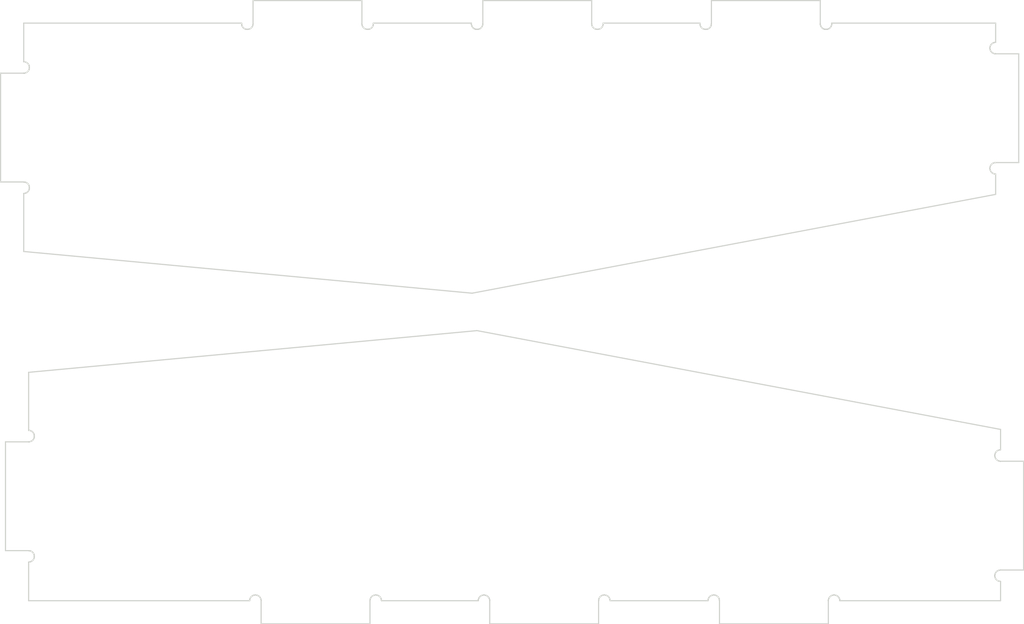
<source format=kicad_pcb>
(kicad_pcb (version 20211014) (generator pcbnew)
  (layers (0 "F.Cu" signal) (31 "B.Cu" signal) (34 "B.Paste" user) (35 "F.Paste" user) (36 "B.SilkS" user "B.Silkscreen") (37 "F.SilkS" user "F.Silkscreen") (38 "B.Mask" user) (39 "F.Mask" user) (44 "Edge.Cuts" user))
  (net 0 "")
  (gr_line (start 54.432638 133.252634) (end 54.419501 133.241184) (layer "Edge.Cuts") (width 0.1))
  (gr_line (start 109.4508 145.989275) (end 109.433806 145.985331) (layer "Edge.Cuts") (width 0.1))
  (gr_line (start 65.300172 182.954985) (end 65.289193 182.941423) (layer "Edge.Cuts") (width 0.1))
  (gr_line (start 25.003456 146.768647) (end 25.01801 146.777952) (layer "Edge.Cuts") (width 0.1))
  (gr_line (start 109.535102 170.363443) (end 109.527742 170.37926) (layer "Edge.Cuts") (width 0.1))
  (gr_line (start 25.461583 169.294836) (end 25.475459 169.284548) (layer "Edge.Cuts") (width 0.1))
  (gr_line (start 109.537259 145.999997) (end 109.519838 145.999062) (layer "Edge.Cuts") (width 0.1))
  (gr_line (start 55.698307 182.823353) (end 55.683017 182.815323) (layer "Edge.Cuts") (width 0.1))
  (gr_line (start 109.098717 135.203318) (end 109.091893 135.187263) (layer "Edge.Cuts") (width 0.1))
  (gr_line (start 84.099243 133.346672) (end 84.082747 133.341027) (layer "Edge.Cuts") (width 0.1))
  (gr_line (start 25.132195 146.882547) (end 25.142737 146.896231) (layer "Edge.Cuts") (width 0.1))
  (gr_line (start 55.188411 182.840973) (end 55.174034 182.850542) (layer "Edge.Cuts") (width 0.1))
  (gr_line (start 74.803768 133.370033) (end 74.786346 133.369688) (layer "Edge.Cuts") (width 0.1))
  (gr_line (start 109.074767 145.362258) (end 109.079876 145.345577) (layer "Edge.Cuts") (width 0.1))
  (gr_line (start 84.745277 132.957593) (end 84.741954 132.974708) (layer "Edge.Cuts") (width 0.1))
  (gr_line (start 25.220036 147.049762) (end 25.22475 147.066381) (layer "Edge.Cuts") (width 0.1))
  (gr_line (start 25.449707 179.803121) (end 25.463998 179.793107) (layer "Edge.Cuts") (width 0.1))
  (gr_line (start 74.907596 133.359384) (end 74.890481 133.362664) (layer "Edge.Cuts") (width 0.1))
  (gr_line (start 109.106027 145.280938) (end 109.113954 145.265397) (layer "Edge.Cuts") (width 0.1))
  (gr_line (start 54.615782 133.350396) (end 54.599127 133.345269) (layer "Edge.Cuts") (width 0.1))
  (gr_line (start 94.533522 133.319062) (end 94.518008 133.311125) (layer "Edge.Cuts") (width 0.1))
  (gr_line (start 109.580349 180.788811) (end 109.570337 180.803097) (layer "Edge.Cuts") (width 0.1))
  (gr_line (start 45.317339 182.91549) (end 45.305003 182.903149) (layer "Edge.Cuts") (width 0.1))
  (gr_line (start 84.305849 133.368038) (end 84.288482 133.369584) (layer "Edge.Cuts") (width 0.1))
  (gr_line (start 94.431566 133.252634) (end 94.418429 133.241184) (layer "Edge.Cuts") (width 0.1))
  (gr_line (start 109.492386 180.995745) (end 109.489646 181.012974) (layer "Edge.Cuts") (width 0.1))
  (gr_line (start 25.611509 179.623312) (end 25.619427 179.607762) (layer "Edge.Cuts") (width 0.1))
  (gr_line (start 109.261535 145.095741) (end 109.275828 145.085739) (layer "Edge.Cuts") (width 0.1))
  (gr_line (start 64.728518 133.135578) (end 64.71903 133.150206) (layer "Edge.Cuts") (width 0.1))
  (gr_line (start 24.927903 137.157496) (end 24.911612 137.163748) (layer "Edge.Cuts") (width 0.1))
  (gr_line (start 75.27863 182.778621) (end 75.262015 182.783333) (layer "Edge.Cuts") (width 0.1))
  (gr_line (start 25.667141 168.827776) (end 25.664761 168.810667) (layer "Edge.Cuts") (width 0.1))
  (gr_line (start 25.47793 179.782601) (end 25.491488 179.771615) (layer "Edge.Cuts") (width 0.1))
  (gr_line (start 109.234039 145.117212) (end 109.2476 145.106237) (layer "Edge.Cuts") (width 0.1))
  (gr_line (start 25.239412 136.659123) (end 25.240322 136.67655) (layer "Edge.Cuts") (width 0.1))
  (gr_line (start 85.264448 182.868814) (end 85.250515 182.85831) (layer "Edge.Cuts") (width 0.1))
  (gr_line (start 95.014263 183.029853) (end 95.006512 183.045287) (layer "Edge.Cuts") (width 0.1))
  (gr_line (start 84.132775 133.35622) (end 84.115926 133.351738) (layer "Edge.Cuts") (width 0.1))
  (gr_line (start 25.239398 136.728871) (end 25.237874 136.746254) (layer "Edge.Cuts") (width 0.1))
  (gr_line (start 65.381658 183.108281) (end 65.375979 183.091783) (layer "Edge.Cuts") (width 0.1))
  (gr_line (start 74.524744 133.284141) (end 74.510484 133.274125) (layer "Edge.Cuts") (width 0.1))
  (gr_line (start 25.229678 136.797937) (end 25.22575 136.81494) (layer "Edge.Cuts") (width 0.1))
  (gr_line (start 54.269342 132.990817) (end 54.265428 132.973836) (layer "Edge.Cuts") (width 0.1))
  (gr_line (start 109.336222 145.050887) (end 109.352034 145.043517) (layer "Edge.Cuts") (width 0.1))
  (gr_line (start 109.070091 145.620934) (end 109.066179 145.603932) (layer "Edge.Cuts") (width 0.1))
  (gr_line (start 109.05568 134.982621) (end 109.056581 134.965199) (layer "Edge.Cuts") (width 0.1))
  (gr_line (start 109.352034 145.043517) (end 109.368094 145.036703) (layer "Edge.Cuts") (width 0.1))
  (gr_line (start 43.765163 132.976238) (end 43.761785 132.959134) (layer "Edge.Cuts") (width 0.1))
  (gr_line (start 43.784562 133.043171) (end 43.778839 133.026702) (layer "Edge.Cuts") (width 0.1))
  (gr_line (start 109.98405 181.58287) (end 109.98405 183.262391) (layer "Edge.Cuts") (width 0.1))
  (gr_line (start 45.207712 182.829803) (end 45.192453 182.82134) (layer "Edge.Cuts") (width 0.1))
  (gr_line (start 109.335674 134.55058) (end 109.351476 134.543189) (layer "Edge.Cuts") (width 0.1))
  (gr_line (start 25.235744 136.763574) (end 25.233011 136.780808) (layer "Edge.Cuts") (width 0.1))
  (gr_line (start 25.216126 136.848481) (end 25.210442 136.86498) (layer "Edge.Cuts") (width 0.1))
  (gr_line (start 95.031341 182.999834) (end 95.022543 183.014696) (layer "Edge.Cuts") (width 0.1))
  (gr_line (start 109.503083 145.00306) (end 109.520462 145.00154) (layer "Edge.Cuts") (width 0.1))
  (gr_line (start 84.869909 182.770316) (end 84.85278 182.773638) (layer "Edge.Cuts") (width 0.1))
  (gr_line (start 109.085398 134.829104) (end 109.091636 134.812813) (layer "Edge.Cuts") (width 0.1))
  (gr_line (start 109.05562 145.517454) (end 109.055327 145.500011) (layer "Edge.Cuts") (width 0.1))
  (gr_line (start 84.752858 132.870854) (end 84.752554 132.888287) (layer "Edge.Cuts") (width 0.1))
  (gr_line (start 83.777767 133.026702) (end 83.772622 133.010043) (layer "Edge.Cuts") (width 0.1))
  (gr_line (start 109.551767 170.832447) (end 109.560758 170.847397) (layer "Edge.Cuts") (width 0.1))
  (gr_line (start 43.805122 133.091242) (end 43.797711 133.075461) (layer "Edge.Cuts") (width 0.1))
  (gr_line (start 109.601765 170.903793) (end 109.613215 170.916956) (layer "Edge.Cuts") (width 0.1))
  (gr_line (start 109.247671 135.393814) (end 109.234111 135.38284) (layer "Edge.Cuts") (width 0.1))
  (gr_line (start 25.239579 147.151364) (end 25.240772 147.168597) (layer "Edge.Cuts") (width 0.1))
  (gr_line (start 109.261606 135.404309) (end 109.247671 135.393814) (layer "Edge.Cuts") (width 0.1))
  (gr_line (start 95.099524 133.230924) (end 95.086738 133.242764) (layer "Edge.Cuts") (width 0.1))
  (gr_line (start 95.253456 132.872397) (end 95.25307 132.889819) (layer "Edge.Cuts") (width 0.1))
  (gr_line (start 109.058096 145.447769) (end 109.060232 145.430455) (layer "Edge.Cuts") (width 0.1))
  (gr_line (start 109.637528 180.723084) (end 109.625188 180.735415) (layer "Edge.Cuts") (width 0.1))
  (gr_line (start 109.098438 134.796749) (end 109.105797 134.780932) (layer "Edge.Cuts") (width 0.1))
  (gr_line (start 55.518514 182.765584) (end 55.501336 182.763798) (layer "Edge.Cuts") (width 0.1))
  (gr_line (start 109.484969 170.565136) (end 109.484676 170.582579) (layer "Edge.Cuts") (width 0.1))
  (gr_line (start 109.601837 180.76133) (end 109.590853 180.774883) (layer "Edge.Cuts") (width 0.1))
  (gr_line (start 25.55309 179.709975) (end 25.564067 179.696411) (layer "Edge.Cuts") (width 0.1))
  (gr_line (start 44.004835 133.304388) (end 43.989871 133.295439) (layer "Edge.Cuts") (width 0.1))
  (gr_line (start 24.926356 146.729947) (end 24.942293 146.736612) (layer "Edge.Cuts") (width 0.1))
  (gr_line (start 25.072757 146.820023) (end 25.085495 146.831691) (layer "Edge.Cuts") (width 0.1))
  (gr_line (start 84.939271 182.763053) (end 84.921846 182.76396) (layer "Edge.Cuts") (width 0.1))
  (gr_line (start 44.563778 182.954698) (end 44.553269 182.968627) (layer "Edge.Cuts") (width 0.1))
  (gr_line (start 64.76801 133.05798) (end 64.761204 133.074032) (layer "Edge.Cuts") (width 0.1))
  (gr_line (start 54.98204 183.109417) (end 54.977057 183.125954) (layer "Edge.Cuts") (width 0.1))
  (gr_line (start 109.749489 181.524071) (end 109.765023 181.532009) (layer "Edge.Cuts") (width 0.1))
  (gr_line (start 109.150561 145.793862) (end 109.140567 145.779562) (layer "Edge.Cuts") (width 0.1))
  (gr_line (start 44.710788 133.074032) (end 44.703427 133.089837) (layer "Edge.Cuts") (width 0.1))
  (gr_line (start 25.584455 179.109046) (end 25.574444 179.094753) (layer "Edge.Cuts") (width 0.1))
  (gr_line (start 55.124892 133.205943) (end 55.112962 133.218645) (layer "Edge.Cuts") (width 0.1))
  (gr_line (start 109.49944 170.461656) (end 109.495528 170.478657) (layer "Edge.Cuts") (width 0.1))
  (gr_line (start 44.051468 133.328029) (end 44.035652 133.320692) (layer "Edge.Cuts") (width 0.1))
  (gr_line (start 95.955977 183.227875) (end 95.954503 183.210667) (layer "Edge.Cuts") (width 0.1))
  (gr_line (start 25.488972 169.273788) (end 25.502106 169.262566) (layer "Edge.Cuts") (width 0.1))
  (gr_line (start 25.221913 169.385471) (end 25.239064 169.383409) (layer "Edge.Cuts") (width 0.1))
  (gr_line (start 63.841271 133.05943) (end 63.834977 133.043171) (layer "Edge.Cuts") (width 0.1))
  (gr_line (start 109.519838 145.999062) (end 109.502461 145.997521) (layer "Edge.Cuts") (width 0.1))
  (gr_line (start 84.667542 133.150206) (end 84.657551 133.164494) (layer "Edge.Cuts") (width 0.1))
  (gr_line (start 109.601396 181.403884) (end 109.612827 181.417061) (layer "Edge.Cuts") (width 0.1))
  (gr_line (start 25.609349 169.128232) (end 25.617383 169.11294) (layer "Edge.Cuts") (width 0.1))
  (gr_line (start 25.550535 168.562829) (end 25.539072 168.549906) (layer "Edge.Cuts") (width 0.1))
  (gr_line (start 44.34144 133.363137) (end 44.324223 133.365889) (layer "Edge.Cuts") (width 0.1))
  (gr_line (start 25.449536 178.974155) (end 25.4349 178.964652) (layer "Edge.Cuts") (width 0.1))
  (gr_line (start 95.900013 183.029853) (end 95.891734 183.014696) (layer "Edge.Cuts") (width 0.1))
  (gr_line (start 64.793442 132.974708) (end 64.789523 132.991697) (layer "Edge.Cuts") (width 0.1))
  (gr_line (start 44.601547 133.230246) (end 44.588806 133.242147) (layer "Edge.Cuts") (width 0.1))
  (gr_line (start 25.654099 168.759974) (end 25.649385 168.743356) (layer "Edge.Cuts") (width 0.1))
  (gr_line (start 25.561544 169.200042) (end 25.572086 169.186359) (layer "Edge.Cuts") (width 0.1))
  (gr_line (start 109.949873 180.584087) (end 109.932495 180.585607) (layer "Edge.Cuts") (width 0.1))
  (gr_line (start 25.631842 169.081568) (end 25.63825 169.065527) (layer "Edge.Cuts") (width 0.1))
  (gr_line (start 25.529748 179.735914) (end 25.541645 179.723149) (layer "Edge.Cuts") (width 0.1))
  (gr_line (start 95.634539 182.794464) (end 95.618289 182.788616) (layer "Edge.Cuts") (width 0.1))
  (gr_line (start 55.742387 182.850542) (end 55.72801 182.840973) (layer "Edge.Cuts") (width 0.1))
  (gr_line (start 75.043972 182.917824) (end 75.032304 182.930557) (layer "Edge.Cuts") (width 0.1))
  (gr_line (start 25.668928 168.931226) (end 25.670121 168.913993) (layer "Edge.Cuts") (width 0.1))
  (gr_line (start 44.723082 182.821169) (end 44.707817 182.829621) (layer "Edge.Cuts") (width 0.1))
  (gr_line (start 55.25315 132.907217) (end 55.251551 132.924569) (layer "Edge.Cuts") (width 0.1))
  (gr_line (start 84.887144 182.767593) (end 84.869909 182.770316) (layer "Edge.Cuts") (width 0.1))
  (gr_line (start 25.155221 136.414415) (end 25.164721 136.429053) (layer "Edge.Cuts") (width 0.1))
  (gr_line (start 75.646819 182.823353) (end 75.631529 182.815323) (layer "Edge.Cuts") (width 0.1))
  (gr_line (start 95.601846 182.783333) (end 95.585231 182.778621) (layer "Edge.Cuts") (width 0.1))
  (gr_line (start 43.883162 133.20631) (end 43.871692 133.19318) (layer "Edge.Cuts") (width 0.1))
  (gr_line (start 85.175836 182.813414) (end 85.160025 182.806036) (layer "Edge.Cuts") (width 0.1))
  (gr_line (start 109.434478 135.48488) (end 109.417628 135.480367) (layer "Edge.Cuts") (width 0.1))
  (gr_line (start 24.844565 137.182971) (end 24.827436 137.1863) (layer "Edge.Cuts") (width 0.1))
  (gr_line (start 64.473258 183.012492) (end 64.464789 183.027748) (layer "Edge.Cuts") (width 0.1))
  (gr_line (start 74.751589 133.367178) (end 74.734297 133.365017) (layer "Edge.Cuts") (width 0.1))
  (gr_line (start 84.475995 183.124618) (end 84.471468 183.141469) (layer "Edge.Cuts") (width 0.1))
  (gr_line (start 64.719025 182.799078) (end 64.702961 182.805888) (layer "Edge.Cuts") (width 0.1))
  (gr_line (start 84.357477 133.359787) (end 84.340367 133.363137) (layer "Edge.Cuts") (width 0.1))
  (gr_line (start 65.22759 182.879798) (end 65.214032 182.868814) (layer "Edge.Cuts") (width 0.1))
  (gr_line (start 44.575657 133.253597) (end 44.562117 133.264581) (layer "Edge.Cuts") (width 0.1))
  (gr_line (start 22.722167 137.193965) (end 22.722167 146.693965) (layer "Edge.Cuts") (width 0.1))
  (gr_line (start 75.29356 132.976146) (end 75.289566 132.993108) (layer "Edge.Cuts") (width 0.1))
  (gr_line (start 95.248277 132.941856) (end 95.245473 132.959055) (layer "Edge.Cuts") (width 0.1))
  (gr_line (start 65.330177 182.99785) (end 65.320676 182.983215) (layer "Edge.Cuts") (width 0.1))
  (gr_line (start 75.813411 182.971066) (end 75.803123 182.957194) (layer "Edge.Cuts") (width 0.1))
  (gr_line (start 65.406119 183.262755) (end 65.405815 183.245309) (layer "Edge.Cuts") (width 0.1))
  (gr_line (start 95.551561 182.770931) (end 95.534548 182.767963) (layer "Edge.Cuts") (width 0.1))
  (gr_line (start 63.819549 132.993215) (end 63.815578 132.976238) (layer "Edge.Cuts") (width 0.1))
  (gr_line (start 55.552634 182.770931) (end 55.53562 182.767963) (layer "Edge.Cuts") (width 0.1))
  (gr_line (start 64.508239 133.327393) (end 64.492197 133.334224) (layer "Edge.Cuts") (width 0.1))
  (gr_line (start 25.650579 179.250795) (end 25.645475 179.234109) (layer "Edge.Cuts") (width 0.1))
  (gr_line (start 43.946978 133.265544) (end 43.933403 133.254602) (layer "Edge.Cuts") (width 0.1))
  (gr_line (start 55.249349 132.941856) (end 55.246546 132.959055) (layer "Edge.Cuts") (width 0.1))
  (gr_line (start 109.503146 135.496983) (end 109.485831 135.494858) (layer "Edge.Cuts") (width 0.1))
  (gr_line (start 54.73593 133.369688) (end 54.71853 133.368736) (layer "Edge.Cuts") (width 0.1))
  (gr_line (start 109.967294 180.583174) (end 109.949873 180.584087) (layer "Edge.Cuts") (width 0.1))
  (gr_line (start 95.952436 183.19352) (end 95.949777 183.176455) (layer "Edge.Cuts") (width 0.1))
  (gr_line (start 109.734241 181.515596) (end 109.749489 181.524071) (layer "Edge.Cuts") (width 0.1))
  (gr_line (start 95.712238 182.831907) (end 95.697235 182.823353) (layer "Edge.Cuts") (width 0.1))
  (gr_line (start 63.922107 133.19318) (end 63.911102 133.179657) (layer "Edge.Cuts") (width 0.1))
  (gr_line (start 83.796639 133.075461) (end 83.789783 133.05943) (layer "Edge.Cuts") (width 0.1))
  (gr_line (start 25.475459 168.491635) (end 25.461583 168.481348) (layer "Edge.Cuts") (width 0.1))
  (gr_line (start 64.801613 132.923067) (end 64.79949 132.940372) (layer "Edge.Cuts") (width 0.1))
  (gr_line (start 44.922918 182.76396) (end 44.905536 182.765474) (layer "Edge.Cuts") (width 0.1))
  (gr_line (start 75.631529 182.815323) (end 75.61597 182.807825) (layer "Edge.Cuts") (width 0.1))
  (gr_line (start 83.849087 133.165759) (end 83.839051 133.151502) (layer "Edge.Cuts") (width 0.1))
  (gr_line (start 23.151516 169.388625) (end 25.170485 169.388625) (layer "Edge.Cuts") (width 0.1))
  (gr_line (start 55.29706 182.788616) (end 55.28081 182.794464) (layer "Edge.Cuts") (width 0.1))
  (gr_line (start 43.754292 132.889851) (end 43.753933 132.872419) (layer "Edge.Cuts") (width 0.1))
  (gr_line (start 25.289945 168.402497) (end 25.2731 168.39867) (layer "Edge.Cuts") (width 0.1))
  (gr_line (start 84.019029 133.312809) (end 84.003762 133.304388) (layer "Edge.Cuts") (width 0.1))
  (gr_line (start 75.871229 183.076911) (end 75.864562 183.060979) (layer "Edge.Cuts") (width 0.1))
  (gr_line (start 94.329215 133.134637) (end 94.320252 133.119693) (layer "Edge.Cuts") (width 0.1))
  (gr_line (start 74.925569 183.125954) (end 74.921159 183.142652) (layer "Edge.Cuts") (width 0.1))
  (gr_line (start 25.034649 136.289483) (end 25.048582 136.299989) (layer "Edge.Cuts") (width 0.1))
  (gr_line (start 85.448942 183.175951) (end 85.445613 183.158823) (layer "Edge.Cuts") (width 0.1))
  (gr_line (start 25.134718 136.386179) (end 25.145216 136.400118) (layer "Edge.Cuts") (width 0.1))
  (gr_line (start 75.849597 183.029853) (end 75.841318 183.014696) (layer "Edge.Cuts") (width 0.1))
  (gr_line (start 109.07031 135.120962) (end 109.066376 135.103967) (layer "Edge.Cuts") (width 0.1))
  (gr_line (start 25.240315 136.711445) (end 25.239398 136.728871) (layer "Edge.Cuts") (width 0.1))
  (gr_line (start 44.489142 133.312075) (end 44.473616 133.320007) (layer "Edge.Cuts") (width 0.1))
  (gr_line (start 95.807788 182.905501) (end 95.795269 182.893604) (layer "Edge.Cuts") (width 0.1))
  (gr_line (start 84.85278 182.773638) (end 84.835777 182.777556) (layer "Edge.Cuts") (width 0.1))
  (gr_line (start 109.734224 170.149515) (end 109.71928 170.158515) (layer "Edge.Cuts") (width 0.1))
  (gr_line (start 65.401255 183.193184) (end 65.398526 183.175951) (layer "Edge.Cuts") (width 0.1))
  (gr_line (start 84.691784 182.8386) (end 84.677146 182.848096) (layer "Edge.Cuts") (width 0.1))
  (gr_line (start 84.37446 133.355842) (end 84.357477 133.359787) (layer "Edge.Cuts") (width 0.1))
  (gr_line (start 84.751643 132.905698) (end 84.750125 132.923067) (layer "Edge.Cuts") (width 0.1))
  (gr_line (start 55.083792 182.930557) (end 55.072571 182.943686) (layer "Edge.Cuts") (width 0.1))
  (gr_line (start 95.819889 182.917824) (end 95.807788 182.905501) (layer "Edge.Cuts") (width 0.1))
  (gr_line (start 74.890481 133.362664) (end 74.873262 133.365345) (layer "Edge.Cuts") (width 0.1))
  (gr_line (start 109.33566 145.949486) (end 109.320124 145.941549) (layer "Edge.Cuts") (width 0.1))
  (gr_line (start 44.746349 132.957593) (end 44.743026 132.974708) (layer "Edge.Cuts") (width 0.1))
  (gr_line (start 109.613215 170.916956) (end 109.625117 170.929711) (layer "Edge.Cuts") (width 0.1))
  (gr_line (start 55.09546 182.917824) (end 55.083792 182.930557) (layer "Edge.Cuts") (width 0.1))
  (gr_line (start 84.677146 182.848096) (end 84.662848 182.858097) (layer "Edge.Cuts") (width 0.1))
  (gr_line (start 54.993704 183.076911) (end 54.987591 183.093063) (layer "Edge.Cuts") (width 0.1))
  (gr_line (start 109.528066 180.879272) (end 109.521242 180.895326) (layer "Edge.Cuts") (width 0.1))
  (gr_line (start 109.71928 170.158515) (end 109.704659 170.168032) (layer "Edge.Cuts") (width 0.1))
  (gr_line (start 65.347619 183.028069) (end 65.339162 183.012807) (layer "Edge.Cuts") (width 0.1))
  (gr_line (start 24.793085 136.196654) (end 24.810404 136.198788) (layer "Edge.Cuts") (width 0.1))
  (gr_line (start 55.254529 132.872397) (end 55.254143 132.889819) (layer "Edge.Cuts") (width 0.1))
  (gr_line (start 84.716522 133.05798) (end 84.709716 133.074032) (layer "Edge.Cuts") (width 0.1))
  (gr_line (start 109.797443 171.045887) (end 109.813731 171.052136) (layer "Edge.Cuts") (width 0.1))
  (gr_line (start 55.449575 182.762009) (end 55.432315 182.762606) (layer "Edge.Cuts") (width 0.1))
  (gr_line (start 25.152801 146.910271) (end 25.162373 146.92465) (layer "Edge.Cuts") (width 0.1))
  (gr_line (start 43.871692 133.19318) (end 43.860686 133.179657) (layer "Edge.Cuts") (width 0.1))
  (gr_line (start 84.622167 182.891004) (end 84.6094 182.902897) (layer "Edge.Cuts") (width 0.1))
  (gr_line (start 109.781452 180.62606) (end 109.76564 180.63343) (layer "Edge.Cuts") (width 0.1))
  (gr_line (start 95.379729 182.767963) (end 95.362715 182.770931) (layer "Edge.Cuts") (width 0.1))
  (gr_line (start 25.63825 168.710657) (end 25.631842 168.694615) (layer "Edge.Cuts") (width 0.1))
  (gr_line (start 45.01004 182.765512) (end 44.992658 182.763985) (layer "Edge.Cuts") (width 0.1))
  (gr_line (start 84.323151 133.365889) (end 84.305849 133.368038) (layer "Edge.Cuts") (width 0.1))
  (gr_line (start 55.635612 182.794464) (end 55.619361 182.788616) (layer "Edge.Cuts") (width 0.1))
  (gr_line (start 109.690884 170.986848) (end 109.705177 170.996851) (layer "Edge.Cuts") (width 0.1))
  (gr_line (start 55.018134 133.294904) (end 55.003169 133.303832) (layer "Edge.Cuts") (width 0.1))
  (gr_line (start 95.209398 133.075271) (end 95.201969 133.091035) (layer "Edge.Cuts") (width 0.1))
  (gr_line (start 75.781141 182.930557) (end 75.769473 182.917824) (layer "Edge.Cuts") (width 0.1))
  (gr_line (start 25.665093 179.319016) (end 25.66236 179.301781) (layer "Edge.Cuts") (width 0.1))
  (gr_line (start 84.472544 133.320007) (end 84.456751 133.327393) (layer "Edge.Cuts") (width 0.1))
  (gr_line (start 74.948883 183.060979) (end 74.942216 183.076911) (layer "Edge.Cuts") (width 0.1))
  (gr_line (start 45.372164 182.983215) (end 45.362158 182.968921) (layer "Edge.Cuts") (width 0.1))
  (gr_line (start 25.097822 146.843793) (end 25.109723 146.856312) (layer "Edge.Cuts") (width 0.1))
  (gr_line (start 84.835777 182.777556) (end 84.818922 182.782065) (layer "Edge.Cuts") (width 0.1))
  (gr_line (start 75.163377 133.218645) (end 75.151012 133.230924) (layer "Edge.Cuts") (width 0.1))
  (gr_line (start 22.722167 146.693965) (end 24.741136 146.693965) (layer "Edge.Cuts") (width 0.1))
  (gr_line (start 25.4349 178.964652) (end 25.419942 178.955666) (layer "Edge.Cuts") (width 0.1))
  (gr_line (start 25.404679 178.947207) (end 25.389131 178.939285) (layer "Edge.Cuts") (width 0.1))
  (gr_line (start 75.175308 133.205943) (end 75.163377 133.218645) (layer "Edge.Cuts") (width 0.1))
  (gr_line (start 64.664282 133.217908) (end 64.651963 133.230246) (layer "Edge.Cuts") (width 0.1))
  (gr_line (start 109.485831 135.494858) (end 109.468601 135.49213) (layer "Edge.Cuts") (width 0.1))
  (gr_line (start 55.683017 182.815323) (end 55.667458 182.807825) (layer "Edge.Cuts") (width 0.1))
  (gr_line (start 109.830226 171.057814) (end 109.84691 171.062913) (layer "Edge.Cuts") (width 0.1))
  (gr_line (start 65.404902 183.227885) (end 65.403381 183.210503) (layer "Edge.Cuts") (width 0.1))
  (gr_line (start 74.363304 133.104445) (end 74.355403 133.088913) (layer "Edge.Cuts") (width 0.1))
  (gr_line (start 55.203041 133.091035) (end 55.195068 133.10653) (layer "Edge.Cuts") (width 0.1))
  (gr_line (start 55.015336 183.029853) (end 55.007585 183.045287) (layer "Edge.Cuts") (width 0.1))
  (gr_line (start 74.911425 183.19352) (end 74.909358 183.210667) (layer "Edge.Cuts") (width 0.1))
  (gr_line (start 65.156224 182.829803) (end 65.140965 182.82134) (layer "Edge.Cuts") (width 0.1))
  (gr_line (start 55.501336 182.763798) (end 55.484106 182.762606) (layer "Edge.Cuts") (width 0.1))
  (gr_line (start 85.127677 182.792957) (end 85.111181 182.787272) (layer "Edge.Cuts") (width 0.1))
  (gr_line (start 109.450805 134.51078) (end 109.467925 134.507429) (layer "Edge.Cuts") (width 0.1))
  (gr_line (start 74.930552 183.109417) (end 74.925569 183.125954) (layer "Edge.Cuts") (width 0.1))
  (gr_line (start 109.106098 135.219125) (end 109.098717 135.203318) (layer "Edge.Cuts") (width 0.1))
  (gr_line (start 84.573694 182.941144) (end 84.562706 182.954698) (layer "Edge.Cuts") (width 0.1))
  (gr_line (start 64.804346 132.870854) (end 64.804042 132.888287) (layer "Edge.Cuts") (width 0.1))
  (gr_line (start 25.654099 169.016209) (end 25.658237 168.999438) (layer "Edge.Cuts") (width 0.1))
  (gr_line (start 74.457187 133.229284) (end 74.444879 133.216947) (layer "Edge.Cuts") (width 0.1))
  (gr_line (start 109.705177 170.996851) (end 109.71981 171.006349) (layer "Edge.Cuts") (width 0.1))
  (gr_line (start 83.932331 133.254602) (end 83.919147 133.243194) (layer "Edge.Cuts") (width 0.1))
  (gr_line (start 84.050396 133.328029) (end 84.03458 133.320692) (layer "Edge.Cuts") (width 0.1))
  (gr_line (start 45.027357 182.767644) (end 45.01004 182.765512) (layer "Edge.Cuts") (width 0.1))
  (gr_line (start 63.855538 133.091242) (end 63.848127 133.075461) (layer "Edge.Cuts") (width 0.1))
  (gr_line (start 94.956605 185.281211) (end 85.456605 185.281211) (layer "Edge.Cuts") (width 0.1))
  (gr_line (start 109.780825 181.5394) (end 109.796875 181.546236) (layer "Edge.Cuts") (width 0.1))
  (gr_line (start 109.207685 134.64041) (end 109.220431 134.6285) (layer "Edge.Cuts") (width 0.1))
  (gr_line (start 54.339766 133.14926) (end 54.330288 133.134637) (layer "Edge.Cuts") (width 0.1))
  (gr_line (start 109.485914 170.617443) (end 109.487445 170.634821) (layer "Edge.Cuts") (width 0.1))
  (gr_line (start 95.071499 182.943686) (end 95.060738 182.957194) (layer "Edge.Cuts") (width 0.1))
  (gr_line (start 64.584926 182.879564) (end 64.571752 182.891004) (layer "Edge.Cuts") (width 0.1))
  (gr_line (start 75.303565 132.907217) (end 75.301967 132.924569) (layer "Edge.Cuts") (width 0.1))
  (gr_line (start 55.908836 183.045287) (end 55.901085 183.029853) (layer "Edge.Cuts") (width 0.1))
  (gr_line (start 43.850159 133.165759) (end 43.840123 133.151502) (layer "Edge.Cuts") (width 0.1))
  (gr_line (start 94.303915 133.088913) (end 94.296561 133.073114) (layer "Edge.Cuts") (width 0.1))
  (gr_line (start 84.48807 133.312075) (end 84.472544 133.320007) (layer "Edge.Cuts") (width 0.1))
  (gr_line (start 74.942216 183.076911) (end 74.936103 183.093063) (layer "Edge.Cuts") (width 0.1))
  (gr_line (start 55.313503 182.783333) (end 55.29706 182.788616) (layer "Edge.Cuts") (width 0.1))
  (gr_line (start 45.26552 182.868814) (end 45.251588 182.85831) (layer "Edge.Cuts") (width 0.1))
  (gr_line (start 95.172961 182.850542) (end 95.158923 182.860602) (layer "Edge.Cuts") (width 0.1))
  (gr_line (start 74.319758 132.990817) (end 74.315843 132.973836) (layer "Edge.Cuts") (width 0.1))
  (gr_line (start 65.277748 182.928253) (end 65.265851 182.91549) (layer "Edge.Cuts") (width 0.1))
  (gr_line (start 109.234111 135.38284) (end 109.220941 135.371399) (layer "Edge.Cuts") (width 0.1))
  (gr_line (start 94.258313 132.939517) (end 94.256193 132.92222) (layer "Edge.Cuts") (width 0.1))
  (gr_line (start 55.380801 182.767963) (end 55.363788 182.770931) (layer "Edge.Cuts") (width 0.1))
  (gr_line (start 25.239579 147.237632) (end 25.237792 147.254813) (layer "Edge.Cuts") (width 0.1))
  (gr_line (start 75.415358 182.762009) (end 75.398087 182.762009) (layer "Edge.Cuts") (width 0.1))
  (gr_line (start 44.687074 133.120628) (end 44.678102 133.135578) (layer "Edge.Cuts") (width 0.1))
  (gr_line (start 55.195068 133.10653) (end 55.186559 133.121737) (layer "Edge.Cuts") (width 0.1))
  (gr_line (start 25.649385 169.032828) (end 25.654099 169.016209) (layer "Edge.Cuts") (width 0.1))
  (gr_line (start 95.295988 182.788616) (end 95.279737 182.794464) (layer "Edge.Cuts") (width 0.1))
  (gr_line (start 54.649577 133.358894) (end 54.632606 133.354939) (layer "Edge.Cuts") (width 0.1))
  (gr_line (start 25.256987 179.881066) (end 25.274116 179.877729) (layer "Edge.Cuts") (width 0.1))
  (gr_line (start 75.136923 182.840973) (end 75.122546 182.850542) (layer "Edge.Cuts") (width 0.1))
  (gr_line (start 109.485053 181.065085) (end 109.484737 181.082527) (layer "Edge.Cuts") (width 0.1))
  (gr_line (start 95.954503 183.210667) (end 95.952436 183.19352) (layer "Edge.Cuts") (width 0.1))
  (gr_line (start 25.195534 146.985211) (end 25.202493 147.001021) (layer "Edge.Cuts") (width 0.1))
  (gr_line (start 64.413775 183.175593) (end 64.411033 183.192824) (layer "Edge.Cuts") (width 0.1))
  (gr_line (start 94.458996 133.274125) (end 94.445094 133.263619) (layer "Edge.Cuts") (width 0.1))
  (gr_line (start 109.305487 135.43279) (end 109.290531 135.423808) (layer "Edge.Cuts") (width 0.1))
  (gr_line (start 109.914497 170.087216) (end 109.89727 170.089965) (layer "Edge.Cuts") (width 0.1))
  (gr_line (start 64.54664 182.915228) (end 64.534733 182.927982) (layer "Edge.Cuts") (width 0.1))
  (gr_line (start 85.380593 182.99785) (end 85.371092 182.983215) (layer "Edge.Cuts") (width 0.1))
  (gr_line (start 45.329236 182.928253) (end 45.317339 182.91549) (layer "Edge.Cuts") (width 0.1))
  (gr_line (start 55.95085 183.176455) (end 55.947604 183.159493) (layer "Edge.Cuts") (width 0.1))
  (gr_line (start 44.425512 133.340492) (end 44.409034 133.346189) (layer "Edge.Cuts") (width 0.1))
  (gr_line (start 109.060232 145.430455) (end 109.062971 145.413226) (layer "Edge.Cuts") (width 0.1))
  (gr_line (start 25.491488 179.771615) (end 25.504654 179.760162) (layer "Edge.Cuts") (width 0.1))
  (gr_line (start 25.539072 169.226277) (end 25.550535 169.213354) (layer "Edge.Cuts") (width 0.1))
  (gr_line (start 54.406771 133.229284) (end 54.394463 133.216947) (layer "Edge.Cuts") (width 0.1))
  (gr_line (start 94.487857 133.293654) (end 94.473256 133.284141) (layer "Edge.Cuts") (width 0.1))
  (gr_line (start 109.113703 134.765381) (end 109.122146 134.750116) (layer "Edge.Cuts") (width 0.1))
  (gr_line (start 64.287696 133.370577) (end 64.270283 133.369693) (layer "Edge.Cuts") (width 0.1))
  (gr_line (start 25.461583 168.481348) (end 25.447359 168.471545) (layer "Edge.Cuts") (width 0.1))
  (gr_line (start 25.237792 147.254813) (end 25.235412 147.271923) (layer "Edge.Cuts") (width 0.1))
  (gr_line (start 44.477067 183.124618) (end 44.47254 183.141469) (layer "Edge.Cuts") (width 0.1))
  (gr_line (start 109.091589 145.687266) (end 109.08535 145.670974) (layer "Edge.Cuts") (width 0.1))
  (gr_line (start 43.773695 133.010043) (end 43.769134 132.993215) (layer "Edge.Cuts") (width 0.1))
  (gr_line (start 95.05045 182.971066) (end 95.040647 182.985285) (layer "Edge.Cuts") (width 0.1))
  (gr_line (start 83.76409 132.976238) (end 83.760713 132.959134) (layer "Edge.Cuts") (width 0.1))
  (gr_line (start 44.462521 183.192824) (end 44.460383 183.210141) (layer "Edge.Cuts") (width 0.1))
  (gr_line (start 109.055704 135.017505) (end 109.055388 135.000063) (layer "Edge.Cuts") (width 0.1))
  (gr_line (start 55.047087 133.275512) (end 55.03278 133.285461) (layer "Edge.Cuts") (width 0.1))
  (gr_line (start 64.235603 133.366106) (end 64.218378 133.363408) (layer "Edge.Cuts") (width 0.1))
  (gr_line (start 64.464789 183.027748) (end 64.456858 183.04329) (layer "Edge.Cuts") (width 0.1))
  (gr_line (start 95.252407 132.837566) (end 95.253235 132.854972) (layer "Edge.Cuts") (width 0.1))
  (gr_line (start 25.355705 168.423541) (end 25.339547 168.417431) (layer "Edge.Cuts") (width 0.1))
  (gr_line (start 95.187339 182.840973) (end 95.172961 182.850542) (layer "Edge.Cuts") (width 0.1))
  (gr_line (start 64.779923 133.025214) (end 64.774252 133.041701) (layer "Edge.Cuts") (width 0.1))
  (gr_line (start 24.775497 137.192677) (end 24.75807 137.19359) (layer "Edge.Cuts") (width 0.1))
  (gr_line (start 55.023615 183.014696) (end 55.015336 183.029853) (layer "Edge.Cuts") (width 0.1))
  (gr_line (start 25.2731 169.377513) (end 25.289945 169.373687) (layer "Edge.Cuts") (width 0.1))
  (gr_line (start 54.582661 133.339565) (end 54.566404 133.333291) (layer "Edge.Cuts") (width 0.1))
  (gr_line (start 25.170485 169.388625) (end 25.170178 169.388091) (layer "Edge.Cuts") (width 0.1))
  (gr_line (start 94.418429 133.241184) (end 94.405699 133.229284) (layer "Edge.Cuts") (width 0.1))
  (gr_line (start 94.289762 133.057069) (end 94.283526 133.040797) (layer "Edge.Cuts") (width 0.1))
  (gr_line (start 25.210512 136.523002) (end 25.216189 136.539503) (layer "Edge.Cuts") (width 0.1))
  (gr_line (start 109.183866 145.165634) (end 109.195768 145.152879) (layer "Edge.Cuts") (width 0.1))
  (gr_line (start 109.560427 170.317666) (end 109.551454 170.332628) (layer "Edge.Cuts") (width 0.1))
  (gr_line (start 109.67702 180.688775) (end 109.66346 180.69975) (layer "Edge.Cuts") (width 0.1))
  (gr_line (start 44.473616 133.320007) (end 44.457823 133.327393) (layer "Edge.Cuts") (width 0.1))
  (gr_line (start 54.51908 133.311125) (end 54.503852 133.302652) (layer "Edge.Cuts") (width 0.1))
  (gr_line (start 109.062971 145.413226) (end 109.066309 145.396102) (layer "Edge.Cuts") (width 0.1))
  (gr_line (start 84.722764 133.041701) (end 84.716522 133.05798) (layer "Edge.Cuts") (width 0.1))
  (gr_line (start 25.075305 136.322427) (end 25.088064 136.334332) (layer "Edge.Cuts") (width 0.1))
  (gr_line (start 75.83252 182.999834) (end 75.823214 182.985285) (layer "Edge.Cuts") (width 0.1))
  (gr_line (start 109.750095 180.641346) (end 109.734836 180.6498) (layer "Edge.Cuts") (width 0.1))
  (gr_line (start 109.195768 145.152879) (end 109.208107 145.140547) (layer "Edge.Cuts") (width 0.1))
  (gr_line (start 24.758101 147.69422) (end 24.740829 147.694498) (layer "Edge.Cuts") (width 0.1))
  (gr_line (start 54.599127 133.345269) (end 54.582661 133.339565) (layer "Edge.Cuts") (width 0.1))
  (gr_line (start 83.755431 132.820199) (end 75.30246 132.820199) (layer "Edge.Cuts") (width 0.1))
  (gr_line (start 95.585231 182.778621) (end 95.568462 182.774485) (layer "Edge.Cuts") (width 0.1))
  (gr_line (start 109.150597 134.706216) (end 109.161082 134.692274) (layer "Edge.Cuts") (width 0.1))
  (gr_line (start 109.489551 181.152086) (end 109.492266 181.169318) (layer "Edge.Cuts") (width 0.1))
  (gr_line (start 44.524746 183.012492) (end 44.516277 183.027748) (layer "Edge.Cuts") (width 0.1))
  (gr_line (start 45.457302 183.245309) (end 45.456389 183.227885) (layer "Edge.Cuts") (width 0.1))
  (gr_line (start 44.533741 182.997542) (end 44.524746 183.012492) (layer "Edge.Cuts") (width 0.1))
  (gr_line (start 84.706745 182.829621) (end 84.691784 182.8386) (layer "Edge.Cuts") (width 0.1))
  (gr_line (start 74.717092 133.362254) (end 74.699993 133.358894) (layer "Edge.Cuts") (width 0.1))
  (gr_line (start 25.517413 179.748257) (end 25.529748 179.735914) (layer "Edge.Cuts") (width 0.1))
  (gr_line (start 25.306648 168.406902) (end 25.289945 168.402497) (layer "Edge.Cuts") (width 0.1))
  (gr_line (start 109.150928 145.206279) (end 109.161432 145.19235) (layer "Edge.Cuts") (width 0.1))
  (gr_line (start 24.843751 146.705077) (end 24.860596 146.708903) (layer "Edge.Cuts") (width 0.1))
  (gr_line (start 44.47254 183.141469) (end 44.468604 183.158467) (layer "Edge.Cuts") (width 0.1))
  (gr_line (start 75.329313 182.767963) (end 75.3123 182.770931) (layer "Edge.Cuts") (width 0.1))
  (gr_line (start 65.044081 182.782165) (end 65.027229 182.777644) (layer "Edge.Cuts") (width 0.1))
  (gr_line (start 109.467921 145.992624) (end 109.4508 145.989275) (layer "Edge.Cuts") (width 0.1))
  (gr_line (start 94.370102 133.191025) (end 94.35915 133.177471) (layer "Edge.Cuts") (width 0.1))
  (gr_line (start 25.626714 179.185258) (end 25.619337 179.169444) (layer "Edge.Cuts") (width 0.1))
  (gr_line (start 109.066309 145.396102) (end 109.070243 145.379106) (layer "Edge.Cuts") (width 0.1))
  (gr_line (start 109.485871 170.547714) (end 109.484969 170.565136) (layer "Edge.Cuts") (width 0.1))
  (gr_line (start 25.169972 178.888695) (end 25.170178 178.888625) (layer "Edge.Cuts") (width 0.1))
  (gr_line (start 25.239064 169.383409) (end 25.256133 169.380755) (layer "Edge.Cuts") (width 0.1))
  (gr_line (start 25.229721 136.590053) (end 25.233047 136.607183) (layer "Edge.Cuts") (width 0.1))
  (gr_line (start 25.488972 168.502396) (end 25.475459 168.491635) (layer "Edge.Cuts") (width 0.1))
  (gr_line (start 44.739108 132.991697) (end 44.7346 133.008539) (layer "Edge.Cuts") (width 0.1))
  (gr_line (start 109.750026 171.023786) (end 109.765571 171.031703) (layer "Edge.Cuts") (width 0.1))
  (gr_line (start 54.255749 132.90486) (end 54.254838 132.887457) (layer "Edge.Cuts") (width 0.1))
  (gr_line (start 109.056581 134.965199) (end 109.058088 134.94782) (layer "Edge.Cuts") (width 0.1))
  (gr_line (start 109.063037 135.086844) (end 109.060297 135.069616) (layer "Edge.Cuts") (width 0.1))
  (gr_line (start 95.882936 182.999834) (end 95.87363 182.985285) (layer "Edge.Cuts") (width 0.1))
  (gr_line (start 25.541645 179.723149) (end 25.55309 179.709975) (layer "Edge.Cuts") (width 0.1))
  (gr_line (start 65.214032 182.868814) (end 65.2001 182.85831) (layer "Edge.Cuts") (width 0.1))
  (gr_line (start 44.62324 182.891004) (end 44.610472 182.902897) (layer "Edge.Cuts") (width 0.1))
  (gr_line (start 64.05525 133.304388) (end 64.040287 133.295439) (layer "Edge.Cuts") (width 0.1))
  (gr_line (start 55.864899 182.971066) (end 55.854611 182.957194) (layer "Edge.Cuts") (width 0.1))
  (gr_line (start 25.658237 168.776746) (end 25.654099 168.759974) (layer "Edge.Cuts") (width 0.1))
  (gr_line (start 75.229322 182.794464) (end 75.213283 182.800869) (layer "Edge.Cuts") (width 0.1))
  (gr_line (start 55.000371 183.060979) (end 54.993704 183.076911) (layer "Edge.Cuts") (width 0.1))
  (gr_line (start 44.219868 133.369693) (end 44.202496 133.368202) (layer "Edge.Cuts") (width 0.1))
  (gr_line (start 25.204702 169.386941) (end 25.221913 169.385471) (layer "Edge.Cuts") (width 0.1))
  (gr_line (start 24.740829 146.694498) (end 24.758101 146.694776) (layer "Edge.Cuts") (width 0.1))
  (gr_line (start 24.878424 137.17453) (end 24.861568 137.179046) (layer "Edge.Cuts") (width 0.1))
  (gr_line (start 109.56083 180.817723) (end 109.551838 180.832672) (layer "Edge.Cuts") (width 0.1))
  (gr_line (start 55.397907 182.765584) (end 55.380801 182.767963) (layer "Edge.Cuts") (width 0.1))
  (gr_line (start 45.340681 182.941423) (end 45.329236 182.928253) (layer "Edge.Cuts") (width 0.1))
  (gr_line (start 55.854611 182.957194) (end 55.84385 182.943686) (layer "Edge.Cuts") (width 0.1))
  (gr_line (start 25.202493 147.001021) (end 25.208901 147.017063) (layer "Edge.Cuts") (width 0.1))
  (gr_line (start 24.843751 147.683919) (end 24.826784 147.687161) (layer "Edge.Cuts") (width 0.1))
  (gr_line (start 109.649754 170.211015) (end 109.637006 170.222925) (layer "Edge.Cuts") (width 0.1))
  (gr_line (start 109.433812 134.514725) (end 109.450805 134.51078) (layer "Edge.Cuts") (width 0.1))
  (gr_line (start 75.068592 182.893604) (end 75.056073 182.905501) (layer "Edge.Cuts") (width 0.1))
  (gr_line (start 109.949811 171.081049) (end 109.967233 171.081962) (layer "Edge.Cuts") (width 0.1))
  (gr_line (start 55.223658 133.043016) (end 55.217345 133.059259) (layer "Edge.Cuts") (width 0.1))
  (gr_line (start 55.934381 183.109417) (end 55.92883 183.093063) (layer "Edge.Cuts") (width 0.1))
  (gr_line (start 64.651963 133.230246) (end 64.639221 133.242147) (layer "Edge.Cuts") (width 0.1))
  (gr_line (start 54.71853 133.368736) (end 54.701174 133.367178) (layer "Edge.Cuts") (width 0.1))
  (gr_line (start 55.432315 182.762606) (end 55.415085 182.763798) (layer "Edge.Cuts") (width 0.1))
  (gr_line (start 25.324656 179.864166) (end 25.341154 179.858479) (layer "Edge.Cuts") (width 0.1))
  (gr_line (start 109.352103 135.45653) (end 109.336291 135.44916) (layer "Edge.Cuts") (width 0.1))
  (gr_line (start 44.150842 133.360112) (end 44.133847 133.35622) (layer "Edge.Cuts") (width 0.1))
  (gr_line (start 54.259386 132.939517) (end 54.257265 132.92222) (layer "Edge.Cuts") (width 0.1))
  (gr_line (start 65.339162 183.012807) (end 65.330177 182.99785) (layer "Edge.Cuts") (width 0.1))
  (gr_line (start 75.279817 133.026564) (end 75.274074 133.043016) (layer "Edge.Cuts") (width 0.1))
  (gr_line (start 95.279737 182.794464) (end 95.263698 182.800869) (layer "Edge.Cuts") (width 0.1))
  (gr_line (start 44.819994 182.782065) (end 44.803306 182.787159) (layer "Edge.Cuts") (width 0.1))
  (gr_line (start 74.683021 133.354939) (end 74.666198 133.350396) (layer "Edge.Cuts") (width 0.1))
  (gr_line (start 109.569916 170.303027) (end 109.560427 170.317666) (layer "Edge.Cuts") (width 0.1))
  (gr_line (start 75.841318 183.014696) (end 75.83252 182.999834) (layer "Edge.Cuts") (width 0.1))
  (gr_line (start 25.574444 179.094753) (end 25.563941 179.080818) (layer "Edge.Cuts") (width 0.1))
  (gr_line (start 74.444879 133.216947) (end 74.433009 133.204189) (layer "Edge.Cuts") (width 0.1))
  (gr_line (start 95.002096 133.303832) (end 94.986829 133.312233) (layer "Edge.Cuts") (width 0.1))
  (gr_line (start 109.637456 170.942042) (end 109.650219 170.953936) (layer "Edge.Cuts") (width 0.1))
  (gr_line (start 24.809715 147.689815) (end 24.792564 147.691878) (layer "Edge.Cuts") (width 0.1))
  (gr_line (start 94.889942 133.351046) (end 94.873098 133.35551) (layer "Edge.Cuts") (width 0.1))
  (gr_line (start 109.637006 170.222925) (end 109.624682 170.235272) (layer "Edge.Cuts") (width 0.1))
  (gr_line (start 95.059967 133.265072) (end 95.046015 133.275512) (layer "Edge.Cuts") (width 0.1))
  (gr_line (start 64.768506 182.782065) (end 64.751818 182.787159) (layer "Edge.Cuts") (width 0.1))
  (gr_line (start 54.962913 183.19352) (end 54.960846 183.210667) (layer "Edge.Cuts") (width 0.1))
  (gr_line (start 109.2476 145.106237) (end 109.261535 145.095741) (layer "Edge.Cuts") (width 0.1))
  (gr_line (start 25.63825 169.065527) (end 25.6441 169.049273) (layer "Edge.Cuts") (width 0.1))
  (gr_line (start 55.112962 133.218645) (end 55.100596 133.230924) (layer "Edge.Cuts") (width 0.1))
  (gr_line (start 44.648139 133.178425) (end 44.637176 133.191982) (layer "Edge.Cuts") (width 0.1))
  (gr_line (start 63.970635 133.243194) (end 63.957856 133.231332) (layer "Edge.Cuts") (width 0.1))
  (gr_line (start 45.457607 183.262755) (end 45.457302 183.245309) (layer "Edge.Cuts") (width 0.1))
  (gr_line (start 84.49989 183.059099) (end 84.493062 183.075156) (layer "Edge.Cuts") (width 0.1))
  (gr_line (start 25.387338 169.338766) (end 25.402777 169.331017) (layer "Edge.Cuts") (width 0.1))
  (gr_line (start 109.504183 180.94478) (end 109.499659 180.961628) (layer "Edge.Cuts") (width 0.1))
  (gr_line (start 109.612827 181.417061) (end 109.624712 181.429831) (layer "Edge.Cuts") (width 0.1))
  (gr_line (start 109.172416 145.178796) (end 109.183866 145.165634) (layer "Edge.Cuts") (width 0.1))
  (gr_line (start 109.495658 170.686487) (end 109.499592 170.703484) (layer "Edge.Cuts") (width 0.1))
  (gr_line (start 109.502463 134.502529) (end 109.51984 134.500985) (layer "Edge.Cuts") (width 0.1))
  (gr_line (start 25.502106 169.262566) (end 25.514843 169.250898) (layer "Edge.Cuts") (width 0.1))
  (gr_line (start 95.185487 133.121737) (end 95.176453 133.136639) (layer "Edge.Cuts") (width 0.1))
  (gr_line (start 84.340367 133.363137) (end 84.323151 133.365889) (layer "Edge.Cuts") (width 0.1))
  (gr_line (start 64.524032 133.320007) (end 64.508239 133.327393) (layer "Edge.Cuts") (width 0.1))
  (gr_line (start 44.020101 133.312809) (end 44.004835 133.304388) (layer "Edge.Cuts") (width 0.1))
  (gr_line (start 64.357337 133.368038) (end 64.33997 133.369584) (layer "Edge.Cuts") (width 0.1))
  (gr_line (start 25.661792 168.79365) (end 25.658237 168.776746) (layer "Edge.Cuts") (width 0.1))
  (gr_line (start 43.83059 133.136904) (end 43.821571 133.121983) (layer "Edge.Cuts") (width 0.1))
  (gr_line (start 109.650219 170.953936) (end 109.663388 170.965378) (layer "Edge.Cuts") (width 0.1))
  (gr_line (start 75.021083 182.943686) (end 75.010322 182.957194) (layer "Edge.Cuts") (width 0.1))
  (gr_line (start 75.882893 183.109417) (end 75.877342 183.093063) (layer "Edge.Cuts") (width 0.1))
  (gr_line (start 24.740623 137.193894) (end 24.740829 137.193965) (layer "Edge.Cuts") (width 0.1))
  (gr_line (start 95.202038 182.831907) (end 95.187339 182.840973) (layer "Edge.Cuts") (width 0.1))
  (gr_line (start 24.911805 136.224111) (end 24.928094 136.23037) (layer "Edge.Cuts") (width 0.1))
  (gr_line (start 55.939365 183.125954) (end 55.934381 183.109417) (layer "Edge.Cuts") (width 0.1))
  (gr_line (start 64.475928 133.340492) (end 64.45945 133.346189) (layer "Edge.Cuts") (width 0.1))
  (gr_line (start 84.461449 183.192824) (end 84.45931 183.210141) (layer "Edge.Cuts") (width 0.1))
  (gr_line (start 64.804879 130.851578) (end 64.804346 132.870854) (layer "Edge.Cuts") (width 0.1))
  (gr_line (start 94.348676 133.163544) (end 94.338694 133.14926) (layer "Edge.Cuts") (width 0.1))
  (gr_line (start 25.180001 146.954358) (end 25.188034 146.96965) (layer "Edge.Cuts") (width 0.1))
  (gr_line (start 75.197805 133.179331) (end 75.186788 133.192833) (layer "Edge.Cuts") (width 0.1))
  (gr_line (start 75.284983 133.009921) (end 75.279817 133.026564) (layer "Edge.Cuts") (width 0.1))
  (gr_line (start 75.262015 182.783333) (end 75.245572 182.788616) (layer "Edge.Cuts") (width 0.1))
  (gr_line (start 95.040647 182.985285) (end 95.031341 182.999834) (layer "Edge.Cuts") (width 0.1))
  (gr_line (start 94.959774 183.210667) (end 94.9583 183.227875) (layer "Edge.Cuts") (width 0.1))
  (gr_line (start 54.701174 133.367178) (end 54.683882 133.365017) (layer "Edge.Cuts") (width 0.1))
  (gr_line (start 55.484106 182.762606) (end 55.466846 182.762009) (layer "Edge.Cuts") (width 0.1))
  (gr_line (start 109.485148 145.995374) (end 109.467921 145.992624) (layer "Edge.Cuts") (width 0.1))
  (gr_line (start 109.489581 170.652135) (end 109.49232 170.669364) (layer "Edge.Cuts") (width 0.1))
  (gr_line (start 109.663388 170.965378) (end 109.676949 170.976353) (layer "Edge.Cuts") (width 0.1))
  (gr_line (start 55.569535 182.774485) (end 55.552634 182.770931) (layer "Edge.Cuts") (width 0.1))
  (gr_line (start 45.061717 182.773714) (end 45.04459 182.770379) (layer "Edge.Cuts") (width 0.1))
  (gr_line (start 25.173704 136.444013) (end 25.18216 136.459278) (layer "Edge.Cuts") (width 0.1))
  (gr_line (start 109.290461 145.07624) (end 109.305417 145.067259) (layer "Edge.Cuts") (width 0.1))
  (gr_line (start 95.13193 182.882146) (end 95.119007 182.893604) (layer "Edge.Cuts") (width 0.1))
  (gr_line (start 54.503852 133.302652) (end 54.488929 133.293654) (layer "Edge.Cuts") (width 0.1))
  (gr_line (start 74.666198 133.350396) (end 74.649543 133.345269) (layer "Edge.Cuts") (width 0.1))
  (gr_line (start 94.986829 133.312233) (end 94.971278 133.320096) (layer "Edge.Cuts") (width 0.1))
  (gr_line (start 94.961841 183.19352) (end 94.959774 183.210667) (layer "Edge.Cuts") (width 0.1))
  (gr_line (start 43.756503 132.820199) (end 24.740829 132.820199) (layer "Edge.Cuts") (width 0.1))
  (gr_line (start 25.341154 179.858479) (end 25.357443 179.85222) (layer "Edge.Cuts") (width 0.1))
  (gr_line (start 44.753931 132.870854) (end 44.753627 132.888287) (layer "Edge.Cuts") (width 0.1))
  (gr_line (start 55.943774 183.142652) (end 55.939365 183.125954) (layer "Edge.Cuts") (width 0.1))
  (gr_line (start 109.151 135.293779) (end 109.140988 135.279493) (layer "Edge.Cuts") (width 0.1))
  (gr_line (start 109.749473 170.141041) (end 109.734224 170.149515) (layer "Edge.Cuts") (width 0.1))
  (gr_line (start 25.088064 136.334332) (end 25.100399 136.346675) (layer "Edge.Cuts") (width 0.1))
  (gr_line (start 75.053584 133.303832) (end 75.038317 133.312233) (layer "Edge.Cuts") (width 0.1))
  (gr_line (start 109.091893 135.187263) (end 109.085633 135.170981) (layer "Edge.Cuts") (width 0.1))
  (gr_line (start 44.508346 183.04329) (end 44.500962 183.059099) (layer "Edge.Cuts") (width 0.1))
  (gr_line (start 74.958109 133.345998) (end 74.94143 133.351046) (layer "Edge.Cuts") (width 0.1))
  (gr_line (start 24.973428 146.751572) (end 24.98859 146.75985) (layer "Edge.Cuts") (width 0.1))
  (gr_line (start 24.928094 136.23037) (end 24.944154 136.237194) (layer "Edge.Cuts") (width 0.1))
  (gr_line (start 84.753391 130.851578) (end 84.752858 132.870854) (layer "Edge.Cuts") (width 0.1))
  (gr_line (start 44.548203 133.275087) (end 44.533931 133.285101) (layer "Edge.Cuts") (width 0.1))
  (gr_line (start 109.535376 170.801652) (end 109.543303 170.817192) (layer "Edge.Cuts") (width 0.1))
  (gr_line (start 25.609349 168.647951) (end 25.600793 168.632945) (layer "Edge.Cuts") (width 0.1))
  (gr_line (start 109.383804 134.530082) (end 109.400291 134.524383) (layer "Edge.Cuts") (width 0.1))
  (gr_line (start 109.554701 147.777803) (end 109.554701 146.000323) (layer "Edge.Cuts") (width 0.1))
  (gr_line (start 94.253391 130.851578) (end 84.753391 130.851578) (layer "Edge.Cuts") (width 0.1))
  (gr_line (start 55.12008 182.893604) (end 55.107561 182.905501) (layer "Edge.Cuts") (width 0.1))
  (gr_line (start 84.552197 182.968627) (end 84.542181 182.982914) (layer "Edge.Cuts") (width 0.1))
  (gr_line (start 109.527787 181.285841) (end 109.535146 181.301658) (layer "Edge.Cuts") (width 0.1))
  (gr_line (start 75.274074 133.043016) (end 75.267761 133.059259) (layer "Edge.Cuts") (width 0.1))
  (gr_line (start 109.98405 183.262391) (end 95.957138 183.262391) (layer "Edge.Cuts") (width 0.1))
  (gr_line (start 109.492211 170.495785) (end 109.489494 170.513017) (layer "Edge.Cuts") (width 0.1))
  (gr_line (start 64.698555 133.178425) (end 64.687592 133.191982) (layer "Edge.Cuts") (width 0.1))
  (gr_line (start 109.503994 181.2203) (end 109.509081 181.236987) (layer "Edge.Cuts") (width 0.1))
  (gr_line (start 75.081514 182.882146) (end 75.068592 182.893604) (layer "Edge.Cuts") (width 0.1))
  (gr_line (start 25.514843 169.250898) (end 25.527171 169.238797) (layer "Edge.Cuts") (width 0.1))
  (gr_line (start 94.939401 133.334175) (end 94.923114 133.340372) (layer "Edge.Cuts") (width 0.1))
  (gr_line (start 109.261029 145.904538) (end 109.247107 145.894025) (layer "Edge.Cuts") (width 0.1))
  (gr_line (start 109.676456 170.188565) (end 109.662909 170.199557) (layer "Edge.Cuts") (width 0.1))
  (gr_line (start 45.457678 185.281211) (end 45.457607 183.262755) (layer "Edge.Cuts") (width 0.1))
  (gr_line (start 25.357443 179.85222) (end 25.373503 179.845396) (layer "Edge.Cuts") (width 0.1))
  (gr_line (start 109.368162 135.463343) (end 109.352103 135.45653) (layer "Edge.Cuts") (width 0.1))
  (gr_line (start 25.323189 168.411882) (end 25.306648 168.406902) (layer "Edge.Cuts") (width 0.1))
  (gr_line (start 94.975984 183.125954) (end 94.971575 183.142652) (layer "Edge.Cuts") (width 0.1))
  (gr_line (start 64.150731 133.346672) (end 64.134235 133.341027) (layer "Edge.Cuts") (width 0.1))
  (gr_line (start 95.046015 133.275512) (end 95.031707 133.285461) (layer "Edge.Cuts") (width 0.1))
  (gr_line (start 94.253462 132.870034) (end 94.253391 130.851578) (layer "Edge.Cuts") (width 0.1))
  (gr_line (start 109.966608 181.582541) (end 109.98405 181.58287) (layer "Edge.Cuts") (width 0.1))
  (gr_line (start 75.295399 182.774485) (end 75.27863 182.778621) (layer "Edge.Cuts") (width 0.1))
  (gr_line (start 25.324461 178.913161) (end 25.307773 178.90806) (layer "Edge.Cuts") (width 0.1))
  (gr_line (start 109.08535 145.670974) (end 109.079682 145.654475) (layer "Edge.Cuts") (width 0.1))
  (gr_line (start 44.692856 182.8386) (end 44.678218 182.848096) (layer "Edge.Cuts") (width 0.1))
  (gr_line (start 44.703427 133.089837) (end 44.695519 133.105375) (layer "Edge.Cuts") (width 0.1))
  (gr_line (start 45.192453 182.82134) (end 45.176909 182.813414) (layer "Edge.Cuts") (width 0.1))
  (gr_line (start 55.901085 183.029853) (end 55.892806 183.014696) (layer "Edge.Cuts") (width 0.1))
  (gr_line (start 25.6441 169.049273) (end 25.649385 169.032828) (layer "Edge.Cuts") (width 0.1))
  (gr_line (start 84.733527 133.008539) (end 84.728435 133.025214) (layer "Edge.Cuts") (width 0.1))
  (gr_line (start 94.338694 133.14926) (end 94.329215 133.134637) (layer "Edge.Cuts") (width 0.1))
  (gr_line (start 64.79949 132.940372) (end 64.796765 132.957593) (layer "Edge.Cuts") (width 0.1))
  (gr_line (start 109.509293 180.9281) (end 109.504183 180.94478) (layer "Edge.Cuts") (width 0.1))
  (gr_line (start 45.04459 182.770379) (end 45.027357 182.767644) (layer "Edge.Cuts") (width 0.1))
  (gr_line (start 55.157929 133.165454) (end 55.147389 133.179331) (layer "Edge.Cuts") (width 0.1))
  (gr_line (start 44.668615 133.150206) (end 44.658623 133.164494) (layer "Edge.Cuts") (width 0.1))
  (gr_line (start 25.541508 179.054089) (end 25.529605 179.041328) (layer "Edge.Cuts") (width 0.1))
  (gr_line (start 94.631533 133.354939) (end 94.61471 133.350396) (layer "Edge.Cuts") (width 0.1))
  (gr_line (start 94.821774 133.365345) (end 94.804473 133.367425) (layer "Edge.Cuts") (width 0.1))
  (gr_line (start 109.485029 181.099969) (end 109.48593 181.117391) (layer "Edge.Cuts") (width 0.1))
  (gr_line (start 54.957678 183.262163) (end 54.957678 185.281211) (layer "Edge.Cuts") (width 0.1))
  (gr_line (start 63.815578 132.976238) (end 63.812201 132.959134) (layer "Edge.Cuts") (width 0.1))
  (gr_line (start 109.704659 170.168032) (end 109.690378 170.178052) (layer "Edge.Cuts") (width 0.1))
  (gr_line (start 25.669671 179.40604) (end 25.669972 179.388593) (layer "Edge.Cuts") (width 0.1))
  (gr_line (start 45.454869 183.210503) (end 45.452743 183.193184) (layer "Edge.Cuts") (width 0.1))
  (gr_line (start 25.563941 179.080818) (end 25.552957 179.067258) (layer "Edge.Cuts") (width 0.1))
  (gr_line (start 44.45885 183.227522) (end 44.457924 183.244946) (layer "Edge.Cuts") (width 0.1))
  (gr_line (start 84.741954 132.974708) (end 84.738035 132.991697) (layer "Edge.Cuts") (width 0.1))
  (gr_line (start 55.80886 182.905501) (end 55.796341 182.893604) (layer "Edge.Cuts") (width 0.1))
  (gr_line (start 109.543052 181.317208) (end 109.551495 181.332474) (layer "Edge.Cuts") (width 0.1))
  (gr_line (start 43.960925 133.276006) (end 43.946978 133.265544) (layer "Edge.Cuts") (width 0.1))
  (gr_line (start 25.447359 168.471545) (end 25.432805 168.462241) (layer "Edge.Cuts") (width 0.1))
  (gr_line (start 24.959782 137.143304) (end 24.943966 137.150678) (layer "Edge.Cuts") (width 0.1))
  (gr_line (start 75.600162 182.800869) (end 75.584124 182.794464) (layer "Edge.Cuts") (width 0.1))
  (gr_line (start 74.315843 132.973836) (end 74.312523 132.956729) (layer "Edge.Cuts") (width 0.1))
  (gr_line (start 43.920219 133.243194) (end 43.90744 133.231332) (layer "Edge.Cuts") (width 0.1))
  (gr_line (start 109.662909 170.199557) (end 109.649754 170.211015) (layer "Edge.Cuts") (width 0.1))
  (gr_line (start 45.39065 183.012807) (end 45.381665 182.99785) (layer "Edge.Cuts") (width 0.1))
  (gr_line (start 54.419501 133.241184) (end 54.406771 133.229284) (layer "Edge.Cuts") (width 0.1))
  (gr_line (start 75.484132 182.767963) (end 75.467026 182.765584) (layer "Edge.Cuts") (width 0.1))
  (gr_line (start 25.611412 179.153897) (end 25.60295 179.138636) (layer "Edge.Cuts") (width 0.1))
  (gr_line (start 64.406436 183.244946) (end 64.406119 183.262391) (layer "Edge.Cuts") (width 0.1))
  (gr_line (start 25.01801 146.777952) (end 25.032234 146.787754) (layer "Edge.Cuts") (width 0.1))
  (gr_line (start 109.555388 135.49972) (end 109.537945 135.499415) (layer "Edge.Cuts") (width 0.1))
  (gr_line (start 109.690955 180.678281) (end 109.67702 180.688775) (layer "Edge.Cuts") (width 0.1))
  (gr_line (start 109.780812 170.125714) (end 109.765009 170.133104) (layer "Edge.Cuts") (width 0.1))
  (gr_line (start 65.185809 182.848299) (end 65.171178 182.838793) (layer "Edge.Cuts") (width 0.1))
  (gr_line (start 109.543374 180.847926) (end 109.535447 180.863465) (layer "Edge.Cuts") (width 0.1))
  (gr_line (start 44.753627 132.888287) (end 44.752715 132.905698) (layer "Edge.Cuts") (width 0.1))
  (gr_line (start 109.085633 135.170981) (end 109.079944 135.154489) (layer "Edge.Cuts") (width 0.1))
  (gr_line (start 84.921846 182.76396) (end 84.904463 182.765474) (layer "Edge.Cuts") (width 0.1))
  (gr_line (start 84.974162 182.763066) (end 84.956716 182.762755) (layer "Edge.Cuts") (width 0.1))
  (gr_line (start 95.156856 133.165454) (end 95.146317 133.179331) (layer "Edge.Cuts") (width 0.1))
  (gr_line (start 109.64978 181.45409) (end 109.662934 181.465549) (layer "Edge.Cuts") (width 0.1))
  (gr_line (start 64.411033 183.192824) (end 64.408895 183.210141) (layer "Edge.Cuts") (width 0.1))
  (gr_line (start 55.72801 182.840973) (end 55.713311 182.831907) (layer "Edge.Cuts") (width 0.1))
  (gr_line (start 74.324261 133.007651) (end 74.319758 132.990817) (layer "Edge.Cuts") (width 0.1))
  (gr_line (start 75.887877 183.125954) (end 75.882893 183.109417) (layer "Edge.Cuts") (width 0.1))
  (gr_line (start 25.173601 136.943954) (end 25.164612 136.95891) (layer "Edge.Cuts") (width 0.1))
  (gr_line (start 109.091823 145.312801) (end 109.098647 145.296746) (layer "Edge.Cuts") (width 0.1))
  (gr_line (start 25.564067 179.696411) (end 25.574565 179.682472) (layer "Edge.Cuts") (width 0.1))
  (gr_line (start 25.171444 146.939352) (end 25.180001 146.954358) (layer "Edge.Cuts") (width 0.1))
  (gr_line (start 109.535447 180.863465) (end 109.528066 180.879272) (layer "Edge.Cuts") (width 0.1))
  (gr_line (start 64.51229 182.954698) (end 64.501782 182.968627) (layer "Edge.Cuts") (width 0.1))
  (gr_line (start 54.534594 133.319062) (end 54.51908 133.311125) (layer "Edge.Cuts") (width 0.1))
  (gr_line (start 94.405699 133.229284) (end 94.393391 133.216947) (layer "Edge.Cuts") (width 0.1))
  (gr_line (start 85.456605 185.281211) (end 85.456535 183.262755) (layer "Edge.Cuts") (width 0.1))
  (gr_line (start 55.136373 133.192833) (end 55.124892 133.205943) (layer "Edge.Cuts") (width 0.1))
  (gr_line (start 109.520462 145.00154) (end 109.537884 145.000628) (layer "Edge.Cuts") (width 0.1))
  (gr_line (start 25.670718 168.896729) (end 25.670718 168.879455) (layer "Edge.Cuts") (width 0.1))
  (gr_line (start 55.159995 182.860602) (end 55.146313 182.871141) (layer "Edge.Cuts") (width 0.1))
  (gr_line (start 84.14977 133.360112) (end 84.132775 133.35622) (layer "Edge.Cuts") (width 0.1))
  (gr_line (start 109.499659 180.961628) (end 109.495725 180.978623) (layer "Edge.Cuts") (width 0.1))
  (gr_line (start 44.678102 133.135578) (end 44.668615 133.150206) (layer "Edge.Cuts") (width 0.1))
  (gr_line (start 95.017062 133.294904) (end 95.002096 133.303832) (layer "Edge.Cuts") (width 0.1))
  (gr_line (start 75.197475 182.807825) (end 75.181916 182.815323) (layer "Edge.Cuts") (width 0.1))
  (gr_line (start 109.98405 171.082799) (end 111.9976 171.082799) (layer "Edge.Cuts") (width 0.1))
  (gr_line (start 63.983819 133.254602) (end 63.970635 133.243194) (layer "Edge.Cuts") (width 0.1))
  (gr_line (start 84.288482 133.369584) (end 84.271073 133.370522) (layer "Edge.Cuts") (width 0.1))
  (gr_line (start 84.562706 182.954698) (end 84.552197 182.968627) (layer "Edge.Cuts") (width 0.1))
  (gr_line (start 25.66236 179.301781) (end 25.659027 179.284652) (layer "Edge.Cuts") (width 0.1))
  (gr_line (start 109.400944 135.475269) (end 109.384449 135.469592) (layer "Edge.Cuts") (width 0.1))
  (gr_line (start 85.206639 182.829803) (end 85.191381 182.82134) (layer "Edge.Cuts") (width 0.1))
  (gr_line (start 109.131481 135.264867) (end 109.122489 135.249918) (layer "Edge.Cuts") (width 0.1))
  (gr_line (start 25.572086 169.186359) (end 25.58215 169.172319) (layer "Edge.Cuts") (width 0.1))
  (gr_line (start 55.264771 182.800869) (end 55.248963 182.807825) (layer "Edge.Cuts") (width 0.1))
  (gr_line (start 65.010229 182.773714) (end 64.993102 182.770379) (layer "Edge.Cuts") (width 0.1))
  (gr_line (start 43.753933 132.872419) (end 43.754182 132.854986) (layer "Edge.Cuts") (width 0.1))
  (gr_line (start 74.649543 133.345269) (end 74.633077 133.339565) (layer "Edge.Cuts") (width 0.1))
  (gr_line (start 64.802365 182.773638) (end 64.785362 182.777556) (layer "Edge.Cuts") (width 0.1))
  (gr_line (start 25.233011 136.780808) (end 25.229678 136.797937) (layer "Edge.Cuts") (width 0.1))
  (gr_line (start 44.717594 133.05798) (end 44.710788 133.074032) (layer "Edge.Cuts") (width 0.1))
  (gr_line (start 24.775353 147.693347) (end 24.758101 147.69422) (layer "Edge.Cuts") (width 0.1))
  (gr_line (start 64.167414 133.351738) (end 64.150731 133.346672) (layer "Edge.Cuts") (width 0.1))
  (gr_line (start 75.704938 182.860602) (end 75.6909 182.850542) (layer "Edge.Cuts") (width 0.1))
  (gr_line (start 94.986519 183.093063) (end 94.980968 183.109417) (layer "Edge.Cuts") (width 0.1))
  (gr_line (start 75.6909 182.850542) (end 75.676522 182.840973) (layer "Edge.Cuts") (width 0.1))
  (gr_line (start 44.957789 182.762755) (end 44.940343 182.763053) (layer "Edge.Cuts") (width 0.1))
  (gr_line (start 54.87417 133.35551) (end 54.85718 133.359384) (layer "Edge.Cuts") (width 0.1))
  (gr_line (start 25.600793 169.143238) (end 25.609349 169.128232) (layer "Edge.Cuts") (width 0.1))
  (gr_line (start 44.504382 133.303606) (end 44.489142 133.312075) (layer "Edge.Cuts") (width 0.1))
  (gr_line (start 109.662934 181.465549) (end 109.676479 181.476542) (layer "Edge.Cuts") (width 0.1))
  (gr_line (start 44.116998 133.351738) (end 44.100315 133.346672) (layer "Edge.Cuts") (width 0.1))
  (gr_line (start 55.186559 133.121737) (end 55.177526 133.136639) (layer "Edge.Cuts") (width 0.1))
  (gr_line (start 109.48593 181.117391) (end 109.487437 181.13477) (layer "Edge.Cuts") (width 0.1))
  (gr_line (start 25.085495 146.831691) (end 25.097822 146.843793) (layer "Edge.Cuts") (width 0.1))
  (gr_line (start 95.726938 182.840973) (end 95.712238 182.831907) (layer "Edge.Cuts") (width 0.1))
  (gr_line (start 64.492197 133.334224) (end 64.475928 133.340492) (layer "Edge.Cuts") (width 0.1))
  (gr_line (start 44.678218 182.848096) (end 44.66392 182.858097) (layer "Edge.Cuts") (width 0.1))
  (gr_line (start 94.68281 133.365017) (end 94.665604 133.362254) (layer "Edge.Cuts") (width 0.1))
  (gr_line (start 25.432805 169.313943) (end 25.447359 169.304638) (layer "Edge.Cuts") (width 0.1))
  (gr_line (start 45.427467 183.091783) (end 45.421215 183.075493) (layer "Edge.Cuts") (width 0.1))
  (gr_line (start 95.956856 183.245123) (end 95.955977 183.227875) (layer "Edge.Cuts") (width 0.1))
  (gr_line (start 109.495528 170.478657) (end 109.492211 170.495785) (layer "Edge.Cuts") (width 0.1))
  (gr_line (start 25.574565 179.682472) (end 25.58457 179.668174) (layer "Edge.Cuts") (width 0.1))
  (gr_line (start 109.537945 135.499415) (end 109.520525 135.498503) (layer "Edge.Cuts") (width 0.1))
  (gr_line (start 85.350587 182.954985) (end 85.339609 182.941423) (layer "Edge.Cuts") (width 0.1))
  (gr_line (start 44.803306 182.787159) (end 44.786806 182.792833) (layer "Edge.Cuts") (width 0.1))
  (gr_line (start 75.260886 133.075271) (end 75.253457 133.091035) (layer "Edge.Cuts") (width 0.1))
  (gr_line (start 25.529605 179.041328) (end 25.517265 179.028991) (layer "Edge.Cuts") (width 0.1))
  (gr_line (start 109.056565 145.465147) (end 109.058096 145.447769) (layer "Edge.Cuts") (width 0.1))
  (gr_line (start 74.569496 133.311125) (end 74.554268 133.302652) (layer "Edge.Cuts") (width 0.1))
  (gr_line (start 25.667244 179.440851) (end 25.668761 179.423466) (layer "Edge.Cuts") (width 0.1))
  (gr_line (start 95.927758 183.093063) (end 95.921645 183.076911) (layer "Edge.Cuts") (width 0.1))
  (gr_line (start 25.208901 147.017063) (end 25.214751 147.033316) (layer "Edge.Cuts") (width 0.1))
  (gr_line (start 84.574585 133.253597) (end 84.561045 133.264581) (layer "Edge.Cuts") (width 0.1))
  (gr_line (start 64.134235 133.341027) (end 64.117946 133.33481) (layer "Edge.Cuts") (width 0.1))
  (gr_line (start 64.671594 182.821169) (end 64.656329 182.829621) (layer "Edge.Cuts") (width 0.1))
  (gr_line (start 25.075153 137.065499) (end 25.061982 137.076946) (layer "Edge.Cuts") (width 0.1))
  (gr_line (start 95.228329 133.026564) (end 95.222586 133.043016) (layer "Edge.Cuts") (width 0.1))
  (gr_line (start 109.24713 134.606048) (end 109.261051 134.595534) (layer "Edge.Cuts") (width 0.1))
  (gr_line (start 44.533931 133.285101) (end 44.519318 133.294611) (layer "Edge.Cuts") (width 0.1))
  (gr_line (start 74.34125 133.057069) (end 74.335014 133.040797) (layer "Edge.Cuts") (width 0.1))
  (gr_line (start 109.131078 145.764923) (end 109.122105 145.749962) (layer "Edge.Cuts") (width 0.1))
  (gr_line (start 74.309801 132.939517) (end 74.307681 132.92222) (layer "Edge.Cuts") (width 0.1))
  (gr_line (start 54.97235 133.320096) (end 54.956535 133.327413) (layer "Edge.Cuts") (width 0.1))
  (gr_line (start 95.755354 182.860602) (end 95.741315 182.850542) (layer "Edge.Cuts") (width 0.1))
  (gr_line (start 54.254838 132.887457) (end 54.254534 132.870034) (layer "Edge.Cuts") (width 0.1))
  (gr_line (start 94.992632 183.076911) (end 94.986519 183.093063) (layer "Edge.Cuts") (width 0.1))
  (gr_line (start 25.670718 168.879455) (end 25.670121 168.862191) (layer "Edge.Cuts") (width 0.1))
  (gr_line (start 109.183938 135.334421) (end 109.172488 135.32126) (layer "Edge.Cuts") (width 0.1))
  (gr_line (start 84.457777 183.227522) (end 84.456852 183.244946) (layer "Edge.Cuts") (width 0.1))
  (gr_line (start 54.371175 133.191025) (end 54.360222 133.177471) (layer "Edge.Cuts") (width 0.1))
  (gr_line (start 54.262108 132.956729) (end 54.259386 132.939517) (layer "Edge.Cuts") (width 0.1))
  (gr_line (start 55.953508 183.19352) (end 55.95085 183.176455) (layer "Edge.Cuts") (width 0.1))
  (gr_line (start 74.496581 133.263619) (end 74.483053 133.252634) (layer "Edge.Cuts") (width 0.1))
  (gr_line (start 94.61471 133.350396) (end 94.598055 133.345269) (layer "Edge.Cuts") (width 0.1))
  (gr_line (start 85.278006 182.879798) (end 85.264448 182.868814) (layer "Edge.Cuts") (width 0.1))
  (gr_line (start 75.181916 182.815323) (end 75.166626 182.823353) (layer "Edge.Cuts") (width 0.1))
  (gr_line (start 109.320677 145.058804) (end 109.336222 145.050887) (layer "Edge.Cuts") (width 0.1))
  (gr_line (start 25.241369 147.203135) (end 25.240772 147.220399) (layer "Edge.Cuts") (width 0.1))
  (gr_line (start 84.471468 183.141469) (end 84.467531 183.158467) (layer "Edge.Cuts") (width 0.1))
  (gr_line (start 25.2258 136.573049) (end 25.229721 136.590053) (layer "Edge.Cuts") (width 0.1))
  (gr_line (start 25.162373 147.464346) (end 25.152801 147.478725) (layer "Edge.Cuts") (width 0.1))
  (gr_line (start 25.402777 169.331017) (end 25.417938 169.322739) (layer "Edge.Cuts") (width 0.1))
  (gr_line (start 95.831557 182.930557) (end 95.819889 182.917824) (layer "Edge.Cuts") (width 0.1))
  (gr_line (start 95.08272 182.930557) (end 95.071499 182.943686) (layer "Edge.Cuts") (width 0.1))
  (gr_line (start 44.992658 182.763985) (end 44.975234 182.763066) (layer "Edge.Cuts") (width 0.1))
  (gr_line (start 25.668747 179.353719) (end 25.667223 179.336336) (layer "Edge.Cuts") (width 0.1))
  (gr_line (start 109.195363 134.652758) (end 109.207685 134.64041) (layer "Edge.Cuts") (width 0.1))
  (gr_line (start 74.855961 133.367425) (end 74.838597 133.368901) (layer "Edge.Cuts") (width 0.1))
  (gr_line (start 54.957678 185.281211) (end 45.457678 185.281211) (layer "Edge.Cuts") (width 0.1))
  (gr_line (start 109.880825 180.593787) (end 109.863827 180.597709) (layer "Edge.Cuts") (width 0.1))
  (gr_line (start 95.863827 182.971066) (end 95.853539 182.957194) (layer "Edge.Cuts") (width 0.1))
  (gr_line (start 25.121186 147.51976) (end 25.109723 147.532684) (layer "Edge.Cuts") (width 0.1))
  (gr_line (start 25.228888 147.305844) (end 25.22475 147.322616) (layer "Edge.Cuts") (width 0.1))
  (gr_line (start 25.155106 136.973544) (end 25.145095 136.987837) (layer "Edge.Cuts") (width 0.1))
  (gr_line (start 85.250515 182.85831) (end 85.236225 182.848299) (layer "Edge.Cuts") (width 0.1))
  (gr_line (start 94.381521 133.204189) (end 94.370102 133.191025) (layer "Edge.Cuts") (width 0.1))
  (gr_line (start 65.109609 182.806036) (end 65.09355 182.799214) (layer "Edge.Cuts") (width 0.1))
  (gr_line (start 24.827436 137.1863) (end 24.8102 137.18903) (layer "Edge.Cuts") (width 0.1))
  (gr_line (start 109.079732 134.845603) (end 109.085398 134.829104) (layer "Edge.Cuts") (width 0.1))
  (gr_line (start 109.220941 135.371399) (end 109.208179 135.359506) (layer "Edge.Cuts") (width 0.1))
  (gr_line (start 44.598128 182.915228) (end 44.586221 182.927982) (layer "Edge.Cuts") (width 0.1))
  (gr_line (start 25.593961 179.12368) (end 25.584455 179.109046) (layer "Edge.Cuts") (width 0.1))
  (gr_line (start 64.436383 183.091441) (end 64.430692 183.107935) (layer "Edge.Cuts") (width 0.1))
  (gr_line (start 25.514843 168.525285) (end 25.502106 168.513617) (layer "Edge.Cuts") (width 0.1))
  (gr_line (start 44.289555 133.369584) (end 44.272145 133.370522) (layer "Edge.Cuts") (width 0.1))
  (gr_line (start 109.070144 134.879144) (end 109.074645 134.86229) (layer "Edge.Cuts") (width 0.1))
  (gr_line (start 109.897886 171.074676) (end 109.915116 171.077404) (layer "Edge.Cuts") (width 0.1))
  (gr_line (start 109.058088 134.94782) (end 109.060202 134.930503) (layer "Edge.Cuts") (width 0.1))
  (gr_line (start 109.495582 181.186445) (end 109.499493 181.203446) (layer "Edge.Cuts") (width 0.1))
  (gr_line (start 94.264355 132.973836) (end 94.261035 132.956729) (layer "Edge.Cuts") (width 0.1))
  (gr_line (start 83.753219 132.889851) (end 83.752861 132.872419) (layer "Edge.Cuts") (width 0.1))
  (gr_line (start 74.990231 182.985285) (end 74.980925 182.999834) (layer "Edge.Cuts") (width 0.1))
  (gr_line (start 75.661823 182.831907) (end 75.646819 182.823353) (layer "Edge.Cuts") (width 0.1))
  (gr_line (start 25.22575 136.81494) (end 25.22123 136.831794) (layer "Edge.Cuts") (width 0.1))
  (gr_line (start 84.467531 183.158467) (end 84.46419 183.175593) (layer "Edge.Cuts") (width 0.1))
  (gr_line (start 25.655099 179.26765) (end 25.650579 179.250795) (layer "Edge.Cuts") (width 0.1))
  (gr_line (start 45.433146 183.108281) (end 45.427467 183.091783) (layer "Edge.Cuts") (width 0.1))
  (gr_line (start 109.079876 145.345577) (end 109.085563 145.329085) (layer "Edge.Cuts") (width 0.1))
  (gr_line (start 83.755758 132.924623) (end 83.754185 132.907259) (layer "Edge.Cuts") (width 0.1))
  (gr_line (start 63.806919 132.820199) (end 55.252044 132.820199) (layer "Edge.Cuts") (width 0.1))
  (gr_line (start 75.380827 182.762606) (end 75.363597 182.763798) (layer "Edge.Cuts") (width 0.1))
  (gr_line (start 25.072757 147.568973) (end 25.059623 147.580194) (layer "Edge.Cuts") (width 0.1))
  (gr_line (start 94.272773 133.007651) (end 94.26827 132.990817) (layer "Edge.Cuts") (width 0.1))
  (gr_line (start 63.866664 156.407582) (end 109.554701 147.777803) (layer "Edge.Cuts") (width 0.1))
  (gr_line (start 109.612796 170.248042) (end 109.601363 170.261219) (layer "Edge.Cuts") (width 0.1))
  (gr_line (start 84.003762 133.304388) (end 83.988799 133.295439) (layer "Edge.Cuts") (width 0.1))
  (gr_line (start 25.239549 178.89356) (end 25.222229 178.891434) (layer "Edge.Cuts") (width 0.1))
  (gr_line (start 84.03458 133.320692) (end 84.019029 133.312809) (layer "Edge.Cuts") (width 0.1))
  (gr_line (start 109.569953 181.362074) (end 109.579946 181.376374) (layer "Edge.Cuts") (width 0.1))
  (gr_line (start 25.061982 137.076946) (end 25.048419 137.087926) (layer "Edge.Cuts") (width 0.1))
  (gr_line (start 55.91605 183.060979) (end 55.908836 183.045287) (layer "Edge.Cuts") (width 0.1))
  (gr_line (start 25.603053 179.638577) (end 25.611509 179.623312) (layer "Edge.Cuts") (width 0.1))
  (gr_line (start 25.624883 168.678804) (end 25.617383 168.663244) (layer "Edge.Cuts") (width 0.1))
  (gr_line (start 54.968817 183.159493) (end 54.965571 183.176455) (layer "Edge.Cuts") (width 0.1))
  (gr_line (start 64.086067 133.320692) (end 64.070517 133.312809) (layer "Edge.Cuts") (width 0.1))
  (gr_line (start 109.074594 145.637788) (end 109.070091 145.620934) (layer "Edge.Cuts") (width 0.1))
  (gr_line (start 85.060645 182.773714) (end 85.043518 182.770379) (layer "Edge.Cuts") (width 0.1))
  (gr_line (start 95.568462 182.774485) (end 95.551561 182.770931) (layer "Edge.Cuts") (width 0.1))
  (gr_line (start 55.466846 182.762009) (end 55.449575 182.762009) (layer "Edge.Cuts") (width 0.1))
  (gr_line (start 84.657551 133.164494) (end 84.647067 133.178425) (layer "Edge.Cuts") (width 0.1))
  (gr_line (start 64.785015 133.008539) (end 64.779923 133.025214) (layer "Edge.Cuts") (width 0.1))
  (gr_line (start 43.778839 133.026702) (end 43.773695 133.010043) (layer "Edge.Cuts") (width 0.1))
  (gr_line (start 44.457823 133.327393) (end 44.441782 133.334224) (layer "Edge.Cuts") (width 0.1))
  (gr_line (start 25.572086 168.589825) (end 25.561544 168.576141) (layer "Edge.Cuts") (width 0.1))
  (gr_line (start 95.795269 182.893604) (end 95.782347 182.882146) (layer "Edge.Cuts") (width 0.1))
  (gr_line (start 84.561045 133.264581) (end 84.547131 133.275087) (layer "Edge.Cuts") (width 0.1))
  (gr_line (start 109.304892 134.566993) (end 109.32014 134.558518) (layer "Edge.Cuts") (width 0.1))
  (gr_line (start 95.158923 182.860602) (end 95.14524 182.871141) (layer "Edge.Cuts") (width 0.1))
  (gr_line (start 25.475459 169.284548) (end 25.488972 169.273788) (layer "Edge.Cuts") (width 0.1))
  (gr_line (start 75.769473 182.917824) (end 75.757372 182.905501) (layer "Edge.Cuts") (width 0.1))
  (gr_line (start 44.272145 133.370522) (end 44.254713 133.370854) (layer "Edge.Cuts") (width 0.1))
  (gr_line (start 64.923746 182.763066) (end 64.906301 182.762755) (layer "Edge.Cuts") (width 0.1))
  (gr_line (start 109.551495 181.332474) (end 109.560466 181.347435) (layer "Edge.Cuts") (width 0.1))
  (gr_line (start 74.768946 133.368736) (end 74.751589 133.367178) (layer "Edge.Cuts") (width 0.1))
  (gr_line (start 74.907884 183.227875) (end 74.907005 183.245123) (layer "Edge.Cuts") (width 0.1))
  (gr_line (start 74.91733 183.159493) (end 74.914084 183.176455) (layer "Edge.Cuts") (width 0.1))
  (gr_line (start 109.560466 181.347435) (end 109.569953 181.362074) (layer "Edge.Cuts") (width 0.1))
  (gr_line (start 65.386759 183.124967) (end 65.381658 183.108281) (layer "Edge.Cuts") (width 0.1))
  (gr_line (start 65.403381 183.210503) (end 65.401255 183.193184) (layer "Edge.Cuts") (width 0.1))
  (gr_line (start 25.239753 179.883802) (end 25.256987 179.881066) (layer "Edge.Cuts") (width 0.1))
  (gr_line (start 109.704679 181.497077) (end 109.719298 181.506595) (layer "Edge.Cuts") (width 0.1))
  (gr_line (start 109.485977 181.047665) (end 109.485053 181.065085) (layer "Edge.Cuts") (width 0.1))
  (gr_line (start 109.074645 134.86229) (end 109.079732 134.845603) (layer "Edge.Cuts") (width 0.1))
  (gr_line (start 44.035652 133.320692) (end 44.020101 133.312809) (layer "Edge.Cuts") (width 0.1))
  (gr_line (start 83.772622 133.010043) (end 83.768062 132.993215) (layer "Edge.Cuts") (width 0.1))
  (gr_line (start 64.569733 133.294611) (end 64.554798 133.303606) (layer "Edge.Cuts") (width 0.1))
  (gr_line (start 25.661792 168.982533) (end 25.664761 168.965516) (layer "Edge.Cuts") (width 0.1))
  (gr_line (start 24.910198 146.723837) (end 24.926356 146.729947) (layer "Edge.Cuts") (width 0.1))
  (gr_line (start 94.980968 183.109417) (end 94.975984 183.125954) (layer "Edge.Cuts") (width 0.1))
  (gr_line (start 44.48218 183.107935) (end 44.477067 183.124618) (layer "Edge.Cuts") (width 0.1))
  (gr_line (start 94.734858 133.369688) (end 94.717458 133.368736) (layer "Edge.Cuts") (width 0.1))
  (gr_line (start 109.320124 145.941549) (end 109.304875 145.933075) (layer "Edge.Cuts") (width 0.1))
  (gr_line (start 25.112296 136.359441) (end 25.123741 136.372614) (layer "Edge.Cuts") (width 0.1))
  (gr_line (start 54.304988 133.088913) (end 54.297633 133.073114) (layer "Edge.Cuts") (width 0.1))
  (gr_line (start 25.669664 179.371145) (end 25.668747 179.353719) (layer "Edge.Cuts") (width 0.1))
  (gr_line (start 44.23728 133.370577) (end 44.219868 133.369693) (layer "Edge.Cuts") (width 0.1))
  (gr_line (start 63.809422 132.941921) (end 63.807246 132.924623) (layer "Edge.Cuts") (width 0.1))
  (gr_line (start 25.389316 179.838015) (end 25.404861 179.830088) (layer "Edge.Cuts") (width 0.1))
  (gr_line (start 95.060738 182.957194) (end 95.05045 182.971066) (layer "Edge.Cuts") (width 0.1))
  (gr_line (start 109.813798 180.612998) (end 109.797511 180.619247) (layer "Edge.Cuts") (width 0.1))
  (gr_line (start 95.650578 182.800869) (end 95.634539 182.794464) (layer "Edge.Cuts") (width 0.1))
  (gr_line (start 75.30246 132.820199) (end 75.303895 132.837566) (layer "Edge.Cuts") (width 0.1))
  (gr_line (start 65.077262 182.792957) (end 65.060766 182.787272) (layer "Edge.Cuts") (width 0.1))
  (gr_line (start 109.487509 181.030287) (end 109.485977 181.047665) (layer "Edge.Cuts") (width 0.1))
  (gr_line (start 83.789783 133.05943) (end 83.783489 133.043171) (layer "Edge.Cuts") (width 0.1))
  (gr_line (start 84.769441 182.799078) (end 84.753377 182.805888) (layer "Edge.Cuts") (width 0.1))
  (gr_line (start 54.360222 133.177471) (end 54.349748 133.163544) (layer "Edge.Cuts") (width 0.1))
  (gr_line (start 64.040287 133.295439) (end 64.025644 133.285975) (layer "Edge.Cuts") (width 0.1))
  (gr_line (start 94.26827 132.990817) (end 94.264355 132.973836) (layer "Edge.Cuts") (width 0.1))
  (gr_line (start 94.518008 133.311125) (end 94.50278 133.302652) (layer "Edge.Cuts") (width 0.1))
  (gr_line (start 45.078717 182.777644) (end 45.061717 182.773714) (layer "Edge.Cuts") (width 0.1))
  (gr_line (start 109.625117 170.929711) (end 109.637456 170.942042) (layer "Edge.Cuts") (width 0.1))
  (gr_line (start 94.955462 133.327413) (end 94.939401 133.334175) (layer "Edge.Cuts") (width 0.1))
  (gr_line (start 84.904463 182.765474) (end 84.887144 182.767593) (layer "Edge.Cuts") (width 0.1))
  (gr_line (start 63.957856 133.231332) (end 63.945499 133.219033) (layer "Edge.Cuts") (width 0.1))
  (gr_line (start 94.261035 132.956729) (end 94.258313 132.939517) (layer "Edge.Cuts") (width 0.1))
  (gr_line (start 109.351476 134.543189) (end 109.367526 134.536354) (layer "Edge.Cuts") (width 0.1))
  (gr_line (start 109.543303 170.817192) (end 109.551767 170.832447) (layer "Edge.Cuts") (width 0.1))
  (gr_line (start 109.400291 134.524383) (end 109.416968 134.519262) (layer "Edge.Cuts") (width 0.1))
  (gr_line (start 94.254676 132.90486) (end 94.253766 132.887457) (layer "Edge.Cuts") (width 0.1))
  (gr_line (start 25.188034 146.96965) (end 25.195534 146.985211) (layer "Edge.Cuts") (width 0.1))
  (gr_line (start 64.761204 133.074032) (end 64.753842 133.089837) (layer "Edge.Cuts") (width 0.1))
  (gr_line (start 109.676949 170.976353) (end 109.690884 170.986848) (layer "Edge.Cuts") (width 0.1))
  (gr_line (start 74.94143 133.351046) (end 74.924586 133.35551) (layer "Edge.Cuts") (width 0.1))
  (gr_line (start 109.055327 145.500011) (end 109.055642 145.482568) (layer "Edge.Cuts") (width 0.1))
  (gr_line (start 55.957049 183.227875) (end 55.955575 183.210667) (layer "Edge.Cuts") (width 0.1))
  (gr_line (start 84.547131 133.275087) (end 84.532858 133.285101) (layer "Edge.Cuts") (width 0.1))
  (gr_line (start 54.312888 133.104445) (end 54.304988 133.088913) (layer "Edge.Cuts") (width 0.1))
  (gr_line (start 55.03278 133.285461) (end 55.018134 133.294904) (layer "Edge.Cuts") (width 0.1))
  (gr_line (start 25.58215 168.603865) (end 25.572086 168.589825) (layer "Edge.Cuts") (width 0.1))
  (gr_line (start 63.997393 133.265544) (end 63.983819 133.254602) (layer "Edge.Cuts") (width 0.1))
  (gr_line (start 109.551454 170.332628) (end 109.543009 170.347893) (layer "Edge.Cuts") (width 0.1))
  (gr_line (start 64.117946 133.33481) (end 64.101884 133.328029) (layer "Edge.Cuts") (width 0.1))
  (gr_line (start 83.760713 132.959134) (end 83.757935 132.941921) (layer "Edge.Cuts") (width 0.1))
  (gr_line (start 95.949777 183.176455) (end 95.946531 183.159493) (layer "Edge.Cuts") (width 0.1))
  (gr_line (start 94.856108 133.359384) (end 94.838993 133.362664) (layer "Edge.Cuts") (width 0.1))
  (gr_line (start 95.483034 182.762606) (end 95.465774 182.762009) (layer "Edge.Cuts") (width 0.1))
  (gr_line (start 83.80405 133.091242) (end 83.796639 133.075461) (layer "Edge.Cuts") (width 0.1))
  (gr_line (start 64.709039 133.164494) (end 64.698555 133.178425) (layer "Edge.Cuts") (width 0.1))
  (gr_line (start 84.218795 133.369693) (end 84.201424 133.368202) (layer "Edge.Cuts") (width 0.1))
  (gr_line (start 109.984736 180.58287) (end 109.967294 180.583174) (layer "Edge.Cuts") (width 0.1))
  (gr_line (start 94.277861 133.024318) (end 94.272773 133.007651) (layer "Edge.Cuts") (width 0.1))
  (gr_line (start 95.914977 183.060979) (end 95.907764 183.045287) (layer "Edge.Cuts") (width 0.1))
  (gr_line (start 25.600793 168.632945) (end 25.591722 168.618244) (layer "Edge.Cuts") (width 0.1))
  (gr_line (start 95.396835 182.765584) (end 95.379729 182.767963) (layer "Edge.Cuts") (width 0.1))
  (gr_line (start 64.456858 183.04329) (end 64.449475 183.059099) (layer "Edge.Cuts") (width 0.1))
  (gr_line (start 64.571752 182.891004) (end 64.558985 182.902897) (layer "Edge.Cuts") (width 0.1))
  (gr_line (start 55.84385 182.943686) (end 55.832629 182.930557) (layer "Edge.Cuts") (width 0.1))
  (gr_line (start 109.367514 145.963709) (end 109.351463 145.956875) (layer "Edge.Cuts") (width 0.1))
  (gr_line (start 54.805545 133.367425) (end 54.788181 133.368901) (layer "Edge.Cuts") (width 0.1))
  (gr_line (start 109.71988 180.658781) (end 109.705248 180.668279) (layer "Edge.Cuts") (width 0.1))
  (gr_line (start 25.233047 136.607183) (end 25.235773 136.624419) (layer "Edge.Cuts") (width 0.1))
  (gr_line (start 54.290834 133.057069) (end 54.284598 133.040797) (layer "Edge.Cuts") (width 0.1))
  (gr_line (start 109.535146 181.301658) (end 109.543052 181.317208) (layer "Edge.Cuts") (width 0.1))
  (gr_line (start 25.463831 178.984163) (end 25.449536 178.974155) (layer "Edge.Cuts") (width 0.1))
  (gr_line (start 25.18745 168.388369) (end 25.170178 168.388092) (layer "Edge.Cuts") (width 0.1))
  (gr_line (start 85.303931 182.903149) (end 85.291172 182.891247) (layer "Edge.Cuts") (width 0.1))
  (gr_line (start 64.442783 133.351307) (end 64.425948 133.355842) (layer "Edge.Cuts") (width 0.1))
  (gr_line (start 43.933403 133.254602) (end 43.920219 133.243194) (layer "Edge.Cuts") (width 0.1))
  (gr_line (start 109.336291 135.44916) (end 109.320746 135.441244) (layer "Edge.Cuts") (width 0.1))
  (gr_line (start 24.89384 147.670707) (end 24.877299 147.675687) (layer "Edge.Cuts") (width 0.1))
  (gr_line (start 55.218114 182.823353) (end 55.20311 182.831907) (layer "Edge.Cuts") (width 0.1))
  (gr_line (start 63.881005 133.136904) (end 63.871987 133.121983) (layer "Edge.Cuts") (width 0.1))
  (gr_line (start 109.161047 145.807803) (end 109.150561 145.793862) (layer "Edge.Cuts") (width 0.1))
  (gr_line (start 95.414013 182.763798) (end 95.396835 182.765584) (layer "Edge.Cuts") (width 0.1))
  (gr_line (start 94.35915 133.177471) (end 94.348676 133.163544) (layer "Edge.Cuts") (width 0.1))
  (gr_line (start 65.31067 182.968921) (end 65.300172 182.954985) (layer "Edge.Cuts") (width 0.1))
  (gr_line (start 44.940343 182.763053) (end 44.922918 182.76396) (layer "Edge.Cuts") (width 0.1))
  (gr_line (start 25.01801 147.611044) (end 25.003456 147.620349) (layer "Edge.Cuts") (width 0.1))
  (gr_line (start 94.473256 133.284141) (end 94.458996 133.274125) (layer "Edge.Cuts") (width 0.1))
  (gr_line (start 55.032413 182.999834) (end 55.023615 183.014696) (layer "Edge.Cuts") (width 0.1))
  (gr_line (start 44.66392 182.858097) (end 44.64998 182.86859) (layer "Edge.Cuts") (width 0.1))
  (gr_line (start 64.751818 182.787159) (end 64.735318 182.792833) (layer "Edge.Cuts") (width 0.1))
  (gr_line (start 84.636104 133.191982) (end 84.624675 133.205148) (layer "Edge.Cuts") (width 0.1))
  (gr_line (start 44.06753 133.33481) (end 44.051468 133.328029) (layer "Edge.Cuts") (width 0.1))
  (gr_line (start 94.296561 133.073114) (end 94.289762 133.057069) (layer "Edge.Cuts") (width 0.1))
  (gr_line (start 43.754182 132.854986) (end 43.755039 132.837572) (layer "Edge.Cuts") (width 0.1))
  (gr_line (start 74.974602 133.340372) (end 74.958109 133.345998) (layer "Edge.Cuts") (width 0.1))
  (gr_line (start 44.392368 133.351307) (end 44.375533 133.355842) (layer "Edge.Cuts") (width 0.1))
  (gr_line (start 109.690378 170.178052) (end 109.676456 170.188565) (layer "Edge.Cuts") (width 0.1))
  (gr_line (start 64.958552 182.765512) (end 64.941171 182.763985) (layer "Edge.Cuts") (width 0.1))
  (gr_line (start 65.395198 183.158823) (end 65.391274 183.141821) (layer "Edge.Cuts") (width 0.1))
  (gr_line (start 24.895307 136.218423) (end 24.911805 136.224111) (layer "Edge.Cuts") (width 0.1))
  (gr_line (start 95.106488 182.905501) (end 95.094388 182.917824) (layer "Edge.Cuts") (width 0.1))
  (gr_line (start 109.521242 180.895326) (end 109.514982 180.911609) (layer "Edge.Cuts") (width 0.1))
  (gr_line (start 94.873098 133.35551) (end 94.856108 133.359384) (layer "Edge.Cuts") (width 0.1))
  (gr_line (start 25.059623 146.808802) (end 25.072757 146.820023) (layer "Edge.Cuts") (width 0.1))
  (gr_line (start 44.853853 182.773638) (end 44.83685 182.777556) (layer "Edge.Cuts") (width 0.1))
  (gr_line (start 25.432805 168.462241) (end 25.417938 168.453444) (layer "Edge.Cuts") (width 0.1))
  (gr_line (start 109.796875 181.546236) (end 109.813153 181.552507) (layer "Edge.Cuts") (width 0.1))
  (gr_line (start 44.254713 133.370854) (end 44.23728 133.370577) (layer "Edge.Cuts") (width 0.1))
  (gr_line (start 74.483053 133.252634) (end 74.469917 133.241184) (layer "Edge.Cuts") (width 0.1))
  (gr_line (start 65.240756 182.891247) (end 65.22759 182.879798) (layer "Edge.Cuts") (width 0.1))
  (gr_line (start 44.457607 183.262391) (end 25.170178 183.262391) (layer "Edge.Cuts") (width 0.1))
  (gr_line (start 45.421215 183.075493) (end 45.414399 183.059431) (layer "Edge.Cuts") (width 0.1))
  (gr_line (start 109.066179 145.603932) (end 109.062862 145.586805) (layer "Edge.Cuts") (width 0.1))
  (gr_line (start 109.9145 181.577912) (end 109.931812 181.580061) (layer "Edge.Cuts") (width 0.1))
  (gr_line (start 109.51984 134.500985) (end 109.537259 134.500048) (layer "Edge.Cuts") (width 0.1))
  (gr_line (start 74.312523 132.956729) (end 74.309801 132.939517) (layer "Edge.Cuts") (width 0.1))
  (gr_line (start 55.770108 182.871141) (end 55.756426 182.860602) (layer "Edge.Cuts") (width 0.1))
  (gr_line (start 109.367526 134.536354) (end 109.383804 134.530082) (layer "Edge.Cuts") (width 0.1))
  (gr_line (start 109.514699 170.411616) (end 109.509031 170.428115) (layer "Edge.Cuts") (width 0.1))
  (gr_line (start 109.601363 170.261219) (end 109.590396 170.274786) (layer "Edge.Cuts") (width 0.1))
  (gr_line (start 64.584346 133.285101) (end 64.569733 133.294611) (layer "Edge.Cuts") (width 0.1))
  (gr_line (start 75.90202 183.19352) (end 75.899362 183.176455) (layer "Edge.Cuts") (width 0.1))
  (gr_line (start 109.499592 170.703484) (end 109.504116 170.720332) (layer "Edge.Cuts") (width 0.1))
  (gr_line (start 109.487437 181.13477) (end 109.489551 181.152086) (layer "Edge.Cuts") (width 0.1))
  (gr_line (start 25.145216 136.400118) (end 25.155221 136.414415) (layer "Edge.Cuts") (width 0.1))
  (gr_line (start 109.796863 170.11888) (end 109.780812 170.125714) (layer "Edge.Cuts") (width 0.1))
  (gr_line (start 109.208179 135.359506) (end 109.19584 135.347175) (layer "Edge.Cuts") (width 0.1))
  (gr_line (start 44.743026 132.974708) (end 44.739108 132.991697) (layer "Edge.Cuts") (width 0.1))
  (gr_line (start 25.655148 179.509541) (end 25.65907 179.492537) (layer "Edge.Cuts") (width 0.1))
  (gr_line (start 25.222229 178.891434) (end 25.204846 178.889913) (layer "Edge.Cuts") (width 0.1))
  (gr_line (start 109.289949 134.575995) (end 109.304892 134.566993) (layer "Edge.Cuts") (width 0.1))
  (gr_line (start 65.391274 183.141821) (end 65.386759 183.124967) (layer "Edge.Cuts") (width 0.1))
  (gr_line (start 74.90619 185.281211) (end 65.40619 185.281211) (layer "Edge.Cuts") (width 0.1))
  (gr_line (start 25.256785 178.89629) (end 25.239549 178.89356) (layer "Edge.Cuts") (width 0.1))
  (gr_line (start 74.921159 183.142652) (end 74.91733 183.159493) (layer "Edge.Cuts") (width 0.1))
  (gr_line (start 75.906722 183.262391) (end 75.90644 183.245123) (layer "Edge.Cuts") (width 0.1))
  (gr_line (start 25.187625 179.888384) (end 25.205051 179.887463) (layer "Edge.Cuts") (width 0.1))
  (gr_line (start 109.195333 145.847317) (end 109.183447 145.834548) (layer "Edge.Cuts") (width 0.1))
  (gr_line (start 75.00695 133.327413) (end 74.990889 133.334175) (layer "Edge.Cuts") (width 0.1))
  (gr_line (start 55.23915 132.993108) (end 55.234567 133.009921) (layer "Edge.Cuts") (width 0.1))
  (gr_line (start 109.554701 144.999791) (end 111.568251 144.999791) (layer "Edge.Cuts") (width 0.1))
  (gr_line (start 64.789523 132.991697) (end 64.785015 133.008539) (layer "Edge.Cuts") (width 0.1))
  (gr_line (start 24.775702 136.195126) (end 24.793085 136.196654) (layer "Edge.Cuts") (width 0.1))
  (gr_line (start 74.305253 132.887457) (end 74.30495 132.870034) (layer "Edge.Cuts") (width 0.1))
  (gr_line (start 64.33997 133.369584) (end 64.32256 133.370522) (layer "Edge.Cuts") (width 0.1))
  (gr_line (start 94.957138 183.262391) (end 94.956605 183.262163) (layer "Edge.Cuts") (width 0.1))
  (gr_line (start 43.761785 132.959134) (end 43.759007 132.941921) (layer "Edge.Cuts") (width 0.1))
  (gr_line (start 85.026285 182.767644) (end 85.008968 182.765512) (layer "Edge.Cuts") (width 0.1))
  (gr_line (start 63.82411 133.010043) (end 63.819549 132.993215) (layer "Edge.Cuts") (width 0.1))
  (gr_line (start 64.737489 133.120628) (end 64.728518 133.135578) (layer "Edge.Cuts") (width 0.1))
  (gr_line (start 64.407362 183.227522) (end 64.406436 183.244946) (layer "Edge.Cuts") (width 0.1))
  (gr_line (start 45.222666 182.838793) (end 45.207712 182.829803) (layer "Edge.Cuts") (width 0.1))
  (gr_line (start 64.993102 182.770379) (end 64.97587 182.767644) (layer "Edge.Cuts") (width 0.1))
  (gr_line (start 74.306164 132.90486) (end 74.305253 132.887457) (layer "Edge.Cuts") (width 0.1))
  (gr_line (start 109.320746 135.441244) (end 109.305487 135.43279) (layer "Edge.Cuts") (width 0.1))
  (gr_line (start 75.757372 182.905501) (end 75.744853 182.893604) (layer "Edge.Cuts") (width 0.1))
  (gr_line (start 25.373315 178.931912) (end 25.357252 178.925094) (layer "Edge.Cuts") (width 0.1))
  (gr_line (start 75.90644 183.245123) (end 75.905561 183.227875) (layer "Edge.Cuts") (width 0.1))
  (gr_line (start 44.574767 182.941144) (end 44.563778 182.954698) (layer "Edge.Cuts") (width 0.1))
  (gr_line (start 25.273914 178.899619) (end 25.256785 178.89629) (layer "Edge.Cuts") (width 0.1))
  (gr_line (start 84.686001 133.120628) (end 84.67703 133.135578) (layer "Edge.Cuts") (width 0.1))
  (gr_line (start 24.98859 146.75985) (end 25.003456 146.768647) (layer "Edge.Cuts") (width 0.1))
  (gr_line (start 24.740829 136.193894) (end 24.758276 136.194206) (layer "Edge.Cuts") (width 0.1))
  (gr_line (start 109.590781 170.890239) (end 109.601765 170.903793) (layer "Edge.Cuts") (width 0.1))
  (gr_line (start 44.888216 182.767593) (end 44.870982 182.770316) (layer "Edge.Cuts") (width 0.1))
  (gr_line (start 64.32256 133.370522) (end 64.305129 133.370854) (layer "Edge.Cuts") (width 0.1))
  (gr_line (start 84.082747 133.341027) (end 84.066458 133.33481) (layer "Edge.Cuts") (width 0.1))
  (gr_line (start 109.846309 170.101793) (end 109.829632 170.106912) (layer "Edge.Cuts") (width 0.1))
  (gr_line (start 84.785733 182.792833) (end 84.769441 182.799078) (layer "Edge.Cuts") (width 0.1))
  (gr_line (start 109.49232 170.669364) (end 109.495658 170.686487) (layer "Edge.Cuts") (width 0.1))
  (gr_line (start 109.89727 170.089965) (end 109.880149 170.093314) (layer "Edge.Cuts") (width 0.1))
  (gr_line (start 95.006512 183.045287) (end 94.999299 183.060979) (layer "Edge.Cuts") (width 0.1))
  (gr_line (start 109.172047 134.678706) (end 109.183478 134.665529) (layer "Edge.Cuts") (width 0.1))
  (gr_line (start 109.384449 135.469592) (end 109.368162 135.463343) (layer "Edge.Cuts") (width 0.1))
  (gr_line (start 85.432074 183.108281) (end 85.426395 183.091783) (layer "Edge.Cuts") (width 0.1))
  (gr_line (start 44.588806 133.242147) (end 44.575657 133.253597) (layer "Edge.Cuts") (width 0.1))
  (gr_line (start 24.942293 146.736612) (end 24.957989 146.743823) (layer "Edge.Cuts") (width 0.1))
  (gr_line (start 75.094825 182.871141) (end 75.081514 182.882146) (layer "Edge.Cuts") (width 0.1))
  (gr_line (start 94.320252 133.119693) (end 94.311816 133.104445) (layer "Edge.Cuts") (width 0.1))
  (gr_line (start 64.42558 183.124618) (end 64.421052 183.141469) (layer "Edge.Cuts") (width 0.1))
  (gr_line (start 45.438247 183.124967) (end 45.433146 183.108281) (layer "Edge.Cuts") (width 0.1))
  (gr_line (start 55.820961 182.917824) (end 55.80886 182.905501) (layer "Edge.Cuts") (width 0.1))
  (gr_line (start 65.060766 182.787272) (end 65.044081 182.782165) (layer "Edge.Cuts") (width 0.1))
  (gr_line (start 25.591722 168.618244) (end 25.58215 168.603865) (layer "Edge.Cuts") (width 0.1))
  (gr_line (start 75.896116 183.159493) (end 75.892286 183.142652) (layer "Edge.Cuts") (width 0.1))
  (gr_line (start 109.085563 145.329085) (end 109.091823 145.312801) (layer "Edge.Cuts") (width 0.1))
  (gr_line (start 43.860686 133.179657) (end 43.850159 133.165759) (layer "Edge.Cuts") (width 0.1))
  (gr_line (start 63.911102 133.179657) (end 63.900575 133.165759) (layer "Edge.Cuts") (width 0.1))
  (gr_line (start 75.904087 183.210667) (end 75.90202 183.19352) (layer "Edge.Cuts") (width 0.1))
  (gr_line (start 95.216273 133.059259) (end 95.209398 133.075271) (layer "Edge.Cuts") (width 0.1))
  (gr_line (start 25.034482 137.098427) (end 25.020187 137.108435) (layer "Edge.Cuts") (width 0.1))
  (gr_line (start 94.967745 183.159493) (end 94.964499 183.176455) (layer "Edge.Cuts") (width 0.1))
  (gr_line (start 109.98405 168.304787) (end 109.98405 170.082267) (layer "Edge.Cuts") (width 0.1))
  (gr_line (start 109.400878 145.024776) (end 109.417561 145.019677) (layer "Edge.Cuts") (width 0.1))
  (gr_line (start 75.097503 133.275512) (end 75.083195 133.285461) (layer "Edge.Cuts") (width 0.1))
  (gr_line (start 44.375533 133.355842) (end 44.35855 133.359787) (layer "Edge.Cuts") (width 0.1))
  (gr_line (start 24.877299 147.675687) (end 24.860596 147.680093) (layer "Edge.Cuts") (width 0.1))
  (gr_line (start 95.1353 133.192833) (end 95.12382 133.205943) (layer "Edge.Cuts") (width 0.1))
  (gr_line (start 109.467925 134.507429) (end 109.485151 134.504677) (layer "Edge.Cuts") (width 0.1))
  (gr_line (start 64.687592 133.191982) (end 64.676163 133.205148) (layer "Edge.Cuts") (width 0.1))
  (gr_line (start 84.532669 182.997542) (end 84.523673 183.012492) (layer "Edge.Cuts") (width 0.1))
  (gr_line (start 63.900575 133.165759) (end 63.890538 133.151502) (layer "Edge.Cuts") (width 0.1))
  (gr_line (start 44.562117 133.264581) (end 44.548203 133.275087) (layer "Edge.Cuts") (width 0.1))
  (gr_line (start 55.100596 133.230924) (end 55.08781 133.242764) (layer "Edge.Cuts") (width 0.1))
  (gr_line (start 109.290531 135.423808) (end 109.275899 135.414311) (layer "Edge.Cuts") (width 0.1))
  (gr_line (start 75.186788 133.192833) (end 75.175308 133.205943) (layer "Edge.Cuts") (width 0.1))
  (gr_line (start 25.42012 179.821622) (end 25.435075 179.81263) (layer "Edge.Cuts") (width 0.1))
  (gr_line (start 44.752715 132.905698) (end 44.751197 132.923067) (layer "Edge.Cuts") (width 0.1))
  (gr_line (start 25.22123 136.831794) (end 25.216126 136.848481) (layer "Edge.Cuts") (width 0.1))
  (gr_line (start 75.289566 132.993108) (end 75.284983 133.009921) (layer "Edge.Cuts") (width 0.1))
  (gr_line (start 109.484676 170.582579) (end 109.484991 170.600022) (layer "Edge.Cuts") (width 0.1))
  (gr_line (start 25.665121 179.458171) (end 25.667244 179.440851) (layer "Edge.Cuts") (width 0.1))
  (gr_line (start 24.827638 136.201524) (end 24.844767 136.20486) (layer "Edge.Cuts") (width 0.1))
  (gr_line (start 54.987901 133.312233) (end 54.97235 133.320096) (layer "Edge.Cuts") (width 0.1))
  (gr_line (start 95.25307 132.889819) (end 95.252077 132.907217) (layer "Edge.Cuts") (width 0.1))
  (gr_line (start 109.48738 170.530334) (end 109.485871 170.547714) (layer "Edge.Cuts") (width 0.1))
  (gr_line (start 109.066376 135.103967) (end 109.063037 135.086844) (layer "Edge.Cuts") (width 0.1))
  (gr_line (start 109.551838 180.832672) (end 109.543374 180.847926) (layer "Edge.Cuts") (width 0.1))
  (gr_line (start 109.830293 180.607321) (end 109.813798 180.612998) (layer "Edge.Cuts") (width 0.1))
  (gr_line (start 109.233585 134.617041) (end 109.24713 134.606048) (layer "Edge.Cuts") (width 0.1))
  (gr_line (start 75.584124 182.794464) (end 75.567873 182.788616) (layer "Edge.Cuts") (width 0.1))
  (gr_line (start 95.250479 132.924569) (end 95.248277 132.941856) (layer "Edge.Cuts") (width 0.1))
  (gr_line (start 44.754463 130.851578) (end 44.753931 132.870854) (layer "Edge.Cuts") (width 0.1))
  (gr_line (start 65.369728 183.075493) (end 65.362911 183.059431) (layer "Edge.Cuts") (width 0.1))
  (gr_line (start 24.89384 146.718289) (end 24.910198 146.723837) (layer "Edge.Cuts") (width 0.1))
  (gr_line (start 25.134592 137.001772) (end 25.123608 137.015332) (layer "Edge.Cuts") (width 0.1))
  (gr_line (start 25.617383 168.663244) (end 25.609349 168.647951) (layer "Edge.Cuts") (width 0.1))
  (gr_line (start 64.449475 183.059099) (end 64.442647 183.075156) (layer "Edge.Cuts") (width 0.1))
  (gr_line (start 43.821571 133.121983) (end 43.813079 133.106756) (layer "Edge.Cuts") (width 0.1))
  (gr_line (start 25.291117 179.873797) (end 25.307971 179.869275) (layer "Edge.Cuts") (width 0.1))
  (gr_line (start 109.98405 180.582799) (end 109.984736 180.58287) (layer "Edge.Cuts") (width 0.1))
  (gr_line (start 74.786346 133.369688) (end 74.768946 133.368736) (layer "Edge.Cuts") (width 0.1))
  (gr_line (start 84.456535 183.262391) (end 75.906722 183.262391) (layer "Edge.Cuts") (width 0.1))
  (gr_line (start 25.062139 136.310975) (end 25.075305 136.322427) (layer "Edge.Cuts") (width 0.1))
  (gr_line (start 84.456751 133.327393) (end 84.44071 133.334224) (layer "Edge.Cuts") (width 0.1))
  (gr_line (start 75.267761 133.059259) (end 75.260886 133.075271) (layer "Edge.Cuts") (width 0.1))
  (gr_line (start 24.990593 137.126924) (end 24.97533 137.135383) (layer "Edge.Cuts") (width 0.1))
  (gr_line (start 24.973428 147.637424) (end 24.957989 147.645173) (layer "Edge.Cuts") (width 0.1))
  (gr_line (start 25.649385 168.743356) (end 25.6441 168.72691) (layer "Edge.Cuts") (width 0.1))
  (gr_line (start 54.958211 183.262391) (end 54.957678 183.262163) (layer "Edge.Cuts") (width 0.1))
  (gr_line (start 75.236975 133.121737) (end 75.227941 133.136639) (layer "Edge.Cuts") (width 0.1))
  (gr_line (start 84.702354 133.089837) (end 84.694446 133.105375) (layer "Edge.Cuts") (width 0.1))
  (gr_line (start 95.086738 133.242764) (end 95.073547 133.254151) (layer "Edge.Cuts") (width 0.1))
  (gr_line (start 74.956097 183.045287) (end 74.948883 183.060979) (layer "Edge.Cuts") (width 0.1))
  (gr_line (start 44.465263 183.175593) (end 44.462521 183.192824) (layer "Edge.Cuts") (width 0.1))
  (gr_line (start 85.413327 183.059431) (end 85.405955 183.043616) (layer "Edge.Cuts") (width 0.1))
  (gr_line (start 109.105753 145.719147) (end 109.098393 145.70333) (layer "Edge.Cuts") (width 0.1))
  (gr_line (start 55.667458 182.807825) (end 55.65165 182.800869) (layer "Edge.Cuts") (width 0.1))
  (gr_line (start 109.613287 180.748169) (end 109.601837 180.76133) (layer "Edge.Cuts") (width 0.1))
  (gr_line (start 84.253641 133.370854) (end 84.236208 133.370577) (layer "Edge.Cuts") (width 0.1))
  (gr_line (start 64.482253 182.997542) (end 64.473258 183.012492) (layer "Edge.Cuts") (width 0.1))
  (gr_line (start 74.410638 133.177471) (end 74.400164 133.163544) (layer "Edge.Cuts") (width 0.1))
  (gr_line (start 85.45623 183.245309) (end 85.455317 183.227885) (layer "Edge.Cuts") (width 0.1))
  (gr_line (start 25.222434 179.885936) (end 25.239753 179.883802) (layer "Edge.Cuts") (width 0.1))
  (gr_line (start 64.745934 133.105375) (end 64.737489 133.120628) (layer "Edge.Cuts") (width 0.1))
  (gr_line (start 75.304723 132.854972) (end 75.304944 132.872397) (layer "Edge.Cuts") (width 0.1))
  (gr_line (start 25.504654 179.760162) (end 25.517413 179.748257) (layer "Edge.Cuts") (width 0.1))
  (gr_line (start 25.645475 179.234109) (end 25.639791 179.21761) (layer "Edge.Cuts") (width 0.1))
  (gr_line (start 25.667141 168.948407) (end 25.668928 168.931226) (layer "Edge.Cuts") (width 0.1))
  (gr_line (start 54.788181 133.368901) (end 54.770777 133.36977) (layer "Edge.Cuts") (width 0.1))
  (gr_line (start 85.111181 182.787272) (end 85.094497 182.782165) (layer "Edge.Cuts") (width 0.1))
  (gr_line (start 64.598618 133.275087) (end 64.584346 133.285101) (layer "Edge.Cuts") (width 0.1))
  (gr_line (start 75.218394 133.151217) (end 75.208344 133.165454) (layer "Edge.Cuts") (width 0.1))
  (gr_line (start 109.062918 134.913271) (end 109.066233 134.896144) (layer "Edge.Cuts") (width 0.1))
  (gr_line (start 109.797511 180.619247) (end 109.781452 180.62606) (layer "Edge.Cuts") (width 0.1))
  (gr_line (start 109.734836 180.6498) (end 109.71988 180.658781) (layer "Edge.Cuts") (width 0.1))
  (gr_line (start 109.590396 170.274786) (end 109.57991 170.288728) (layer "Edge.Cuts") (width 0.1))
  (gr_line (start 109.98405 170.082267) (end 109.966607 170.082593) (layer "Edge.Cuts") (width 0.1))
  (gr_line (start 75.864562 183.060979) (end 75.857349 183.045287) (layer "Edge.Cuts") (width 0.1))
  (gr_line (start 25.504502 179.017091) (end 25.491331 179.005644) (layer "Edge.Cuts") (width 0.1))
  (gr_line (start 54.960846 183.210667) (end 54.959372 183.227875) (layer "Edge.Cuts") (width 0.1))
  (gr_line (start 95.201969 133.091035) (end 95.193995 133.10653) (layer "Edge.Cuts") (width 0.1))
  (gr_line (start 109.416968 134.519262) (end 109.433812 134.514725) (layer "Edge.Cuts") (width 0.1))
  (gr_line (start 25.417938 169.322739) (end 25.432805 169.313943) (layer "Edge.Cuts") (width 0.1))
  (gr_line (start 84.066458 133.33481) (end 84.050396 133.328029) (layer "Edge.Cuts") (width 0.1))
  (gr_line (start 25.232443 147.100056) (end 25.235412 147.117073) (layer "Edge.Cuts") (width 0.1))
  (gr_line (start 54.566404 133.333291) (end 54.550375 133.326454) (layer "Edge.Cuts") (width 0.1))
  (gr_line (start 95.245473 132.959055) (end 95.242072 132.976146) (layer "Edge.Cuts") (width 0.1))
  (gr_line (start 45.381665 182.99785) (end 45.372164 182.983215) (layer "Edge.Cuts") (width 0.1))
  (gr_line (start 63.805673 132.907259) (end 63.804707 132.889851) (layer "Edge.Cuts") (width 0.1))
  (gr_line (start 64.442647 183.075156) (end 64.436383 183.091441) (layer "Edge.Cuts") (width 0.1))
  (gr_line (start 94.906621 133.345998) (end 94.889942 133.351046) (layer "Edge.Cuts") (width 0.1))
  (gr_line (start 55.330118 182.778621) (end 55.313503 182.783333) (layer "Edge.Cuts") (width 0.1))
  (gr_line (start 95.253235 132.854972) (end 95.253456 132.872397) (layer "Edge.Cuts") (width 0.1))
  (gr_line (start 55.253479 132.837566) (end 55.254307 132.854972) (layer "Edge.Cuts") (width 0.1))
  (gr_line (start 25.170178 178.888625) (end 23.151516 178.888625) (layer "Edge.Cuts") (width 0.1))
  (gr_line (start 84.515205 183.027748) (end 84.507274 183.04329) (layer "Edge.Cuts") (width 0.1))
  (gr_line (start 109.275828 145.085739) (end 109.290461 145.07624) (layer "Edge.Cuts") (width 0.1))
  (gr_line (start 83.88209 133.20631) (end 83.87062 133.19318) (layer "Edge.Cuts") (width 0.1))
  (gr_line (start 24.75807 137.19359) (end 24.740623 137.193894) (layer "Edge.Cuts") (width 0.1))
  (gr_line (start 25.670121 168.862191) (end 25.668928 168.844958) (layer "Edge.Cuts") (width 0.1))
  (gr_line (start 83.919147 133.243194) (end 83.906368 133.231332) (layer "Edge.Cuts") (width 0.1))
  (gr_line (start 54.394463 133.216947) (end 54.382593 133.204189) (layer "Edge.Cuts") (width 0.1))
  (gr_line (start 109.781383 171.039073) (end 109.797443 171.045887) (layer "Edge.Cuts") (width 0.1))
  (gr_line (start 109.813153 181.552507) (end 109.82964 181.558207) (layer "Edge.Cuts") (width 0.1))
  (gr_line (start 109.504116 170.720332) (end 109.509225 170.737013) (layer "Edge.Cuts") (width 0.1))
  (gr_line (start 85.426395 183.091783) (end 85.420143 183.075493) (layer "Edge.Cuts") (width 0.1))
  (gr_line (start 25.059623 147.580194) (end 25.04611 147.590955) (layer "Edge.Cuts") (width 0.1))
  (gr_line (start 94.581589 133.339565) (end 94.565331 133.333291) (layer "Edge.Cuts") (width 0.1))
  (gr_line (start 64.906301 182.762755) (end 64.888855 182.763053) (layer "Edge.Cuts") (width 0.1))
  (gr_line (start 25.240623 136.693997) (end 25.240315 136.711445) (layer "Edge.Cuts") (width 0.1))
  (gr_line (start 55.041719 182.985285) (end 55.032413 182.999834) (layer "Edge.Cuts") (width 0.1))
  (gr_line (start 24.860596 146.708903) (end 24.877299 146.713309) (layer "Edge.Cuts") (width 0.1))
  (gr_line (start 55.346887 182.774485) (end 55.330118 182.778621) (layer "Edge.Cuts") (width 0.1))
  (gr_line (start 109.625188 180.735415) (end 109.613287 180.748169) (layer "Edge.Cuts") (width 0.1))
  (gr_line (start 64.676163 133.205148) (end 64.664282 133.217908) (layer "Edge.Cuts") (width 0.1))
  (gr_line (start 64.374639 133.365889) (end 64.357337 133.368038) (layer "Edge.Cuts") (width 0.1))
  (gr_line (start 55.107561 182.905501) (end 55.09546 182.917824) (layer "Edge.Cuts") (width 0.1))
  (gr_line (start 64.804042 132.888287) (end 64.803131 132.905698) (layer "Edge.Cuts") (width 0.1))
  (gr_line (start 25.631842 168.694615) (end 25.624883 168.678804) (layer "Edge.Cuts") (width 0.1))
  (gr_line (start 64.87143 182.76396) (end 64.854048 182.765474) (layer "Edge.Cuts") (width 0.1))
  (gr_line (start 64.421052 183.141469) (end 64.417116 183.158467) (layer "Edge.Cuts") (width 0.1))
  (gr_line (start 25.005552 137.117938) (end 24.990593 137.126924) (layer "Edge.Cuts") (width 0.1))
  (gr_line (start 64.97587 182.767644) (end 64.958552 182.765512) (layer "Edge.Cuts") (width 0.1))
  (gr_line (start 43.797711 133.075461) (end 43.790855 133.05943) (layer "Edge.Cuts") (width 0.1))
  (gr_line (start 83.753967 132.837572) (end 83.755431 132.820199) (layer "Edge.Cuts") (width 0.1))
  (gr_line (start 64.539558 133.312075) (end 64.524032 133.320007) (layer "Edge.Cuts") (width 0.1))
  (gr_line (start 24.957989 147.645173) (end 24.942293 147.652384) (layer "Edge.Cuts") (width 0.1))
  (gr_line (start 43.755258 132.907259) (end 43.754292 132.889851) (layer "Edge.Cuts") (width 0.1))
  (gr_line (start 84.184116 133.366106) (end 84.16689 133.363408) (layer "Edge.Cuts") (width 0.1))
  (gr_line (start 95.448503 182.762009) (end 95.431243 182.762606) (layer "Edge.Cuts") (width 0.1))
  (gr_line (start 94.253766 132.887457) (end 94.253462 132.870034) (layer "Edge.Cuts") (width 0.1))
  (gr_line (start 65.320676 182.983215) (end 65.31067 182.968921) (layer "Edge.Cuts") (width 0.1))
  (gr_line (start 44.457924 183.244946) (end 44.457607 183.262391) (layer "Edge.Cuts") (width 0.1))
  (gr_line (start 24.878622 136.213315) (end 24.895307 136.218423) (layer "Edge.Cuts") (width 0.1))
  (gr_line (start 64.656329 182.829621) (end 64.641368 182.8386) (layer "Edge.Cuts") (width 0.1))
  (gr_line (start 55.254307 132.854972) (end 55.254529 132.872397) (layer "Edge.Cuts") (width 0.1))
  (gr_line (start 95.938292 183.125954) (end 95.933309 183.109417) (layer "Edge.Cuts") (width 0.1))
  (gr_line (start 64.391855 133.363137) (end 64.374639 133.365889) (layer "Edge.Cuts") (width 0.1))
  (gr_line (start 109.846317 181.563328) (end 109.863161 181.567864) (layer "Edge.Cuts") (width 0.1))
  (gr_line (start 64.785362 182.777556) (end 64.768506 182.782065) (layer "Edge.Cuts") (width 0.1))
  (gr_line (start 55.363788 182.770931) (end 55.346887 182.774485) (layer "Edge.Cuts") (width 0.1))
  (gr_line (start 55.947604 183.159493) (end 55.943774 183.142652) (layer "Edge.Cuts") (width 0.1))
  (gr_line (start 25.204846 178.889913) (end 25.187419 178.889) (layer "Edge.Cuts") (width 0.1))
  (gr_line (start 55.072571 182.943686) (end 55.06181 182.957194) (layer "Edge.Cuts") (width 0.1))
  (gr_line (start 84.486799 183.091441) (end 84.481108 183.107935) (layer "Edge.Cuts") (width 0.1))
  (gr_line (start 109.966607 170.082593) (end 109.949187 170.083527) (layer "Edge.Cuts") (width 0.1))
  (gr_line (start 83.75311 132.854986) (end 83.753967 132.837572) (layer "Edge.Cuts") (width 0.1))
  (gr_line (start 25.228888 147.083152) (end 25.232443 147.100056) (layer "Edge.Cuts") (width 0.1))
  (gr_line (start 83.752861 132.872419) (end 83.75311 132.854986) (layer "Edge.Cuts") (width 0.1))
  (gr_line (start 94.957421 183.245123) (end 94.957138 183.262391) (layer "Edge.Cuts") (width 0.1))
  (gr_line (start 64.305129 133.370854) (end 64.287696 133.370577) (layer "Edge.Cuts") (width 0.1))
  (gr_line (start 109.23356 145.883033) (end 109.220405 145.871575) (layer "Edge.Cuts") (width 0.1))
  (gr_line (start 109.880154 181.57181) (end 109.897274 181.575161) (layer "Edge.Cuts") (width 0.1))
  (gr_line (start 25.447359 169.304638) (end 25.461583 169.294836) (layer "Edge.Cuts") (width 0.1))
  (gr_line (start 95.233495 133.009921) (end 95.228329 133.026564) (layer "Edge.Cuts") (width 0.1))
  (gr_line (start 74.734297 133.365017) (end 74.717092 133.362254) (layer "Edge.Cuts") (width 0.1))
  (gr_line (start 84.624675 133.205148) (end 84.612794 133.217908) (layer "Edge.Cuts") (width 0.1))
  (gr_line (start 44.133847 133.35622) (end 44.116998 133.351738) (layer "Edge.Cuts") (width 0.1))
  (gr_line (start 63.871987 133.121983) (end 63.863494 133.106756) (layer "Edge.Cuts") (width 0.1))
  (gr_line (start 44.553269 182.968627) (end 44.543253 182.982914) (layer "Edge.Cuts") (width 0.1))
  (gr_line (start 109.468537 145.007913) (end 109.485768 145.005185) (layer "Edge.Cuts") (width 0.1))
  (gr_line (start 95.242072 132.976146) (end 95.238078 132.993108) (layer "Edge.Cuts") (width 0.1))
  (gr_line (start 109.705248 180.668279) (end 109.690955 180.678281) (layer "Edge.Cuts") (width 0.1))
  (gr_line (start 54.959372 183.227875) (end 54.958493 183.245123) (layer "Edge.Cuts") (width 0.1))
  (gr_line (start 95.618289 182.788616) (end 95.601846 182.783333) (layer "Edge.Cuts") (width 0.1))
  (gr_line (start 94.964499 183.176455) (end 94.961841 183.19352) (layer "Edge.Cuts") (width 0.1))
  (gr_line (start 75.032304 182.930557) (end 75.021083 182.943686) (layer "Edge.Cuts") (width 0.1))
  (gr_line (start 25.339547 169.358753) (end 25.355705 169.352642) (layer "Edge.Cuts") (width 0.1))
  (gr_line (start 43.90744 133.231332) (end 43.895083 133.219033) (layer "Edge.Cuts") (width 0.1))
  (gr_line (start 84.44071 133.334224) (end 84.42444 133.340492) (layer "Edge.Cuts") (width 0.1))
  (gr_line (start 25.662396 179.475407) (end 25.665121 179.458171) (layer "Edge.Cuts") (width 0.1))
  (gr_line (start 94.256193 132.92222) (end 94.254676 132.90486) (layer "Edge.Cuts") (width 0.1))
  (gr_line (start 109.509081 181.236987) (end 109.514747 181.253486) (layer "Edge.Cuts") (width 0.1))
  (gr_line (start 45.446686 183.158823) (end 45.442762 183.141821) (layer "Edge.Cuts") (width 0.1))
  (gr_line (start 44.500962 183.059099) (end 44.494135 183.075156) (layer "Edge.Cuts") (width 0.1))
  (gr_line (start 84.694446 133.105375) (end 84.686001 133.120628) (layer "Edge.Cuts") (width 0.1))
  (gr_line (start 109.949187 170.083527) (end 109.93181 170.085069) (layer "Edge.Cuts") (width 0.1))
  (gr_line (start 109.495725 180.978623) (end 109.492386 180.995745) (layer "Edge.Cuts") (width 0.1))
  (gr_line (start 75.245572 182.788616) (end 75.229322 182.794464) (layer "Edge.Cuts") (width 0.1))
  (gr_line (start 83.87062 133.19318) (end 83.859614 133.179657) (layer "Edge.Cuts") (width 0.1))
  (gr_line (start 25.60295 179.138636) (end 25.593961 179.12368) (layer "Edge.Cuts") (width 0.1))
  (gr_line (start 55.53562 182.767963) (end 55.518514 182.765584) (layer "Edge.Cuts") (width 0.1))
  (gr_line (start 25.032234 146.787754) (end 25.04611 146.798041) (layer "Edge.Cuts") (width 0.1))
  (gr_line (start 109.122105 145.749962) (end 109.11366 145.734697) (layer "Edge.Cuts") (width 0.1))
  (gr_line (start 109.161432 145.19235) (end 109.172416 145.178796) (layer "Edge.Cuts") (width 0.1))
  (gr_line (start 111.568251 144.999791) (end 111.568251 135.499791) (layer "Edge.Cuts") (width 0.1))
  (gr_line (start 25.220036 147.339234) (end 25.214751 147.35568) (layer "Edge.Cuts") (width 0.1))
  (gr_line (start 65.027229 182.777644) (end 65.010229 182.773714) (layer "Edge.Cuts") (width 0.1))
  (gr_line (start 109.765571 171.031703) (end 109.781383 171.039073) (layer "Edge.Cuts") (width 0.1))
  (gr_line (start 54.321325 133.119693) (end 54.312888 133.104445) (layer "Edge.Cuts") (width 0.1))
  (gr_line (start 64.612533 133.264581) (end 64.598618 133.275087) (layer "Edge.Cuts") (width 0.1))
  (gr_line (start 83.812006 133.106756) (end 83.80405 133.091242) (layer "Edge.Cuts") (width 0.1))
  (gr_line (start 109.485768 145.005185) (end 109.503083 145.00306) (layer "Edge.Cuts") (width 0.1))
  (gr_line (start 64.941171 182.763985) (end 64.923746 182.763066) (layer "Edge.Cuts") (width 0.1))
  (gr_line (start 64.62673 182.848096) (end 64.612432 182.858097) (layer "Edge.Cuts") (width 0.1))
  (gr_line (start 83.829517 133.136904) (end 83.820499 133.121983) (layer "Edge.Cuts") (width 0.1))
  (gr_line (start 109.079944 135.154489) (end 109.074835 135.13781) (layer "Edge.Cuts") (width 0.1))
  (gr_line (start 25.202493 147.387975) (end 25.195534 147.403785) (layer "Edge.Cuts") (width 0.1))
  (gr_line (start 64.252912 133.368202) (end 64.235603 133.366106) (layer "Edge.Cuts") (width 0.1))
  (gr_line (start 74.390182 133.14926) (end 74.380703 133.134637) (layer "Edge.Cuts") (width 0.1))
  (gr_line (start 25.22475 147.066381) (end 25.228888 147.083152) (layer "Edge.Cuts") (width 0.1))
  (gr_line (start 109.829632 170.106912) (end 109.813143 170.112611) (layer "Edge.Cuts") (width 0.1))
  (gr_line (start 94.648505 133.358894) (end 94.631533 133.354939) (layer "Edge.Cuts") (width 0.1))
  (gr_line (start 64.687144 182.813255) (end 64.671594 182.821169) (layer "Edge.Cuts") (width 0.1))
  (gr_line (start 45.456389 183.227885) (end 45.454869 183.210503) (layer "Edge.Cuts") (width 0.1))
  (gr_line (start 74.821193 133.36977) (end 74.803768 133.370033) (layer "Edge.Cuts") (width 0.1))
  (gr_line (start 55.229401 133.026564) (end 55.223658 133.043016) (layer "Edge.Cuts") (width 0.1))
  (gr_line (start 109.183447 145.834548) (end 109.172014 145.821371) (layer "Edge.Cuts") (width 0.1))
  (gr_line (start 25.145095 136.987837) (end 25.134592 137.001772) (layer "Edge.Cuts") (width 0.1))
  (gr_line (start 84.391295 133.351307) (end 84.37446 133.355842) (layer "Edge.Cuts") (width 0.1))
  (gr_line (start 54.632606 133.354939) (end 54.615782 133.350396) (layer "Edge.Cuts") (width 0.1))
  (gr_line (start 64.408965 133.359787) (end 64.391855 133.363137) (layer "Edge.Cuts") (width 0.1))
  (gr_line (start 84.532858 133.285101) (end 84.518245 133.294611) (layer "Edge.Cuts") (width 0.1))
  (gr_line (start 109.76564 180.63343) (end 109.750095 180.641346) (layer "Edge.Cuts") (width 0.1))
  (gr_line (start 55.246546 132.959055) (end 55.243145 132.976146) (layer "Edge.Cuts") (width 0.1))
  (gr_line (start 24.97533 137.135383) (end 24.959782 137.143304) (layer "Edge.Cuts") (width 0.1))
  (gr_line (start 94.769705 133.36977) (end 94.75228 133.370033) (layer "Edge.Cuts") (width 0.1))
  (gr_line (start 25.182063 136.928693) (end 25.173601 136.943954) (layer "Edge.Cuts") (width 0.1))
  (gr_line (start 24.809715 146.699181) (end 24.826784 146.701835) (layer "Edge.Cuts") (width 0.1))
  (gr_line (start 95.193995 133.10653) (end 95.185487 133.121737) (layer "Edge.Cuts") (width 0.1))
  (gr_line (start 84.585149 182.927982) (end 84.573694 182.941144) (layer "Edge.Cuts") (width 0.1))
  (gr_line (start 109.161082 134.692274) (end 109.172047 134.678706) (layer "Edge.Cuts") (width 0.1))
  (gr_line (start 44.306921 133.368038) (end 44.289555 133.369584) (layer "Edge.Cuts") (width 0.1))
  (gr_line (start 84.662848 182.858097) (end 84.648908 182.86859) (layer "Edge.Cuts") (width 0.1))
  (gr_line (start 64.819494 182.770316) (end 64.802365 182.773638) (layer "Edge.Cuts") (width 0.1))
  (gr_line (start 25.256133 169.380755) (end 25.2731 169.377513) (layer "Edge.Cuts") (width 0.1))
  (gr_line (start 55.251551 132.924569) (end 55.249349 132.941856) (layer "Edge.Cuts") (width 0.1))
  (gr_line (start 25.087916 137.053599) (end 25.075153 137.065499) (layer "Edge.Cuts") (width 0.1))
  (gr_line (start 85.456535 183.262755) (end 85.45623 183.245309) (layer "Edge.Cuts") (width 0.1))
  (gr_line (start 25.188034 147.419346) (end 25.180001 147.434639) (layer "Edge.Cuts") (width 0.1))
  (gr_line (start 94.311816 133.104445) (end 94.303915 133.088913) (layer "Edge.Cuts") (width 0.1))
  (gr_line (start 43.813079 133.106756) (end 43.805122 133.091242) (layer "Edge.Cuts") (width 0.1))
  (gr_line (start 25.6441 168.72691) (end 25.63825 168.710657) (layer "Edge.Cuts") (width 0.1))
  (gr_line (start 44.586221 182.927982) (end 44.574767 182.941144) (layer "Edge.Cuts") (width 0.1))
  (gr_line (start 25.232443 147.28894) (end 25.228888 147.305844) (layer "Edge.Cuts") (width 0.1))
  (gr_line (start 84.722009 182.821169) (end 84.706745 182.829621) (layer "Edge.Cuts") (width 0.1))
  (gr_line (start 55.177526 133.136639) (end 55.167978 133.151217) (layer "Edge.Cuts") (width 0.1))
  (gr_line (start 54.488929 133.293654) (end 54.474329 133.284141) (layer "Edge.Cuts") (width 0.1))
  (gr_line (start 64.534733 182.927982) (end 64.523279 182.941144) (layer "Edge.Cuts") (width 0.1))
  (gr_line (start 25.617383 169.11294) (end 25.624883 169.097379) (layer "Edge.Cuts") (width 0.1))
  (gr_line (start 109.503943 170.444802) (end 109.49944 170.461656) (layer "Edge.Cuts") (width 0.1))
  (gr_line (start 44.870982 182.770316) (end 44.853853 182.773638) (layer "Edge.Cuts") (width 0.1))
  (gr_line (start 54.284598 133.040797) (end 54.278933 133.024318) (layer "Edge.Cuts") (width 0.1))
  (gr_line (start 43.895083 133.219033) (end 43.883162 133.20631) (layer "Edge.Cuts") (width 0.1))
  (gr_line (start 109.813143 170.112611) (end 109.796863 170.11888) (layer "Edge.Cuts") (width 0.1))
  (gr_line (start 25.2731 168.39867) (end 25.256133 168.395429) (layer "Edge.Cuts") (width 0.1))
  (gr_line (start 25.097822 147.545204) (end 25.085495 147.557305) (layer "Edge.Cuts") (width 0.1))
  (gr_line (start 65.355539 183.043616) (end 65.347619 183.028069) (layer "Edge.Cuts") (width 0.1))
  (gr_line (start 83.906368 133.231332) (end 83.894011 133.219033) (layer "Edge.Cuts") (width 0.1))
  (gr_line (start 55.233404 182.815323) (end 55.218114 182.823353) (layer "Edge.Cuts") (width 0.1))
  (gr_line (start 95.14524 182.871141) (end 95.13193 182.882146) (layer "Edge.Cuts") (width 0.1))
  (gr_line (start 25.667223 179.336336) (end 25.665093 179.319016) (layer "Edge.Cuts") (width 0.1))
  (gr_line (start 94.283526 133.040797) (end 94.277861 133.024318) (layer "Edge.Cuts") (width 0.1))
  (gr_line (start 84.635342 182.879564) (end 84.622167 182.891004) (layer "Edge.Cuts") (width 0.1))
  (gr_line (start 94.598055 133.345269) (end 94.581589 133.339565) (layer "Edge.Cuts") (width 0.1))
  (gr_line (start 25.164721 136.429053) (end 25.173704 136.444013) (layer "Edge.Cuts") (width 0.1))
  (gr_line (start 25.58215 169.172319) (end 25.591722 169.157939) (layer "Edge.Cuts") (width 0.1))
  (gr_line (start 109.140988 135.279493) (end 109.131481 135.264867) (layer "Edge.Cuts") (width 0.1))
  (gr_line (start 74.914084 183.176455) (end 74.911425 183.19352) (layer "Edge.Cuts") (width 0.1))
  (gr_line (start 109.11366 145.734697) (end 109.105753 145.719147) (layer "Edge.Cuts") (width 0.1))
  (gr_line (start 109.208107 145.140547) (end 109.22087 145.128653) (layer "Edge.Cuts") (width 0.1))
  (gr_line (start 25.619427 179.607762) (end 25.626798 179.591945) (layer "Edge.Cuts") (width 0.1))
  (gr_line (start 25.650636 179.526398) (end 25.655148 179.509541) (layer "Edge.Cuts") (width 0.1))
  (gr_line (start 109.247107 145.894025) (end 109.23356 145.883033) (layer "Edge.Cuts") (width 0.1))
  (gr_line (start 75.398087 182.762009) (end 75.380827 182.762606) (layer "Edge.Cuts") (width 0.1))
  (gr_line (start 95.119007 182.893604) (end 95.106488 182.905501) (layer "Edge.Cuts") (width 0.1))
  (gr_line (start 43.989871 133.295439) (end 43.975229 133.285975) (layer "Edge.Cuts") (width 0.1))
  (gr_line (start 95.666386 182.807825) (end 95.650578 182.800869) (layer "Edge.Cuts") (width 0.1))
  (gr_line (start 45.12875 182.792957) (end 45.112254 182.787272) (layer "Edge.Cuts") (width 0.1))
  (gr_line (start 109.509031 170.428115) (end 109.503943 170.444802) (layer "Edge.Cuts") (width 0.1))
  (gr_line (start 55.957928 183.245123) (end 55.957049 183.227875) (layer "Edge.Cuts") (width 0.1))
  (gr_line (start 95.741315 182.850542) (end 95.726938 182.840973) (layer "Edge.Cuts") (width 0.1))
  (gr_line (start 95.921645 183.076911) (end 95.914977 183.060979) (layer "Edge.Cuts") (width 0.1))
  (gr_line (start 95.12382 133.205943) (end 95.111889 133.218645) (layer "Edge.Cuts") (width 0.1))
  (gr_line (start 74.469917 133.241184) (end 74.457187 133.229284) (layer "Edge.Cuts") (width 0.1))
  (gr_line (start 109.509225 170.737013) (end 109.514912 170.753505) (layer "Edge.Cuts") (width 0.1))
  (gr_line (start 84.738035 132.991697) (end 84.733527 133.008539) (layer "Edge.Cuts") (width 0.1))
  (gr_line (start 84.753377 182.805888) (end 84.73756 182.813255) (layer "Edge.Cuts") (width 0.1))
  (gr_line (start 85.143965 182.799214) (end 85.127677 182.792957) (layer "Edge.Cuts") (width 0.1))
  (gr_line (start 25.59407 179.653537) (end 25.603053 179.638577) (layer "Edge.Cuts") (width 0.1))
  (gr_line (start 55.074619 133.254151) (end 55.061039 133.265072) (layer "Edge.Cuts") (width 0.1))
  (gr_line (start 45.237297 182.848299) (end 45.222666 182.838793) (layer "Edge.Cuts") (width 0.1))
  (gr_line (start 25.645538 179.543087) (end 25.650636 179.526398) (layer "Edge.Cuts") (width 0.1))
  (gr_line (start 45.145038 182.799214) (end 45.12875 182.792957) (layer "Edge.Cuts") (width 0.1))
  (gr_line (start 75.823214 182.985285) (end 75.813411 182.971066) (layer "Edge.Cuts") (width 0.1))
  (gr_line (start 44.754449 182.805888) (end 44.738632 182.813255) (layer "Edge.Cuts") (width 0.1))
  (gr_line (start 109.863827 180.597709) (end 109.846976 180.602222) (layer "Edge.Cuts") (width 0.1))
  (gr_line (start 25.132195 147.506449) (end 25.121186 147.51976) (layer "Edge.Cuts") (width 0.1))
  (gr_line (start 25.180001 147.434639) (end 25.171444 147.449644) (layer "Edge.Cuts") (width 0.1))
  (gr_line (start 25.670121 168.913993) (end 25.670718 168.896729) (layer "Edge.Cuts") (width 0.1))
  (gr_line (start 74.90619 183.262163) (end 74.90619 185.281211) (layer "Edge.Cuts") (width 0.1))
  (gr_line (start 24.826784 146.701835) (end 24.843751 146.705077) (layer "Edge.Cuts") (width 0.1))
  (gr_line (start 25.619337 179.169444) (end 25.611412 179.153897) (layer "Edge.Cuts") (width 0.1))
  (gr_line (start 55.602918 182.783333) (end 55.586303 182.778621) (layer "Edge.Cuts") (width 0.1))
  (gr_line (start 94.923114 133.340372) (end 94.906621 133.345998) (layer "Edge.Cuts") (width 0.1))
  (gr_line (start 43.759007 132.941921) (end 43.75683 132.924623) (layer "Edge.Cuts") (width 0.1))
  (gr_line (start 54.958493 183.245123) (end 54.958211 183.262391) (layer "Edge.Cuts") (width 0.1))
  (gr_line (start 25.591722 169.157939) (end 25.600793 169.143238) (layer "Edge.Cuts") (width 0.1))
  (gr_line (start 25.123741 136.372614) (end 25.134718 136.386179) (layer "Edge.Cuts") (width 0.1))
  (gr_line (start 63.804598 132.854986) (end 63.805455 132.837572) (layer "Edge.Cuts") (width 0.1))
  (gr_line (start 25.112159 137.0285) (end 25.100256 137.041261) (layer "Edge.Cuts") (width 0.1))
  (gr_line (start 75.108507 182.860602) (end 75.094825 182.871141) (layer "Edge.Cuts") (width 0.1))
  (gr_line (start 45.407027 183.043616) (end 45.399107 183.028069) (layer "Edge.Cuts") (width 0.1))
  (gr_line (start 109.074835 135.13781) (end 109.07031 135.120962) (layer "Edge.Cuts") (width 0.1))
  (gr_line (start 25.639861 179.559587) (end 25.645538 179.543087) (layer "Edge.Cuts") (width 0.1))
  (gr_line (start 109.846976 180.602222) (end 109.830293 180.607321) (layer "Edge.Cuts") (width 0.1))
  (gr_line (start 25.668928 168.844958) (end 25.667141 168.827776) (layer "Edge.Cuts") (width 0.1))
  (gr_line (start 63.812201 132.959134) (end 63.809422 132.941921) (layer "Edge.Cuts") (width 0.1))
  (gr_line (start 64.501782 182.968627) (end 64.491765 182.982914) (layer "Edge.Cuts") (width 0.1))
  (gr_line (start 55.217345 133.059259) (end 55.21047 133.075271) (layer "Edge.Cuts") (width 0.1))
  (gr_line (start 44.786806 182.792833) (end 44.770513 182.799078) (layer "Edge.Cuts") (width 0.1))
  (gr_line (start 109.537259 134.500048) (end 109.554701 134.49972) (layer "Edge.Cuts") (width 0.1))
  (gr_line (start 54.940474 133.334175) (end 54.924187 133.340372) (layer "Edge.Cuts") (width 0.1))
  (gr_line (start 75.304944 132.872397) (end 75.304558 132.889819) (layer "Edge.Cuts") (width 0.1))
  (gr_line (start 84.456852 183.244946) (end 84.456535 183.262391) (layer "Edge.Cuts") (width 0.1))
  (gr_line (start 25.373503 179.845396) (end 25.389316 179.838015) (layer "Edge.Cuts") (width 0.1))
  (gr_line (start 24.740829 137.193965) (end 22.722167 137.193965) (layer "Edge.Cuts") (width 0.1))
  (gr_line (start 109.489646 181.012974) (end 109.487509 181.030287) (layer "Edge.Cuts") (width 0.1))
  (gr_line (start 55.003169 133.303832) (end 54.987901 133.312233) (layer "Edge.Cuts") (width 0.1))
  (gr_line (start 54.683882 133.365017) (end 54.666676 133.362254) (layer "Edge.Cuts") (width 0.1))
  (gr_line (start 109.261051 134.595534) (end 109.27533 134.585513) (layer "Edge.Cuts") (width 0.1))
  (gr_line (start 25.18745 169.387814) (end 25.204702 169.386941) (layer "Edge.Cuts") (width 0.1))
  (gr_line (start 45.414399 183.059431) (end 45.407027 183.043616) (layer "Edge.Cuts") (width 0.1))
  (gr_line (start 55.147389 133.179331) (end 55.136373 133.192833) (layer "Edge.Cuts") (width 0.1))
  (gr_line (start 24.775353 146.695649) (end 24.792564 146.697118) (layer "Edge.Cuts") (width 0.1))
  (gr_line (start 55.892806 183.014696) (end 55.884008 182.999834) (layer "Edge.Cuts") (width 0.1))
  (gr_line (start 75.000034 182.971066) (end 74.990231 182.985285) (layer "Edge.Cuts") (width 0.1))
  (gr_line (start 44.729507 133.025214) (end 44.723836 133.041701) (layer "Edge.Cuts") (width 0.1))
  (gr_line (start 25.100256 137.041261) (end 25.087916 137.053599) (layer "Edge.Cuts") (width 0.1))
  (gr_line (start 64.296013 159.675008) (end 109.98405 168.304787) (layer "Edge.Cuts") (width 0.1))
  (gr_line (start 54.254534 132.870034) (end 54.254463 130.851578) (layer "Edge.Cuts") (width 0.1))
  (gr_line (start 83.754185 132.907259) (end 83.753219 132.889851) (layer "Edge.Cuts") (width 0.1))
  (gr_line (start 75.905561 183.227875) (end 75.904087 183.210667) (layer "Edge.Cuts") (width 0.1))
  (gr_line (start 25.402777 168.445166) (end 25.387338 168.437417) (layer "Edge.Cuts") (width 0.1))
  (gr_line (start 75.55143 182.783333) (end 75.534815 182.778621) (layer "Edge.Cuts") (width 0.1))
  (gr_line (start 24.98859 147.629146) (end 24.973428 147.637424) (layer "Edge.Cuts") (width 0.1))
  (gr_line (start 25.162373 146.92465) (end 25.171444 146.939352) (layer "Edge.Cuts") (width 0.1))
  (gr_line (start 109.220431 134.6285) (end 109.233585 134.617041) (layer "Edge.Cuts") (width 0.1))
  (gr_line (start 45.442762 183.141821) (end 45.438247 183.124967) (layer "Edge.Cuts") (width 0.1))
  (gr_line (start 84.271073 133.370522) (end 84.253641 133.370854) (layer "Edge.Cuts") (width 0.1))
  (gr_line (start 109.070243 145.379106) (end 109.074767 145.362258) (layer "Edge.Cuts") (width 0.1))
  (gr_line (start 85.160025 182.806036) (end 85.143965 182.799214) (layer "Edge.Cuts") (width 0.1))
  (gr_line (start 64.201258 133.360112) (end 64.184263 133.35622) (layer "Edge.Cuts") (width 0.1))
  (gr_line (start 85.398035 183.028069) (end 85.389578 183.012807) (layer "Edge.Cuts") (width 0.1))
  (gr_line (start 109.114025 135.234664) (end 109.106098 135.219125) (layer "Edge.Cuts") (width 0.1))
  (gr_line (start 24.860596 147.680093) (end 24.843751 147.683919) (layer "Edge.Cuts") (width 0.1))
  (gr_line (start 45.279078 182.879798) (end 45.26552 182.868814) (layer "Edge.Cuts") (width 0.1))
  (gr_line (start 109.113954 145.265397) (end 109.122418 145.250143) (layer "Edge.Cuts") (width 0.1))
  (gr_line (start 64.774252 133.041701) (end 64.76801 133.05798) (layer "Edge.Cuts") (width 0.1))
  (gr_line (start 109.122489 135.249918) (end 109.114025 135.234664) (layer "Edge.Cuts") (width 0.1))
  (gr_line (start 95.942701 183.142652) (end 95.938292 183.125954) (layer "Edge.Cuts") (width 0.1))
  (gr_line (start 109.897274 181.575161) (end 109.9145 181.577912) (layer "Edge.Cuts") (width 0.1))
  (gr_line (start 25.624883 169.097379) (end 25.631842 169.081568) (layer "Edge.Cuts") (width 0.1))
  (gr_line (start 24.975512 136.252502) (end 24.990771 136.260967) (layer "Edge.Cuts") (width 0.1))
  (gr_line (start 45.161097 182.806036) (end 45.145038 182.799214) (layer "Edge.Cuts") (width 0.1))
  (gr_line (start 109.570337 180.803097) (end 109.56083 180.817723) (layer "Edge.Cuts") (width 0.1))
  (gr_line (start 109.813731 171.052136) (end 109.830226 171.057814) (layer "Edge.Cuts") (width 0.1))
  (gr_line (start 25.152801 147.478725) (end 25.142737 147.492765) (layer "Edge.Cuts") (width 0.1))
  (gr_line (start 85.077644 182.777644) (end 85.060645 182.773714) (layer "Edge.Cuts") (width 0.1))
  (gr_line (start 25.389131 178.939285) (end 25.373315 178.931912) (layer "Edge.Cuts") (width 0.1))
  (gr_line (start 64.753842 133.089837) (end 64.745934 133.105375) (layer "Edge.Cuts") (width 0.1))
  (gr_line (start 109.765009 170.133104) (end 109.749473 170.141041) (layer "Edge.Cuts") (width 0.1))
  (gr_line (start 25.289945 169.373687) (end 25.306648 169.369281) (layer "Edge.Cuts") (width 0.1))
  (gr_line (start 64.425948 133.355842) (end 64.408965 133.359787) (layer "Edge.Cuts") (width 0.1))
  (gr_line (start 109.484737 181.082527) (end 109.485029 181.099969) (layer "Edge.Cuts") (width 0.1))
  (gr_line (start 24.810404 136.198788) (end 24.827638 136.201524) (layer "Edge.Cuts") (width 0.1))
  (gr_line (start 109.32014 134.558518) (end 109.335674 134.55058) (layer "Edge.Cuts") (width 0.1))
  (gr_line (start 54.924187 133.340372) (end 54.907694 133.345998) (layer "Edge.Cuts") (width 0.1))
  (gr_line (start 85.371092 182.983215) (end 85.361086 182.968921) (layer "Edge.Cuts") (width 0.1))
  (gr_line (start 84.523673 183.012492) (end 84.515205 183.027748) (layer "Edge.Cuts") (width 0.1))
  (gr_line (start 109.624712 181.429831) (end 109.637034 181.442179) (layer "Edge.Cuts") (width 0.1))
  (gr_line (start 94.50278 133.302652) (end 94.487857 133.293654) (layer "Edge.Cuts") (width 0.1))
  (gr_line (start 25.240772 147.168597) (end 25.241369 147.185861) (layer "Edge.Cuts") (width 0.1))
  (gr_line (start 45.399107 183.028069) (end 45.39065 183.012807) (layer "Edge.Cuts") (width 0.1))
  (gr_line (start 25.387338 168.437417) (end 25.371641 168.430206) (layer "Edge.Cuts") (width 0.1))
  (gr_line (start 55.06181 182.957194) (end 55.051522 182.971066) (layer "Edge.Cuts") (width 0.1))
  (gr_line (start 74.616819 133.333291) (end 74.60079 133.326454) (layer "Edge.Cuts") (width 0.1))
  (gr_line (start 85.328164 182.928253) (end 85.316266 182.91549) (layer "Edge.Cuts") (width 0.1))
  (gr_line (start 75.010322 182.957194) (end 75.000034 182.971066) (layer "Edge.Cuts") (width 0.1))
  (gr_line (start 109.433806 145.985331) (end 109.41696 145.980797) (layer "Edge.Cuts") (width 0.1))
  (gr_line (start 74.60079 133.326454) (end 74.585009 133.319062) (layer "Edge.Cuts") (width 0.1))
  (gr_line (start 25.187419 178.889) (end 25.169972 178.888695) (layer "Edge.Cuts") (width 0.1))
  (gr_line (start 25.241369 147.185861) (end 25.241369 147.203135) (layer "Edge.Cuts") (width 0.1))
  (gr_line (start 25.189988 136.913146) (end 25.182063 136.928693) (layer "Edge.Cuts") (width 0.1))
  (gr_line (start 64.430692 183.107935) (end 64.42558 183.124618) (layer "Edge.Cuts") (width 0.1))
  (gr_line (start 109.863762 171.067426) (end 109.88076 171.071349) (layer "Edge.Cuts") (width 0.1))
  (gr_line (start 25.659027 179.284652) (end 25.655099 179.26765) (layer "Edge.Cuts") (width 0.1))
  (gr_line (start 109.492266 181.169318) (end 109.495582 181.186445) (layer "Edge.Cuts") (width 0.1))
  (gr_line (start 109.570266 170.862024) (end 109.580277 170.876311) (layer "Edge.Cuts") (width 0.1))
  (gr_line (start 83.988799 133.295439) (end 83.974156 133.285975) (layer "Edge.Cuts") (width 0.1))
  (gr_line (start 75.138225 133.242764) (end 75.125034 133.254151) (layer "Edge.Cuts") (width 0.1))
  (gr_line (start 25.639791 179.21761) (end 25.633535 179.20132) (layer "Edge.Cuts") (width 0.1))
  (gr_line (start 25.502106 168.513617) (end 25.488972 168.502396) (layer "Edge.Cuts") (width 0.1))
  (gr_line (start 55.248963 182.807825) (end 55.233404 182.815323) (layer "Edge.Cuts") (width 0.1))
  (gr_line (start 25.142737 146.896231) (end 25.152801 146.910271) (layer "Edge.Cuts") (width 0.1))
  (gr_line (start 55.783419 182.882146) (end 55.770108 182.871141) (layer "Edge.Cuts") (width 0.1))
  (gr_line (start 75.501146 182.770931) (end 75.484132 182.767963) (layer "Edge.Cuts") (width 0.1))
  (gr_line (start 109.863161 181.567864) (end 109.880154 181.57181) (layer "Edge.Cuts") (width 0.1))
  (gr_line (start 44.468604 183.158467) (end 44.465263 183.175593) (layer "Edge.Cuts") (width 0.1))
  (gr_line (start 64.558985 182.902897) (end 64.54664 182.915228) (layer "Edge.Cuts") (width 0.1))
  (gr_line (start 25.204263 136.50671) (end 25.210512 136.523002) (layer "Edge.Cuts") (width 0.1))
  (gr_line (start 55.061039 133.265072) (end 55.047087 133.275512) (layer "Edge.Cuts") (width 0.1))
  (gr_line (start 109.82964 181.558207) (end 109.846317 181.563328) (layer "Edge.Cuts") (width 0.1))
  (gr_line (start 84.507274 183.04329) (end 84.49989 183.059099) (layer "Edge.Cuts") (width 0.1))
  (gr_line (start 75.518047 182.774485) (end 75.501146 182.770931) (layer "Edge.Cuts") (width 0.1))
  (gr_line (start 25.463998 179.793107) (end 25.47793 179.782601) (layer "Edge.Cuts") (width 0.1))
  (gr_line (start 84.493062 183.075156) (end 84.486799 183.091441) (layer "Edge.Cuts") (width 0.1))
  (gr_line (start 95.681944 182.815323) (end 95.666386 182.807825) (layer "Edge.Cuts") (width 0.1))
  (gr_line (start 94.717458 133.368736) (end 94.700101 133.367178) (layer "Edge.Cuts") (width 0.1))
  (gr_line (start 84.600475 133.230246) (end 84.587734 133.242147) (layer "Edge.Cuts") (width 0.1))
  (gr_line (start 75.253457 133.091035) (end 75.245483 133.10653) (layer "Edge.Cuts") (width 0.1))
  (gr_line (start 64.218378 133.363408) (end 64.201258 133.360112) (layer "Edge.Cuts") (width 0.1))
  (gr_line (start 109.967233 171.081962) (end 109.984675 171.082266) (layer "Edge.Cuts") (width 0.1))
  (gr_line (start 85.043518 182.770379) (end 85.026285 182.767644) (layer "Edge.Cuts") (width 0.1))
  (gr_line (start 83.783489 133.043171) (end 83.777767 133.026702) (layer "Edge.Cuts") (width 0.1))
  (gr_line (start 65.265851 182.91549) (end 65.253515 182.903149) (layer "Edge.Cuts") (width 0.1))
  (gr_line (start 54.254463 130.851578) (end 44.754463 130.851578) (layer "Edge.Cuts") (width 0.1))
  (gr_line (start 109.058031 145.552256) (end 109.056522 145.534876) (layer "Edge.Cuts") (width 0.1))
  (gr_line (start 109.05816 135.052303) (end 109.056628 135.034925) (layer "Edge.Cuts") (width 0.1))
  (gr_line (start 25.435075 179.81263) (end 25.449707 179.803121) (layer "Edge.Cuts") (width 0.1))
  (gr_line (start 64.406119 183.262391) (end 55.95821 183.262391) (layer "Edge.Cuts") (width 0.1))
  (gr_line (start 74.335014 133.040797) (end 74.329349 133.024318) (layer "Edge.Cuts") (width 0.1))
  (gr_line (start 25.306648 169.369281) (end 25.323189 169.364301) (layer "Edge.Cuts") (width 0.1))
  (gr_line (start 109.384382 145.030453) (end 109.400878 145.024776) (layer "Edge.Cuts") (width 0.1))
  (gr_line (start 84.407962 133.346189) (end 84.391295 133.351307) (layer "Edge.Cuts") (width 0.1))
  (gr_line (start 25.552957 179.067258) (end 25.541508 179.054089) (layer "Edge.Cuts") (width 0.1))
  (gr_line (start 54.956535 133.327413) (end 54.940474 133.334175) (layer "Edge.Cuts") (width 0.1))
  (gr_line (start 55.08781 133.242764) (end 55.074619 133.254151) (layer "Edge.Cuts") (width 0.1))
  (gr_line (start 109.062862 145.586805) (end 109.060145 145.569573) (layer "Edge.Cuts") (width 0.1))
  (gr_line (start 74.585009 133.319062) (end 74.569496 133.311125) (layer "Edge.Cuts") (width 0.1))
  (gr_line (start 84.956716 182.762755) (end 84.939271 182.763053) (layer "Edge.Cuts") (width 0.1))
  (gr_line (start 75.022766 133.320096) (end 75.00695 133.327413) (layer "Edge.Cuts") (width 0.1))
  (gr_line (start 85.405955 183.043616) (end 85.398035 183.028069) (layer "Edge.Cuts") (width 0.1))
  (gr_line (start 95.252077 132.907217) (end 95.250479 132.924569) (layer "Edge.Cuts") (width 0.1))
  (gr_line (start 85.389578 183.012807) (end 85.380593 182.99785) (layer "Edge.Cuts") (width 0.1))
  (gr_line (start 25.020187 137.108435) (end 25.005552 137.117938) (layer "Edge.Cuts") (width 0.1))
  (gr_line (start 44.494135 183.075156) (end 44.487871 183.091441) (layer "Edge.Cuts") (width 0.1))
  (gr_line (start 45.176909 182.813414) (end 45.161097 182.806036) (layer "Edge.Cuts") (width 0.1))
  (gr_line (start 109.27531 145.914558) (end 109.261029 145.904538) (layer "Edge.Cuts") (width 0.1))
  (gr_line (start 74.906723 183.262391) (end 74.90619 183.262163) (layer "Edge.Cuts") (width 0.1))
  (gr_line (start 74.936103 183.093063) (end 74.930552 183.109417) (layer "Edge.Cuts") (width 0.1))
  (gr_line (start 24.8102 137.18903) (end 24.79288 137.191156) (layer "Edge.Cuts") (width 0.1))
  (gr_line (start 109.417561 145.019677) (end 109.434413 145.015164) (layer "Edge.Cuts") (width 0.1))
  (gr_line (start 74.348049 133.073114) (end 74.34125 133.057069) (layer "Edge.Cuts") (width 0.1))
  (gr_line (start 109.172488 135.32126) (end 109.161504 135.307707) (layer "Edge.Cuts") (width 0.1))
  (gr_line (start 55.65165 182.800869) (end 55.635612 182.794464) (layer "Edge.Cuts") (width 0.1))
  (gr_line (start 24.943966 137.150678) (end 24.927903 137.157496) (layer "Edge.Cuts") (width 0.1))
  (gr_line (start 63.804349 132.872419) (end 63.804598 132.854986) (layer "Edge.Cuts") (width 0.1))
  (gr_line (start 75.301967 132.924569) (end 75.299765 132.941856) (layer "Edge.Cuts") (width 0.1))
  (gr_line (start 109.520525 135.498503) (end 109.503146 135.496983) (layer "Edge.Cuts") (width 0.1))
  (gr_line (start 85.221594 182.838793) (end 85.206639 182.829803) (layer "Edge.Cuts") (width 0.1))
  (gr_line (start 55.167978 133.151217) (end 55.157929 133.165454) (layer "Edge.Cuts") (width 0.1))
  (gr_line (start 109.060202 134.930503) (end 109.062918 134.913271) (layer "Edge.Cuts") (width 0.1))
  (gr_line (start 84.750125 132.923067) (end 84.748002 132.940372) (layer "Edge.Cuts") (width 0.1))
  (gr_line (start 25.005726 136.26996) (end 25.020358 136.279469) (layer "Edge.Cuts") (width 0.1))
  (gr_line (start 25.240322 136.67655) (end 25.240623 136.693997) (layer "Edge.Cuts") (width 0.1))
  (gr_line (start 44.7346 133.008539) (end 44.729507 133.025214) (layer "Edge.Cuts") (width 0.1))
  (gr_line (start 84.42444 133.340492) (end 84.407962 133.346189) (layer "Edge.Cuts") (width 0.1))
  (gr_line (start 94.565331 133.333291) (end 94.549302 133.326454) (layer "Edge.Cuts") (width 0.1))
  (gr_line (start 74.400164 133.163544) (end 74.390182 133.14926) (layer "Edge.Cuts") (width 0.1))
  (gr_line (start 109.056628 135.034925) (end 109.055704 135.017505) (layer "Edge.Cuts") (width 0.1))
  (gr_line (start 25.208901 147.371933) (end 25.202493 147.387975) (layer "Edge.Cuts") (width 0.1))
  (gr_line (start 45.450014 183.175951) (end 45.446686 183.158823) (layer "Edge.Cuts") (width 0.1))
  (gr_line (start 109.368094 145.036703) (end 109.384382 145.030453) (layer "Edge.Cuts") (width 0.1))
  (gr_line (start 55.955575 183.210667) (end 55.953508 183.19352) (layer "Edge.Cuts") (width 0.1))
  (gr_line (start 44.519318 133.294611) (end 44.504382 133.303606) (layer "Edge.Cuts") (width 0.1))
  (gr_line (start 74.909358 183.210667) (end 74.907884 183.227875) (layer "Edge.Cuts") (width 0.1))
  (gr_line (start 75.534815 182.778621) (end 75.518047 182.774485) (layer "Edge.Cuts") (width 0.1))
  (gr_line (start 25.355705 169.352642) (end 25.371641 169.345978) (layer "Edge.Cuts") (width 0.1))
  (gr_line (start 109.105797 134.780932) (end 109.113703 134.765381) (layer "Edge.Cuts") (width 0.1))
  (gr_line (start 24.911612 137.163748) (end 24.895112 137.169429) (layer "Edge.Cuts") (width 0.1))
  (gr_line (start 24.844767 136.20486) (end 24.861768 136.208792) (layer "Edge.Cuts") (width 0.1))
  (gr_line (start 44.543253 182.982914) (end 44.533741 182.997542) (layer "Edge.Cuts") (width 0.1))
  (gr_line (start 55.007585 183.045287) (end 55.000371 183.060979) (layer "Edge.Cuts") (width 0.1))
  (gr_line (start 109.098647 145.296746) (end 109.106027 145.280938) (layer "Edge.Cuts") (width 0.1))
  (gr_line (start 109.484991 170.600022) (end 109.485914 170.617443) (layer "Edge.Cuts") (width 0.1))
  (gr_line (start 25.003456 147.620349) (end 24.98859 147.629146) (layer "Edge.Cuts") (width 0.1))
  (gr_line (start 54.965571 183.176455) (end 54.962913 183.19352) (layer "Edge.Cuts") (width 0.1))
  (gr_line (start 43.769134 132.993215) (end 43.765163 132.976238) (layer "Edge.Cuts") (width 0.1))
  (gr_line (start 75.792362 182.943686) (end 75.781141 182.930557) (layer "Edge.Cuts") (width 0.1))
  (gr_line (start 109.624682 170.235272) (end 109.612796 170.248042) (layer "Edge.Cuts") (width 0.1))
  (gr_line (start 55.92883 183.093063) (end 55.922717 183.076911) (layer "Edge.Cuts") (width 0.1))
  (gr_line (start 25.664761 168.810667) (end 25.661792 168.79365) (layer "Edge.Cuts") (width 0.1))
  (gr_line (start 109.079682 145.654475) (end 109.074594 145.637788) (layer "Edge.Cuts") (width 0.1))
  (gr_line (start 65.398526 183.175951) (end 65.395198 183.158823) (layer "Edge.Cuts") (width 0.1))
  (gr_line (start 64.01134 133.276006) (end 63.997393 133.265544) (layer "Edge.Cuts") (width 0.1))
  (gr_line (start 85.191381 182.82134) (end 85.175836 182.813414) (layer "Edge.Cuts") (width 0.1))
  (gr_line (start 75.06855 133.294904) (end 75.053584 133.303832) (layer "Edge.Cuts") (width 0.1))
  (gr_line (start 24.758101 146.694776) (end 24.775353 146.695649) (layer "Edge.Cuts") (width 0.1))
  (gr_line (start 44.658623 133.164494) (end 44.648139 133.178425) (layer "Edge.Cuts") (width 0.1))
  (gr_line (start 85.094497 182.782165) (end 85.077644 182.777644) (layer "Edge.Cuts") (width 0.1))
  (gr_line (start 109.514747 181.253486) (end 109.520985 181.269777) (layer "Edge.Cuts") (width 0.1))
  (gr_line (start 25.65907 179.492537) (end 25.662396 179.475407) (layer "Edge.Cuts") (width 0.1))
  (gr_line (start 95.782347 182.882146) (end 95.769036 182.871141) (layer "Edge.Cuts") (width 0.1))
  (gr_line (start 55.21047 133.075271) (end 55.203041 133.091035) (layer "Edge.Cuts") (width 0.1))
  (gr_line (start 44.100315 133.346672) (end 44.083819 133.341027) (layer "Edge.Cuts") (width 0.1))
  (gr_line (start 85.451671 183.193184) (end 85.448942 183.175951) (layer "Edge.Cuts") (width 0.1))
  (gr_line (start 25.419942 178.955666) (end 25.404679 178.947207) (layer "Edge.Cuts") (width 0.1))
  (gr_line (start 95.933309 183.109417) (end 95.927758 183.093063) (layer "Edge.Cuts") (width 0.1))
  (gr_line (start 43.840123 133.151502) (end 43.83059 133.136904) (layer "Edge.Cuts") (width 0.1))
  (gr_line (start 94.549302 133.326454) (end 94.533522 133.319062) (layer "Edge.Cuts") (width 0.1))
  (gr_line (start 75.346419 182.765584) (end 75.329313 182.767963) (layer "Edge.Cuts") (width 0.1))
  (gr_line (start 85.453797 183.210503) (end 85.451671 183.193184) (layer "Edge.Cuts") (width 0.1))
  (gr_line (start 55.243145 132.976146) (end 55.23915 132.993108) (layer "Edge.Cuts") (width 0.1))
  (gr_line (start 95.907764 183.045287) (end 95.900013 183.029853) (layer "Edge.Cuts") (width 0.1))
  (gr_line (start 109.527996 170.785844) (end 109.535376 170.801652) (layer "Edge.Cuts") (width 0.1))
  (gr_line (start 94.393391 133.216947) (end 94.381521 133.204189) (layer "Edge.Cuts") (width 0.1))
  (gr_line (start 24.740829 152.764023) (end 63.866664 156.407582) (layer "Edge.Cuts") (width 0.1))
  (gr_line (start 83.945905 133.265544) (end 83.932331 133.254602) (layer "Edge.Cuts") (width 0.1))
  (gr_line (start 55.619361 182.788616) (end 55.602918 182.783333) (layer "Edge.Cuts") (width 0.1))
  (gr_line (start 109.060145 145.569573) (end 109.058031 145.552256) (layer "Edge.Cuts") (width 0.1))
  (gr_line (start 75.151623 182.831907) (end 75.136923 182.840973) (layer "Edge.Cuts") (width 0.1))
  (gr_line (start 83.859614 133.179657) (end 83.849087 133.165759) (layer "Edge.Cuts") (width 0.1))
  (gr_line (start 84.991586 182.763985) (end 84.974162 182.763066) (layer "Edge.Cuts") (width 0.1))
  (gr_line (start 25.237874 136.746254) (end 25.235744 136.763574) (layer "Edge.Cuts") (width 0.1))
  (gr_line (start 75.3123 182.770931) (end 75.295399 182.774485) (layer "Edge.Cuts") (width 0.1))
  (gr_line (start 85.441689 183.141821) (end 85.437174 183.124967) (layer "Edge.Cuts") (width 0.1))
  (gr_line (start 24.877299 146.713309) (end 24.89384 146.718289) (layer "Edge.Cuts") (width 0.1))
  (gr_line (start 75.299765 132.941856) (end 75.296961 132.959055) (layer "Edge.Cuts") (width 0.1))
  (gr_line (start 24.861768 136.208792) (end 24.878622 136.213315) (layer "Edge.Cuts") (width 0.1))
  (gr_line (start 75.208344 133.165454) (end 75.197805 133.179331) (layer "Edge.Cuts") (width 0.1))
  (gr_line (start 75.676522 182.840973) (end 75.661823 182.831907) (layer "Edge.Cuts") (width 0.1))
  (gr_line (start 54.977057 183.125954) (end 54.972647 183.142652) (layer "Edge.Cuts") (width 0.1))
  (gr_line (start 109.098393 145.70333) (end 109.091589 145.687266) (layer "Edge.Cuts") (width 0.1))
  (gr_line (start 25.668761 179.423466) (end 25.669671 179.40604) (layer "Edge.Cuts") (width 0.1))
  (gr_line (start 63.829255 133.026702) (end 63.82411 133.010043) (layer "Edge.Cuts") (width 0.1))
  (gr_line (start 94.999299 183.060979) (end 94.992632 183.076911) (layer "Edge.Cuts") (width 0.1))
  (gr_line (start 24.895112 137.169429) (end 24.878424 137.17453) (layer "Edge.Cuts") (width 0.1))
  (gr_line (start 83.894011 133.219033) (end 83.88209 133.20631) (layer "Edge.Cuts") (width 0.1))
  (gr_line (start 64.184263 133.35622) (end 64.167414 133.351738) (layer "Edge.Cuts") (width 0.1))
  (gr_line (start 74.539345 133.293654) (end 74.524744 133.284141) (layer "Edge.Cuts") (width 0.1))
  (gr_line (start 75.567873 182.788616) (end 75.55143 182.783333) (layer "Edge.Cuts") (width 0.1))
  (gr_line (start 109.71981 171.006349) (end 109.734766 171.015331) (layer "Edge.Cuts") (width 0.1))
  (gr_line (start 55.756426 182.860602) (end 55.742387 182.850542) (layer "Edge.Cuts") (width 0.1))
  (gr_line (start 109.88076 171.071349) (end 109.897886 171.074676) (layer "Edge.Cuts") (width 0.1))
  (gr_line (start 25.214751 147.35568) (end 25.208901 147.371933) (layer "Edge.Cuts") (width 0.1))
  (gr_line (start 95.166906 133.151217) (end 95.156856 133.165454) (layer "Edge.Cuts") (width 0.1))
  (gr_line (start 109.932432 171.079529) (end 109.949811 171.081049) (layer "Edge.Cuts") (width 0.1))
  (gr_line (start 55.95821 183.262391) (end 55.957928 183.245123) (layer "Edge.Cuts") (width 0.1))
  (gr_line (start 55.586303 182.778621) (end 55.569535 182.774485) (layer "Edge.Cuts") (width 0.1))
  (gr_line (start 84.518245 133.294611) (end 84.50331 133.303606) (layer "Edge.Cuts") (width 0.1))
  (gr_line (start 109.514912 170.753505) (end 109.521172 170.769789) (layer "Edge.Cuts") (width 0.1))
  (gr_line (start 74.355403 133.088913) (end 74.348049 133.073114) (layer "Edge.Cuts") (width 0.1))
  (gr_line (start 25.195534 147.403785) (end 25.188034 147.419346) (layer "Edge.Cuts") (width 0.1))
  (gr_line (start 25.170178 169.388091) (end 25.18745 169.387814) (layer "Edge.Cuts") (width 0.1))
  (gr_line (start 74.980925 182.999834) (end 74.972127 183.014696) (layer "Edge.Cuts") (width 0.1))
  (gr_line (start 55.252044 132.820199) (end 55.253479 132.837566) (layer "Edge.Cuts") (width 0.1))
  (gr_line (start 94.804473 133.367425) (end 94.787109 133.368901) (layer "Edge.Cuts") (width 0.1))
  (gr_line (start 25.197449 136.490645) (end 25.204263 136.50671) (layer "Edge.Cuts") (width 0.1))
  (gr_line (start 65.125421 182.813414) (end 65.109609 182.806036) (layer "Edge.Cuts") (width 0.1))
  (gr_line (start 25.214751 147.033316) (end 25.220036 147.049762) (layer "Edge.Cuts") (width 0.1))
  (gr_line (start 24.944154 136.237194) (end 24.959967 136.244574) (layer "Edge.Cuts") (width 0.1))
  (gr_line (start 44.613866 133.217908) (end 44.601547 133.230246) (layer "Edge.Cuts") (width 0.1))
  (gr_line (start 25.170178 179.888695) (end 25.187625 179.888384) (layer "Edge.Cuts") (width 0.1))
  (gr_line (start 109.499493 181.203446) (end 109.503994 181.2203) (layer "Edge.Cuts") (width 0.1))
  (gr_line (start 94.75228 133.370033) (end 94.734858 133.369688) (layer "Edge.Cuts") (width 0.1))
  (gr_line (start 95.534548 182.767963) (end 95.517441 182.765584) (layer "Edge.Cuts") (width 0.1))
  (gr_line (start 109.554701 132.820199) (end 95.250972 132.820199) (layer "Edge.Cuts") (width 0.1))
  (gr_line (start 75.083195 133.285461) (end 75.06855 133.294904) (layer "Edge.Cuts") (width 0.1))
  (gr_line (start 84.597056 182.915228) (end 84.585149 182.927982) (layer "Edge.Cuts") (width 0.1))
  (gr_line (start 84.709716 133.074032) (end 84.702354 133.089837) (layer "Edge.Cuts") (width 0.1))
  (gr_line (start 25.100399 136.346675) (end 25.112296 136.359441) (layer "Edge.Cuts") (width 0.1))
  (gr_line (start 111.9976 171.082799) (end 111.9976 180.582799) (layer "Edge.Cuts") (width 0.1))
  (gr_line (start 95.697235 182.823353) (end 95.681944 182.815323) (layer "Edge.Cuts") (width 0.1))
  (gr_line (start 55.133002 182.882146) (end 55.12008 182.893604) (layer "Edge.Cuts") (width 0.1))
  (gr_line (start 24.990771 136.260967) (end 25.005726 136.26996) (layer "Edge.Cuts") (width 0.1))
  (gr_line (start 44.460383 183.210141) (end 44.45885 183.227522) (layer "Edge.Cuts") (width 0.1))
  (gr_line (start 109.140917 145.220566) (end 109.150928 145.206279) (layer "Edge.Cuts") (width 0.1))
  (gr_line (start 25.048419 137.087926) (end 25.034482 137.098427) (layer "Edge.Cuts") (width 0.1))
  (gr_line (start 75.467026 182.765584) (end 75.449848 182.763798) (layer "Edge.Cuts") (width 0.1))
  (gr_line (start 65.40619 185.281211) (end 65.406119 183.262755) (layer "Edge.Cuts") (width 0.1))
  (gr_line (start 75.213283 182.800869) (end 75.197475 182.807825) (layer "Edge.Cuts") (width 0.1))
  (gr_line (start 44.35855 133.359787) (end 44.34144 133.363137) (layer "Edge.Cuts") (width 0.1))
  (gr_line (start 74.873262 133.365345) (end 74.855961 133.367425) (layer "Edge.Cuts") (width 0.1))
  (gr_line (start 95.250972 132.820199) (end 95.252407 132.837566) (layer "Edge.Cuts") (width 0.1))
  (gr_line (start 65.2001 182.85831) (end 65.185809 182.848299) (layer "Edge.Cuts") (width 0.1))
  (gr_line (start 75.245483 133.10653) (end 75.236975 133.121737) (layer "Edge.Cuts") (width 0.1))
  (gr_line (start 109.383794 145.969979) (end 109.367514 145.963709) (layer "Edge.Cuts") (width 0.1))
  (gr_line (start 109.527742 170.37926) (end 109.520938 170.395324) (layer "Edge.Cuts") (width 0.1))
  (gr_line (start 64.408895 183.210141) (end 64.407362 183.227522) (layer "Edge.Cuts") (width 0.1))
  (gr_line (start 109.22087 145.128653) (end 109.234039 145.117212) (layer "Edge.Cuts") (width 0.1))
  (gr_line (start 44.441782 133.334224) (end 44.425512 133.340492) (layer "Edge.Cuts") (width 0.1))
  (gr_line (start 44.751197 132.923067) (end 44.749074 132.940372) (layer "Edge.Cuts") (width 0.1))
  (gr_line (start 44.749074 132.940372) (end 44.746349 132.957593) (layer "Edge.Cuts") (width 0.1))
  (gr_line (start 109.066233 134.896144) (end 109.070144 134.879144) (layer "Edge.Cuts") (width 0.1))
  (gr_line (start 54.349748 133.163544) (end 54.339766 133.14926) (layer "Edge.Cuts") (width 0.1))
  (gr_line (start 25.170178 163.318567) (end 64.296013 159.675008) (layer "Edge.Cuts") (width 0.1))
  (gr_line (start 64.45945 133.346189) (end 64.442783 133.351307) (layer "Edge.Cuts") (width 0.1))
  (gr_line (start 111.9976 180.582799) (end 109.98405 180.582799) (layer "Edge.Cuts") (width 0.1))
  (gr_line (start 65.362911 183.059431) (end 65.355539 183.043616) (layer "Edge.Cuts") (width 0.1))
  (gr_line (start 44.610472 182.902897) (end 44.598128 182.915228) (layer "Edge.Cuts") (width 0.1))
  (gr_line (start 55.713311 182.831907) (end 55.698307 182.823353) (layer "Edge.Cuts") (width 0.1))
  (gr_line (start 43.755039 132.837572) (end 43.756503 132.820199) (layer "Edge.Cuts") (width 0.1))
  (gr_line (start 25.371641 168.430206) (end 25.355705 168.423541) (layer "Edge.Cuts") (width 0.1))
  (gr_line (start 109.6904 181.487055) (end 109.704679 181.497077) (layer "Edge.Cuts") (width 0.1))
  (gr_line (start 65.405815 183.245309) (end 65.404902 183.227885) (layer "Edge.Cuts") (width 0.1))
  (gr_line (start 25.22475 147.322616) (end 25.220036 147.339234) (layer "Edge.Cuts") (width 0.1))
  (gr_line (start 85.339609 182.941423) (end 85.328164 182.928253) (layer "Edge.Cuts") (width 0.1))
  (gr_line (start 25.109723 147.532684) (end 25.097822 147.545204) (layer "Edge.Cuts") (width 0.1))
  (gr_line (start 65.375979 183.091783) (end 65.369728 183.075493) (layer "Edge.Cuts") (width 0.1))
  (gr_line (start 74.329349 133.024318) (end 74.324261 133.007651) (layer "Edge.Cuts") (width 0.1))
  (gr_line (start 83.839051 133.151502) (end 83.829517 133.136904) (layer "Edge.Cuts") (width 0.1))
  (gr_line (start 24.792564 146.697118) (end 24.809715 146.699181) (layer "Edge.Cuts") (width 0.1))
  (gr_line (start 63.863494 133.106756) (end 63.855538 133.091242) (layer "Edge.Cuts") (width 0.1))
  (gr_line (start 54.382593 133.204189) (end 54.371175 133.191025) (layer "Edge.Cuts") (width 0.1))
  (gr_line (start 54.840065 133.362664) (end 54.822847 133.365345) (layer "Edge.Cuts") (width 0.1))
  (gr_line (start 25.085495 147.557305) (end 25.072757 147.568973) (layer "Edge.Cuts") (width 0.1))
  (gr_line (start 25.032234 147.601242) (end 25.01801 147.611044) (layer "Edge.Cuts") (width 0.1))
  (gr_line (start 25.664761 168.965516) (end 25.667141 168.948407) (layer "Edge.Cuts") (width 0.1))
  (gr_line (start 95.946531 183.159493) (end 95.942701 183.142652) (layer "Edge.Cuts") (width 0.1))
  (gr_line (start 45.095569 182.782165) (end 45.078717 182.777644) (layer "Edge.Cuts") (width 0.1))
  (gr_line (start 109.487445 170.634821) (end 109.489581 170.652135) (layer "Edge.Cuts") (width 0.1))
  (gr_line (start 25.109723 146.856312) (end 25.121186 146.869236) (layer "Edge.Cuts") (width 0.1))
  (gr_line (start 25.256133 168.395429) (end 25.239064 168.392775) (layer "Edge.Cuts") (width 0.1))
  (gr_line (start 95.146317 133.179331) (end 95.1353 133.192833) (layer "Edge.Cuts") (width 0.1))
  (gr_line (start 75.899362 183.176455) (end 75.896116 183.159493) (layer "Edge.Cuts") (width 0.1))
  (gr_line (start 74.990889 133.334175) (end 74.974602 133.340372) (layer "Edge.Cuts") (width 0.1))
  (gr_line (start 25.240772 147.220399) (end 25.239579 147.237632) (layer "Edge.Cuts") (width 0.1))
  (gr_line (start 25.170178 168.388092) (end 25.170178 163.318567) (layer "Edge.Cuts") (width 0.1))
  (gr_line (start 64.735318 182.792833) (end 64.719025 182.799078) (layer "Edge.Cuts") (width 0.1))
  (gr_line (start 25.048582 136.299989) (end 25.062139 136.310975) (layer "Edge.Cuts") (width 0.1))
  (gr_line (start 54.330288 133.134637) (end 54.321325 133.119693) (layer "Edge.Cuts") (width 0.1))
  (gr_line (start 25.237895 136.641739) (end 25.239412 136.659123) (layer "Edge.Cuts") (width 0.1))
  (gr_line (start 25.197365 136.897332) (end 25.189988 136.913146) (layer "Edge.Cuts") (width 0.1))
  (gr_line (start 44.83685 182.777556) (end 44.819994 182.782065) (layer "Edge.Cuts") (width 0.1))
  (gr_line (start 75.744853 182.893604) (end 75.731931 182.882146) (layer "Edge.Cuts") (width 0.1))
  (gr_line (start 84.542181 182.982914) (end 84.532669 182.997542) (layer "Edge.Cuts") (width 0.1))
  (gr_line (start 54.278933 133.024318) (end 54.273846 133.007651) (layer "Edge.Cuts") (width 0.1))
  (gr_line (start 109.207658 145.859665) (end 109.195333 145.847317) (layer "Edge.Cuts") (width 0.1))
  (gr_line (start 109.417628 135.480367) (end 109.400944 135.475269) (layer "Edge.Cuts") (width 0.1))
  (gr_line (start 94.445094 133.263619) (end 94.431566 133.252634) (layer "Edge.Cuts") (width 0.1))
  (gr_line (start 109.932495 180.585607) (end 109.91518 180.587732) (layer "Edge.Cuts") (width 0.1))
  (gr_line (start 64.639221 133.242147) (end 64.626073 133.253597) (layer "Edge.Cuts") (width 0.1))
  (gr_line (start 84.728435 133.025214) (end 84.722764 133.041701) (layer "Edge.Cuts") (width 0.1))
  (gr_line (start 44.738632 182.813255) (end 44.723082 182.821169) (layer "Edge.Cuts") (width 0.1))
  (gr_line (start 54.460068 133.274125) (end 54.446166 133.263619) (layer "Edge.Cuts") (width 0.1))
  (gr_line (start 44.516277 183.027748) (end 44.508346 183.04329) (layer "Edge.Cuts") (width 0.1))
  (gr_line (start 24.79288 137.191156) (end 24.775497 137.192677) (layer "Edge.Cuts") (width 0.1))
  (gr_line (start 84.115926 133.351738) (end 84.099243 133.346672) (layer "Edge.Cuts") (width 0.1))
  (gr_line (start 109.27533 134.585513) (end 109.289949 134.575995) (layer "Edge.Cuts") (width 0.1))
  (gr_line (start 75.122546 182.850542) (end 75.108507 182.860602) (layer "Edge.Cuts") (width 0.1))
  (gr_line (start 109.131117 134.735155) (end 109.140604 134.720515) (layer "Edge.Cuts") (width 0.1))
  (gr_line (start 83.974156 133.285975) (end 83.959853 133.276006) (layer "Edge.Cuts") (width 0.1))
  (gr_line (start 95.769036 182.871141) (end 95.755354 182.860602) (layer "Edge.Cuts") (width 0.1))
  (gr_line (start 55.146313 182.871141) (end 55.133002 182.882146) (layer "Edge.Cuts") (width 0.1))
  (gr_line (start 74.37174 133.119693) (end 74.363304 133.104445) (layer "Edge.Cuts") (width 0.1))
  (gr_line (start 45.305003 182.903149) (end 45.292244 182.891247) (layer "Edge.Cuts") (width 0.1))
  (gr_line (start 64.025644 133.285975) (end 64.01134 133.276006) (layer "Edge.Cuts") (width 0.1))
  (gr_line (start 25.307773 178.90806) (end 25.290917 178.903544) (layer "Edge.Cuts") (width 0.1))
  (gr_line (start 25.561544 168.576141) (end 25.550535 168.562829) (layer "Edge.Cuts") (width 0.1))
  (gr_line (start 84.73756 182.813255) (end 84.722009 182.821169) (layer "Edge.Cuts") (width 0.1))
  (gr_line (start 85.291172 182.891247) (end 85.278006 182.879798) (layer "Edge.Cuts") (width 0.1))
  (gr_line (start 25.626798 179.591945) (end 25.633612 179.57588) (layer "Edge.Cuts") (width 0.1))
  (gr_line (start 109.765023 181.532009) (end 109.780825 181.5394) (layer "Edge.Cuts") (width 0.1))
  (gr_line (start 109.451476 135.488803) (end 109.434478 135.48488) (layer "Edge.Cuts") (width 0.1))
  (gr_line (start 54.257265 132.92222) (end 54.255749 132.90486) (layer "Edge.Cuts") (width 0.1))
  (gr_line (start 64.626073 133.253597) (end 64.612533 133.264581) (layer "Edge.Cuts") (width 0.1))
  (gr_line (start 85.316266 182.91549) (end 85.303931 182.903149) (layer "Edge.Cuts") (width 0.1))
  (gr_line (start 64.598492 182.86859) (end 64.584926 182.879564) (layer "Edge.Cuts") (width 0.1))
  (gr_line (start 84.50331 133.303606) (end 84.48807 133.312075) (layer "Edge.Cuts") (width 0.1))
  (gr_line (start 75.304558 132.889819) (end 75.303565 132.907217) (layer "Edge.Cuts") (width 0.1))
  (gr_line (start 83.820499 133.121983) (end 83.812006 133.106756) (layer "Edge.Cuts") (width 0.1))
  (gr_line (start 85.437174 183.124967) (end 85.432074 183.108281) (layer "Edge.Cuts") (width 0.1))
  (gr_line (start 25.339547 168.417431) (end 25.323189 168.411882) (layer "Edge.Cuts") (width 0.1))
  (gr_line (start 109.543009 170.347893) (end 109.535102 170.363443) (layer "Edge.Cuts") (width 0.1))
  (gr_line (start 45.112254 182.787272) (end 45.095569 182.782165) (layer "Edge.Cuts") (width 0.1))
  (gr_line (start 54.822847 133.365345) (end 54.805545 133.367425) (layer "Edge.Cuts") (width 0.1))
  (gr_line (start 64.796765 132.957593) (end 64.793442 132.974708) (layer "Edge.Cuts") (width 0.1))
  (gr_line (start 25.235773 136.624419) (end 25.237895 136.641739) (layer "Edge.Cuts") (width 0.1))
  (gr_line (start 109.89795 180.59046) (end 109.880825 180.593787) (layer "Edge.Cuts") (width 0.1))
  (gr_line (start 109.434413 145.015164) (end 109.451411 145.011241) (layer "Edge.Cuts") (width 0.1))
  (gr_line (start 109.590853 180.774883) (end 109.580349 180.788811) (layer "Edge.Cuts") (width 0.1))
  (gr_line (start 25.527171 169.238797) (end 25.539072 169.226277) (layer "Edge.Cuts") (width 0.1))
  (gr_line (start 25.020358 136.279469) (end 25.034649 136.289483) (layer "Edge.Cuts") (width 0.1))
  (gr_line (start 95.500263 182.763798) (end 95.483034 182.762606) (layer "Edge.Cuts") (width 0.1))
  (gr_line (start 25.04611 146.798041) (end 25.059623 146.808802) (layer "Edge.Cuts") (width 0.1))
  (gr_line (start 75.166626 182.823353) (end 75.151623 182.831907) (layer "Edge.Cuts") (width 0.1))
  (gr_line (start 43.75683 132.924623) (end 43.755258 132.907259) (layer "Edge.Cuts") (width 0.1))
  (gr_line (start 95.345814 182.774485) (end 95.329046 182.778621) (layer "Edge.Cuts") (width 0.1))
  (gr_line (start 94.838993 133.362664) (end 94.821774 133.365345) (layer "Edge.Cuts") (width 0.1))
  (gr_line (start 44.202496 133.368202) (end 44.185188 133.366106) (layer "Edge.Cuts") (width 0.1))
  (gr_line (start 25.235412 147.117073) (end 25.237792 147.134183) (layer "Edge.Cuts") (width 0.1))
  (gr_line (start 44.185188 133.366106) (end 44.167963 133.363408) (layer "Edge.Cuts") (width 0.1))
  (gr_line (start 74.30495 132.870034) (end 74.304879 130.851578) (layer "Edge.Cuts") (width 0.1))
  (gr_line (start 75.857349 183.045287) (end 75.849597 183.029853) (layer "Edge.Cuts") (width 0.1))
  (gr_line (start 84.45931 183.210141) (end 84.457777 183.227522) (layer "Edge.Cuts") (width 0.1))
  (gr_line (start 74.838597 133.368901) (end 74.821193 133.36977) (layer "Edge.Cuts") (width 0.1))
  (gr_line (start 55.415085 182.763798) (end 55.397907 182.765584) (layer "Edge.Cuts") (width 0.1))
  (gr_line (start 109.131409 145.235193) (end 109.140917 145.220566) (layer "Edge.Cuts") (width 0.1))
  (gr_line (start 45.251588 182.85831) (end 45.237297 182.848299) (layer "Edge.Cuts") (width 0.1))
  (gr_line (start 54.753353 133.370033) (end 54.73593 133.369688) (layer "Edge.Cuts") (width 0.1))
  (gr_line (start 109.451411 145.011241) (end 109.468537 145.007913) (layer "Edge.Cuts") (width 0.1))
  (gr_line (start 109.560758 170.847397) (end 109.570266 170.862024) (layer "Edge.Cuts") (width 0.1))
  (gr_line (start 95.517441 182.765584) (end 95.500263 182.763798) (layer "Edge.Cuts") (width 0.1))
  (gr_line (start 109.66346 180.69975) (end 109.65029 180.71119) (layer "Edge.Cuts") (width 0.1))
  (gr_line (start 109.637034 181.442179) (end 109.64978 181.45409) (layer "Edge.Cuts") (width 0.1))
  (gr_line (start 25.58457 179.668174) (end 25.59407 179.653537) (layer "Edge.Cuts") (width 0.1))
  (gr_line (start 25.274116 179.877729) (end 25.291117 179.873797) (layer "Edge.Cuts") (width 0.1))
  (gr_line (start 84.748002 132.940372) (end 84.745277 132.957593) (layer "Edge.Cuts") (width 0.1))
  (gr_line (start 44.409034 133.346189) (end 44.392368 133.351307) (layer "Edge.Cuts") (width 0.1))
  (gr_line (start 109.537884 145.000628) (end 109.555327 145.000323) (layer "Edge.Cuts") (width 0.1))
  (gr_line (start 109.161504 135.307707) (end 109.151 135.293779) (layer "Edge.Cuts") (width 0.1))
  (gr_line (start 25.371641 169.345978) (end 25.387338 169.338766) (layer "Edge.Cuts") (width 0.1))
  (gr_line (start 109.91518 180.587732) (end 109.89795 180.59046) (layer "Edge.Cuts") (width 0.1))
  (gr_line (start 109.554701 134.49972) (end 109.554701 132.820199) (layer "Edge.Cuts") (width 0.1))
  (gr_line (start 109.590431 181.390316) (end 109.601396 181.403884) (layer "Edge.Cuts") (width 0.1))
  (gr_line (start 109.140604 134.720515) (end 109.150597 134.706216) (layer "Edge.Cuts") (width 0.1))
  (gr_line (start 25.527171 168.537386) (end 25.514843 168.525285) (layer "Edge.Cuts") (width 0.1))
  (gr_line (start 54.446166 133.263619) (end 54.432638 133.252634) (layer "Edge.Cuts") (width 0.1))
  (gr_line (start 44.167963 133.363408) (end 44.150842 133.360112) (layer "Edge.Cuts") (width 0.1))
  (gr_line (start 44.324223 133.365889) (end 44.306921 133.368038) (layer "Edge.Cuts") (width 0.1))
  (gr_line (start 74.699993 133.358894) (end 74.683021 133.354939) (layer "Edge.Cuts") (width 0.1))
  (gr_line (start 109.489494 170.513017) (end 109.48738 170.530334) (layer "Edge.Cuts") (width 0.1))
  (gr_line (start 109.468601 135.49213) (end 109.451476 135.488803) (layer "Edge.Cuts") (width 0.1))
  (gr_line (start 95.094388 182.917824) (end 95.08272 182.930557) (layer "Edge.Cuts") (width 0.1))
  (gr_line (start 54.891015 133.351046) (end 54.87417 133.35551) (layer "Edge.Cuts") (width 0.1))
  (gr_line (start 25.123608 137.015332) (end 25.112159 137.0285) (layer "Edge.Cuts") (width 0.1))
  (gr_line (start 25.210442 136.86498) (end 25.204186 136.88127) (layer "Edge.Cuts") (width 0.1))
  (gr_line (start 85.455317 183.227885) (end 85.453797 183.210503) (layer "Edge.Cuts") (width 0.1))
  (gr_line (start 84.481108 183.107935) (end 84.475995 183.124618) (layer "Edge.Cuts") (width 0.1))
  (gr_line (start 84.46419 183.175593) (end 84.461449 183.192824) (layer "Edge.Cuts") (width 0.1))
  (gr_line (start 25.121186 146.869236) (end 25.132195 146.882547) (layer "Edge.Cuts") (width 0.1))
  (gr_line (start 109.93181 170.085069) (end 109.914497 170.087216) (layer "Edge.Cuts") (width 0.1))
  (gr_line (start 84.587734 133.242147) (end 84.574585 133.253597) (layer "Edge.Cuts") (width 0.1))
  (gr_line (start 54.770777 133.36977) (end 54.753353 133.370033) (layer "Edge.Cuts") (width 0.1))
  (gr_line (start 95.842778 182.943686) (end 95.831557 182.930557) (layer "Edge.Cuts") (width 0.1))
  (gr_line (start 44.64998 182.86859) (end 44.636414 182.879564) (layer "Edge.Cuts") (width 0.1))
  (gr_line (start 75.803123 182.957194) (end 75.792362 182.943686) (layer "Edge.Cuts") (width 0.1))
  (gr_line (start 65.289193 182.941423) (end 65.277748 182.928253) (layer "Edge.Cuts") (width 0.1))
  (gr_line (start 85.420143 183.075493) (end 85.413327 183.059431) (layer "Edge.Cuts") (width 0.1))
  (gr_line (start 95.263698 182.800869) (end 95.24789 182.807825) (layer "Edge.Cuts") (width 0.1))
  (gr_line (start 65.253515 182.903149) (end 65.240756 182.891247) (layer "Edge.Cuts") (width 0.1))
  (gr_line (start 75.111455 133.265072) (end 75.097503 133.275512) (layer "Edge.Cuts") (width 0.1))
  (gr_line (start 45.362158 182.968921) (end 45.35166 182.954985) (layer "Edge.Cuts") (width 0.1))
  (gr_line (start 24.740829 147.694498) (end 24.740829 152.764023) (layer "Edge.Cuts") (width 0.1))
  (gr_line (start 25.517265 179.028991) (end 25.504502 179.017091) (layer "Edge.Cuts") (width 0.1))
  (gr_line (start 109.091636 134.812813) (end 109.098438 134.796749) (layer "Edge.Cuts") (width 0.1))
  (gr_line (start 75.449848 182.763798) (end 75.432618 182.762606) (layer "Edge.Cuts") (width 0.1))
  (gr_line (start 55.922717 183.076911) (end 55.91605 183.060979) (layer "Edge.Cuts") (width 0.1))
  (gr_line (start 55.20311 182.831907) (end 55.188411 182.840973) (layer "Edge.Cuts") (width 0.1))
  (gr_line (start 54.907694 133.345998) (end 54.891015 133.351046) (layer "Edge.Cuts") (width 0.1))
  (gr_line (start 109.676479 181.476542) (end 109.6904 181.487055) (layer "Edge.Cuts") (width 0.1))
  (gr_line (start 109.734766 171.015331) (end 109.750026 171.023786) (layer "Edge.Cuts") (width 0.1))
  (gr_line (start 109.220405 145.871575) (end 109.207658 145.859665) (layer "Edge.Cuts") (width 0.1))
  (gr_line (start 109.485151 134.504677) (end 109.502463 134.502529) (layer "Edge.Cuts") (width 0.1))
  (gr_line (start 75.432618 182.762606) (end 75.415358 182.762009) (layer "Edge.Cuts") (width 0.1))
  (gr_line (start 109.41696 145.980797) (end 109.400283 145.975677) (layer "Edge.Cuts") (width 0.1))
  (gr_line (start 25.633535 179.20132) (end 25.626714 179.185258) (layer "Edge.Cuts") (width 0.1))
  (gr_line (start 83.768062 132.993215) (end 83.76409 132.976238) (layer "Edge.Cuts") (width 0.1))
  (gr_line (start 25.417938 168.453444) (end 25.402777 168.445166) (layer "Edge.Cuts") (width 0.1))
  (gr_line (start 109.554701 135.499791) (end 109.555388 135.49972) (layer "Edge.Cuts") (width 0.1))
  (gr_line (start 109.289931 145.924075) (end 109.27531 145.914558) (layer "Edge.Cuts") (width 0.1))
  (gr_line (start 44.637176 133.191982) (end 44.625747 133.205148) (layer "Edge.Cuts") (width 0.1))
  (gr_line (start 44.770513 182.799078) (end 44.754449 182.805888) (layer "Edge.Cuts") (width 0.1))
  (gr_line (start 55.174034 182.850542) (end 55.159995 182.860602) (layer "Edge.Cuts") (width 0.1))
  (gr_line (start 74.510484 133.274125) (end 74.496581 133.263619) (layer "Edge.Cuts") (width 0.1))
  (gr_line (start 25.204186 136.88127) (end 25.197365 136.897332) (layer "Edge.Cuts") (width 0.1))
  (gr_line (start 74.963848 183.029853) (end 74.956097 183.045287) (layer "Edge.Cuts") (width 0.1))
  (gr_line (start 24.758276 136.194206) (end 24.775702 136.195126) (layer "Edge.Cuts") (width 0.1))
  (gr_line (start 95.957138 183.262391) (end 95.956856 183.245123) (layer "Edge.Cuts") (width 0.1))
  (gr_line (start 74.42159 133.191025) (end 74.410638 133.177471) (layer "Edge.Cuts") (width 0.1))
  (gr_line (start 85.445613 183.158823) (end 85.441689 183.141821) (layer "Edge.Cuts") (width 0.1))
  (gr_line (start 25.477768 178.994663) (end 25.463831 178.984163) (layer "Edge.Cuts") (width 0.1))
  (gr_line (start 55.254143 132.889819) (end 55.25315 132.907217) (layer "Edge.Cuts") (width 0.1))
  (gr_line (start 63.805455 132.837572) (end 63.806919 132.820199) (layer "Edge.Cuts") (width 0.1))
  (gr_line (start 95.217042 182.823353) (end 95.202038 182.831907) (layer "Edge.Cuts") (width 0.1))
  (gr_line (start 64.702961 182.805888) (end 64.687144 182.813255) (layer "Edge.Cuts") (width 0.1))
  (gr_line (start 109.304875 145.933075) (end 109.289931 145.924075) (layer "Edge.Cuts") (width 0.1))
  (gr_line (start 95.176453 133.136639) (end 95.166906 133.151217) (layer "Edge.Cuts") (width 0.1))
  (gr_line (start 109.65029 180.71119) (end 109.637528 180.723084) (layer "Edge.Cuts") (width 0.1))
  (gr_line (start 44.975234 182.763066) (end 44.957789 182.762755) (layer "Edge.Cuts") (width 0.1))
  (gr_line (start 64.888855 182.763053) (end 64.87143 182.76396) (layer "Edge.Cuts") (width 0.1))
  (gr_line (start 64.836728 182.767593) (end 64.819494 182.770316) (layer "Edge.Cuts") (width 0.1))
  (gr_line (start 109.520938 170.395324) (end 109.514699 170.411616) (layer "Edge.Cuts") (width 0.1))
  (gr_line (start 95.87363 182.985285) (end 95.863827 182.971066) (layer "Edge.Cuts") (width 0.1))
  (gr_line (start 64.641368 182.8386) (end 64.62673 182.848096) (layer "Edge.Cuts") (width 0.1))
  (gr_line (start 109.984675 171.082266) (end 109.98405 171.082799) (layer "Edge.Cuts") (width 0.1))
  (gr_line (start 43.975229 133.285975) (end 43.960925 133.276006) (layer "Edge.Cuts") (width 0.1))
  (gr_line (start 94.9583 183.227875) (end 94.957421 183.245123) (layer "Edge.Cuts") (width 0.1))
  (gr_line (start 44.487871 183.091441) (end 44.48218 183.107935) (layer "Edge.Cuts") (width 0.1))
  (gr_line (start 55.884008 182.999834) (end 55.874702 182.985285) (layer "Edge.Cuts") (width 0.1))
  (gr_line (start 74.433009 133.204189) (end 74.42159 133.191025) (layer "Edge.Cuts") (width 0.1))
  (gr_line (start 84.201424 133.368202) (end 84.184116 133.366106) (layer "Edge.Cuts") (width 0.1))
  (gr_line (start 24.910198 147.665159) (end 24.89384 147.670707) (layer "Edge.Cuts") (width 0.1))
  (gr_line (start 75.227941 133.136639) (end 75.218394 133.151217) (layer "Edge.Cuts") (width 0.1))
  (gr_line (start 25.235412 147.271923) (end 25.232443 147.28894) (layer "Edge.Cuts") (width 0.1))
  (gr_line (start 75.363597 182.763798) (end 75.346419 182.765584) (layer "Edge.Cuts") (width 0.1))
  (gr_line (start 63.945499 133.219033) (end 63.933578 133.20631) (layer "Edge.Cuts") (width 0.1))
  (gr_line (start 54.273846 133.007651) (end 54.269342 132.990817) (layer "Edge.Cuts") (width 0.1))
  (gr_line (start 84.802234 182.787159) (end 84.785733 182.792833) (layer "Edge.Cuts") (width 0.1))
  (gr_line (start 95.853539 182.957194) (end 95.842778 182.943686) (layer "Edge.Cuts") (width 0.1))
  (gr_line (start 63.834977 133.043171) (end 63.829255 133.026702) (layer "Edge.Cuts") (width 0.1))
  (gr_line (start 64.491765 182.982914) (end 64.482253 182.997542) (layer "Edge.Cuts") (width 0.1))
  (gr_line (start 75.892286 183.142652) (end 75.887877 183.125954) (layer "Edge.Cuts") (width 0.1))
  (gr_line (start 95.431243 182.762606) (end 95.414013 182.763798) (layer "Edge.Cuts") (width 0.1))
  (gr_line (start 95.031707 133.285461) (end 95.017062 133.294904) (layer "Edge.Cuts") (width 0.1))
  (gr_line (start 95.022543 183.014696) (end 95.014263 183.029853) (layer "Edge.Cuts") (width 0.1))
  (gr_line (start 109.183478 134.665529) (end 109.195363 134.652758) (layer "Edge.Cuts") (width 0.1))
  (gr_line (start 84.752554 132.888287) (end 84.751643 132.905698) (layer "Edge.Cuts") (width 0.1))
  (gr_line (start 74.380703 133.134637) (end 74.37174 133.119693) (layer "Edge.Cuts") (width 0.1))
  (gr_line (start 25.491331 179.005644) (end 25.477768 178.994663) (layer "Edge.Cuts") (width 0.1))
  (gr_line (start 64.612432 182.858097) (end 64.598492 182.86859) (layer "Edge.Cuts") (width 0.1))
  (gr_line (start 84.612794 133.217908) (end 84.600475 133.230246) (layer "Edge.Cuts") (width 0.1))
  (gr_line (start 25.171444 147.449644) (end 25.162373 147.464346) (layer "Edge.Cuts") (width 0.1))
  (gr_line (start 54.297633 133.073114) (end 54.290834 133.057069) (layer "Edge.Cuts") (width 0.1))
  (gr_line (start 95.891734 183.014696) (end 95.882936 182.999834) (layer "Edge.Cuts") (width 0.1))
  (gr_line (start 25.170178 183.262391) (end 25.170178 179.888695) (layer "Edge.Cuts") (width 0.1))
  (gr_line (start 64.554798 133.303606) (end 64.539558 133.312075) (layer "Edge.Cuts") (width 0.1))
  (gr_line (start 44.707817 182.829621) (end 44.692856 182.8386) (layer "Edge.Cuts") (width 0.1))
  (gr_line (start 109.305417 145.067259) (end 109.320677 145.058804) (layer "Edge.Cuts") (width 0.1))
  (gr_line (start 109.351463 145.956875) (end 109.33566 145.949486) (layer "Edge.Cuts") (width 0.1))
  (gr_line (start 24.957989 146.743823) (end 24.973428 146.751572) (layer "Edge.Cuts") (width 0.1))
  (gr_line (start 111.568251 135.499791) (end 109.554701 135.499791) (layer "Edge.Cuts") (width 0.1))
  (gr_line (start 109.172014 145.821371) (end 109.161047 145.807803) (layer "Edge.Cuts") (width 0.1))
  (gr_line (start 94.787109 133.368901) (end 94.769705 133.36977) (layer "Edge.Cuts") (width 0.1))
  (gr_line (start 55.234567 133.009921) (end 55.229401 133.026564) (layer "Edge.Cuts") (width 0.1))
  (gr_line (start 25.190078 136.474828) (end 25.197449 136.490645) (layer "Edge.Cuts") (width 0.1))
  (gr_line (start 74.633077 133.339565) (end 74.616819 133.333291) (layer "Edge.Cuts") (width 0.1))
  (gr_line (start 95.232332 182.815323) (end 95.217042 182.823353) (layer "Edge.Cuts") (width 0.1))
  (gr_line (start 43.790855 133.05943) (end 43.784562 133.043171) (layer "Edge.Cuts") (width 0.1))
  (gr_line (start 54.550375 133.326454) (end 54.534594 133.319062) (layer "Edge.Cuts") (width 0.1))
  (gr_line (start 45.452743 183.193184) (end 45.450014 183.175951) (layer "Edge.Cuts") (width 0.1))
  (gr_line (start 109.140567 145.779562) (end 109.131078 145.764923) (layer "Edge.Cuts") (width 0.1))
  (gr_line (start 83.757935 132.941921) (end 83.755758 132.924623) (layer "Edge.Cuts") (width 0.1))
  (gr_line (start 109.520985 181.269777) (end 109.527787 181.285841) (layer "Edge.Cuts") (width 0.1))
  (gr_line (start 109.555327 145.000323) (end 109.554701 144.999791) (layer "Edge.Cuts") (width 0.1))
  (gr_line (start 54.987591 183.093063) (end 54.98204 183.109417) (layer "Edge.Cuts") (width 0.1))
  (gr_line (start 95.465774 182.762009) (end 95.448503 182.762009) (layer "Edge.Cuts") (width 0.1))
  (gr_line (start 25.142737 147.492765) (end 25.132195 147.506449) (layer "Edge.Cuts") (width 0.1))
  (gr_line (start 109.275899 135.414311) (end 109.261606 135.404309) (layer "Edge.Cuts") (width 0.1))
  (gr_line (start 24.942293 147.652384) (end 24.926356 147.659049) (layer "Edge.Cuts") (width 0.1))
  (gr_line (start 45.292244 182.891247) (end 45.279078 182.879798) (layer "Edge.Cuts") (width 0.1))
  (gr_line (start 64.101884 133.328029) (end 64.086067 133.320692) (layer "Edge.Cuts") (width 0.1))
  (gr_line (start 24.740829 132.820199) (end 24.740829 136.193894) (layer "Edge.Cuts") (width 0.1))
  (gr_line (start 94.971575 183.142652) (end 94.967745 183.159493) (layer "Edge.Cuts") (width 0.1))
  (gr_line (start 25.04611 147.590955) (end 25.032234 147.601242) (layer "Edge.Cuts") (width 0.1))
  (gr_line (start 55.832629 182.930557) (end 55.820961 182.917824) (layer "Edge.Cuts") (width 0.1))
  (gr_line (start 83.959853 133.276006) (end 83.945905 133.265544) (layer "Edge.Cuts") (width 0.1))
  (gr_line (start 109.580277 170.876311) (end 109.590781 170.890239) (layer "Edge.Cuts") (width 0.1))
  (gr_line (start 25.34096 178.918841) (end 25.324461 178.913161) (layer "Edge.Cuts") (width 0.1))
  (gr_line (start 25.307971 179.869275) (end 25.324656 179.864166) (layer "Edge.Cuts") (width 0.1))
  (gr_line (start 109.521172 170.769789) (end 109.527996 170.785844) (layer "Edge.Cuts") (width 0.1))
  (gr_line (start 109.055642 145.482568) (end 109.056565 145.465147) (layer "Edge.Cuts") (width 0.1))
  (gr_line (start 54.265428 132.973836) (end 54.262108 132.956729) (layer "Edge.Cuts") (width 0.1))
  (gr_line (start 64.270283 133.369693) (end 64.252912 133.368202) (layer "Edge.Cuts") (width 0.1))
  (gr_line (start 109.719298 181.506595) (end 109.734241 181.515596) (layer "Edge.Cuts") (width 0.1))
  (gr_line (start 64.803131 132.905698) (end 64.801613 132.923067) (layer "Edge.Cuts") (width 0.1))
  (gr_line (start 109.502461 145.997521) (end 109.485148 145.995374) (layer "Edge.Cuts") (width 0.1))
  (gr_line (start 109.57991 170.288728) (end 109.569916 170.303027) (layer "Edge.Cuts") (width 0.1))
  (gr_line (start 85.236225 182.848299) (end 85.221594 182.838793) (layer "Edge.Cuts") (width 0.1))
  (gr_line (start 74.924586 133.35551) (end 74.907596 133.359384) (layer "Edge.Cuts") (width 0.1))
  (gr_line (start 95.312431 182.783333) (end 95.295988 182.788616) (layer "Edge.Cuts") (width 0.1))
  (gr_line (start 44.723836 133.041701) (end 44.717594 133.05798) (layer "Edge.Cuts") (width 0.1))
  (gr_line (start 24.861568 137.179046) (end 24.844565 137.182971) (layer "Edge.Cuts") (width 0.1))
  (gr_line (start 95.073547 133.254151) (end 95.059967 133.265072) (layer "Edge.Cuts") (width 0.1))
  (gr_line (start 75.151012 133.230924) (end 75.138225 133.242764) (layer "Edge.Cuts") (width 0.1))
  (gr_line (start 85.008968 182.765512) (end 84.991586 182.763985) (layer "Edge.Cuts") (width 0.1))
  (gr_line (start 109.400283 145.975677) (end 109.383794 145.969979) (layer "Edge.Cuts") (width 0.1))
  (gr_line (start 95.329046 182.778621) (end 95.312431 182.783333) (layer "Edge.Cuts") (width 0.1))
  (gr_line (start 109.122146 134.750116) (end 109.131117 134.735155) (layer "Edge.Cuts") (width 0.1))
  (gr_line (start 54.85718 133.359384) (end 54.840065 133.362664) (layer "Edge.Cuts") (width 0.1))
  (gr_line (start 25.539072 168.549906) (end 25.527171 168.537386) (layer "Edge.Cuts") (width 0.1))
  (gr_line (start 25.658237 168.999438) (end 25.661792 168.982533) (layer "Edge.Cuts") (width 0.1))
  (gr_line (start 75.056073 182.905501) (end 75.043972 182.917824) (layer "Edge.Cuts") (width 0.1))
  (gr_line (start 55.874702 182.985285) (end 55.864899 182.971066) (layer "Edge.Cuts") (width 0.1))
  (gr_line (start 54.474329 133.284141) (end 54.460068 133.274125) (layer "Edge.Cuts") (width 0.1))
  (gr_line (start 25.221287 136.556192) (end 25.2258 136.573049) (layer "Edge.Cuts") (width 0.1))
  (gr_line (start 75.125034 133.254151) (end 75.111455 133.265072) (layer "Edge.Cuts") (width 0.1))
  (gr_line (start 75.296961 132.959055) (end 75.29356 132.976146) (layer "Edge.Cuts") (width 0.1))
  (gr_line (start 95.111889 133.218645) (end 95.099524 133.230924) (layer "Edge.Cuts") (width 0.1))
  (gr_line (start 84.6094 182.902897) (end 84.597056 182.915228) (layer "Edge.Cuts") (width 0.1))
  (gr_line (start 25.237792 147.134183) (end 25.239579 147.151364) (layer "Edge.Cuts") (width 0.1))
  (gr_line (start 109.880149 170.093314) (end 109.863155 170.097258) (layer "Edge.Cuts") (width 0.1))
  (gr_line (start 65.09355 182.799214) (end 65.077262 182.792957) (layer "Edge.Cuts") (width 0.1))
  (gr_line (start 25.164612 136.95891) (end 25.155106 136.973544) (layer "Edge.Cuts") (width 0.1))
  (gr_line (start 24.926356 147.659049) (end 24.910198 147.665159) (layer "Edge.Cuts") (width 0.1))
  (gr_line (start 75.303895 132.837566) (end 75.304723 132.854972) (layer "Edge.Cuts") (width 0.1))
  (gr_line (start 85.361086 182.968921) (end 85.350587 182.954985) (layer "Edge.Cuts") (width 0.1))
  (gr_line (start 109.931812 181.580061) (end 109.949189 181.581605) (layer "Edge.Cuts") (width 0.1))
  (gr_line (start 109.84691 171.062913) (end 109.863762 171.067426) (layer "Edge.Cuts") (width 0.1))
  (gr_line (start 63.804707 132.889851) (end 63.804349 132.872419) (layer "Edge.Cuts") (width 0.1))
  (gr_line (start 25.239064 168.392775) (end 25.221913 168.390712) (layer "Edge.Cuts") (width 0.1))
  (gr_line (start 109.056522 145.534876) (end 109.05562 145.517454) (layer "Edge.Cuts") (width 0.1))
  (gr_line (start 109.949189 181.581605) (end 109.966608 181.582541) (layer "Edge.Cuts") (width 0.1))
  (gr_line (start 95.222586 133.043016) (end 95.216273 133.059259) (layer "Edge.Cuts") (width 0.1))
  (gr_line (start 45.35166 182.954985) (end 45.340681 182.941423) (layer "Edge.Cuts") (width 0.1))
  (gr_line (start 44.625747 133.205148) (end 44.613866 133.217908) (layer "Edge.Cuts") (width 0.1))
  (gr_line (start 109.122418 145.250143) (end 109.131409 145.235193) (layer "Edge.Cuts") (width 0.1))
  (gr_line (start 94.956605 183.262163) (end 94.956605 185.281211) (layer "Edge.Cuts") (width 0.1))
  (gr_line (start 25.205051 179.887463) (end 25.222434 179.885936) (layer "Edge.Cuts") (width 0.1))
  (gr_line (start 64.417116 183.158467) (end 64.413775 183.175593) (layer "Edge.Cuts") (width 0.1))
  (gr_line (start 25.323189 169.364301) (end 25.339547 169.358753) (layer "Edge.Cuts") (width 0.1))
  (gr_line (start 25.404861 179.830088) (end 25.42012 179.821622) (layer "Edge.Cuts") (width 0.1))
  (gr_line (start 24.792564 147.691878) (end 24.775353 147.693347) (layer "Edge.Cuts") (width 0.1))
  (gr_line (start 65.140965 182.82134) (end 65.125421 182.813414) (layer "Edge.Cuts") (width 0.1))
  (gr_line (start 75.718621 182.871141) (end 75.704938 182.860602) (layer "Edge.Cuts") (width 0.1))
  (gr_line (start 109.055388 135.000063) (end 109.05568 134.982621) (layer "Edge.Cuts") (width 0.1))
  (gr_line (start 109.863155 170.097258) (end 109.846309 170.101793) (layer "Edge.Cuts") (width 0.1))
  (gr_line (start 63.807246 132.924623) (end 63.805673 132.907259) (layer "Edge.Cuts") (width 0.1))
  (gr_line (start 44.905536 182.765474) (end 44.888216 182.767593) (layer "Edge.Cuts") (width 0.1))
  (gr_line (start 74.304879 130.851578) (end 64.804879 130.851578) (layer "Edge.Cuts") (width 0.1))
  (gr_line (start 84.236208 133.370577) (end 84.218795 133.369693) (layer "Edge.Cuts") (width 0.1))
  (gr_line (start 74.907005 183.245123) (end 74.906723 183.262391) (layer "Edge.Cuts") (width 0.1))
  (gr_line (start 25.221913 168.390712) (end 25.204702 168.389243) (layer "Edge.Cuts") (width 0.1))
  (gr_line (start 25.357252 178.925094) (end 25.34096 178.918841) (layer "Edge.Cuts") (width 0.1))
  (gr_line (start 75.877342 183.093063) (end 75.871229 183.076911) (layer "Edge.Cuts") (width 0.1))
  (gr_line (start 95.24789 182.807825) (end 95.232332 182.815323) (layer "Edge.Cuts") (width 0.1))
  (gr_line (start 84.67703 133.135578) (end 84.667542 133.150206) (layer "Edge.Cuts") (width 0.1))
  (gr_line (start 75.731931 182.882146) (end 75.718621 182.871141) (layer "Edge.Cuts") (width 0.1))
  (gr_line (start 109.915116 171.077404) (end 109.932432 171.079529) (layer "Edge.Cuts") (width 0.1))
  (gr_line (start 24.741136 146.693965) (end 24.740829 146.694498) (layer "Edge.Cuts") (width 0.1))
  (gr_line (start 25.550535 169.213354) (end 25.561544 169.200042) (layer "Edge.Cuts") (width 0.1))
  (gr_line (start 25.18216 136.459278) (end 25.190078 136.474828) (layer "Edge.Cuts") (width 0.1))
  (gr_line (start 84.818922 182.782065) (end 84.802234 182.787159) (layer "Edge.Cuts") (width 0.1))
  (gr_line (start 64.523279 182.941144) (end 64.51229 182.954698) (layer "Edge.Cuts") (width 0.1))
  (gr_line (start 25.204702 168.389243) (end 25.18745 168.388369) (layer "Edge.Cuts") (width 0.1))
  (gr_line (start 64.71903 133.150206) (end 64.709039 133.164494) (layer "Edge.Cuts") (width 0.1))
  (gr_line (start 64.854048 182.765474) (end 64.836728 182.767593) (layer "Edge.Cuts") (width 0.1))
  (gr_line (start 55.28081 182.794464) (end 55.264771 182.800869) (layer "Edge.Cuts") (width 0.1))
  (gr_line (start 55.051522 182.971066) (end 55.041719 182.985285) (layer "Edge.Cuts") (width 0.1))
  (gr_line (start 25.669972 179.388593) (end 25.669664 179.371145) (layer "Edge.Cuts") (width 0.1))
  (gr_line (start 44.695519 133.105375) (end 44.687074 133.120628) (layer "Edge.Cuts") (width 0.1))
  (gr_line (start 84.16689 133.363408) (end 84.14977 133.360112) (layer "Edge.Cuts") (width 0.1))
  (gr_line (start 54.666676 133.362254) (end 54.649577 133.358894) (layer "Edge.Cuts") (width 0.1))
  (gr_line (start 44.636414 182.879564) (end 44.62324 182.891004) (layer "Edge.Cuts") (width 0.1))
  (gr_line (start 23.151516 178.888625) (end 23.151516 169.388625) (layer "Edge.Cuts") (width 0.1))
  (gr_line (start 109.579946 181.376374) (end 109.590431 181.390316) (layer "Edge.Cuts") (width 0.1))
  (gr_line (start 74.554268 133.302652) (end 74.539345 133.293654) (layer "Edge.Cuts") (width 0.1))
  (gr_line (start 74.307681 132.92222) (end 74.306164 132.90486) (layer "Edge.Cuts") (width 0.1))
  (gr_line (start 95.238078 132.993108) (end 95.233495 133.009921) (layer "Edge.Cuts") (width 0.1))
  (gr_line (start 109.19584 135.347175) (end 109.183938 135.334421) (layer "Edge.Cuts") (width 0.1))
  (gr_line (start 94.971278 133.320096) (end 94.955462 133.327413) (layer "Edge.Cuts") (width 0.1))
  (gr_line (start 44.083819 133.341027) (end 44.06753 133.33481) (layer "Edge.Cuts") (width 0.1))
  (gr_line (start 63.848127 133.075461) (end 63.841271 133.05943) (layer "Edge.Cuts") (width 0.1))
  (gr_line (start 25.216189 136.539503) (end 25.221287 136.556192) (layer "Edge.Cuts") (width 0.1))
  (gr_line (start 64.070517 133.312809) (end 64.05525 133.304388) (layer "Edge.Cuts") (width 0.1))
  (gr_line (start 95.362715 182.770931) (end 95.345814 182.774485) (layer "Edge.Cuts") (width 0.1))
  (gr_line (start 109.554701 146.000323) (end 109.537259 145.999997) (layer "Edge.Cuts") (width 0.1))
  (gr_line (start 84.647067 133.178425) (end 84.636104 133.191982) (layer "Edge.Cuts") (width 0.1))
  (gr_line (start 63.933578 133.20631) (end 63.922107 133.19318) (layer "Edge.Cuts") (width 0.1))
  (gr_line (start 94.665604 133.362254) (end 94.648505 133.358894) (layer "Edge.Cuts") (width 0.1))
  (gr_line (start 75.61597 182.807825) (end 75.600162 182.800869) (layer "Edge.Cuts") (width 0.1))
  (gr_line (start 74.972127 183.014696) (end 74.963848 183.029853) (layer "Edge.Cuts") (width 0.1))
  (gr_line (start 54.972647 183.142652) (end 54.968817 183.159493) (layer "Edge.Cuts") (width 0.1))
  (gr_line (start 75.038317 133.312233) (end 75.022766 133.320096) (layer "Edge.Cuts") (width 0.1))
  (gr_line (start 25.633612 179.57588) (end 25.639861 179.559587) (layer "Edge.Cuts") (width 0.1))
  (gr_line (start 109.514982 180.911609) (end 109.509293 180.9281) (layer "Edge.Cuts") (width 0.1))
  (gr_line (start 109.060297 135.069616) (end 109.05816 135.052303) (layer "Edge.Cuts") (width 0.1))
  (gr_line (start 65.171178 182.838793) (end 65.156224 182.829803) (layer "Edge.Cuts") (width 0.1))
  (gr_line (start 94.700101 133.367178) (end 94.68281 133.365017) (layer "Edge.Cuts") (width 0.1))
  (gr_line (start 24.826784 147.687161) (end 24.809715 147.689815) (layer "Edge.Cuts") (width 0.1))
  (gr_line (start 84.648908 182.86859) (end 84.635342 182.879564) (layer "Edge.Cuts") (width 0.1))
  (gr_line (start 55.796341 182.893604) (end 55.783419 182.882146) (layer "Edge.Cuts") (width 0.1))
  (gr_line (start 24.959967 136.244574) (end 24.975512 136.252502) (layer "Edge.Cuts") (width 0.1))
  (gr_line (start 63.890538 133.151502) (end 63.881005 133.136904) (layer "Edge.Cuts") (width 0.1))
  (gr_line (start 25.290917 178.903544) (end 25.273914 178.899619) (layer "Edge.Cuts") (width 0.1))
)
</source>
